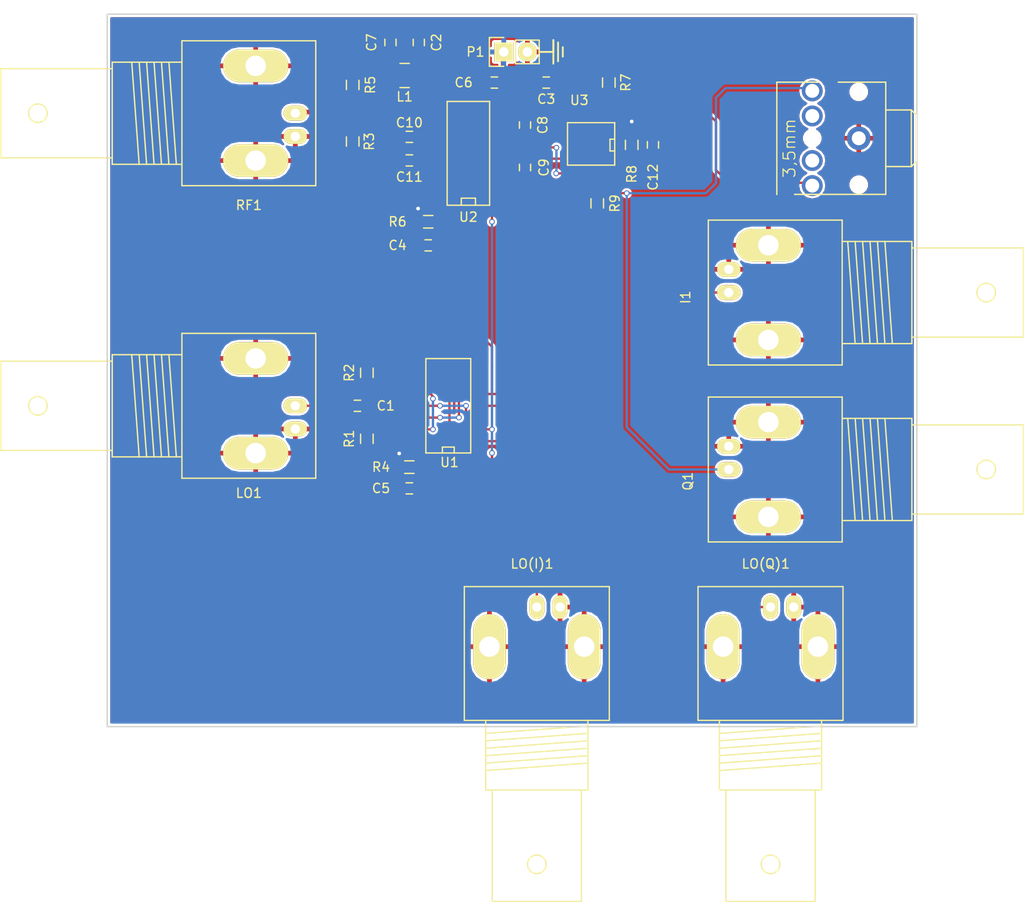
<source format=kicad_pcb>
(kicad_pcb (version 4) (host pcbnew 4.0.2-stable)

  (general
    (links 92)
    (no_connects 0)
    (area 28.650519 91.44 139.243481 188.773481)
    (thickness 1.6)
    (drawings 9)
    (tracks 189)
    (zones 0)
    (modules 33)
    (nets 22)
  )

  (page A4)
  (layers
    (0 F.Cu signal)
    (31 B.Cu signal)
    (32 B.Adhes user)
    (33 F.Adhes user)
    (34 B.Paste user)
    (35 F.Paste user)
    (36 B.SilkS user)
    (37 F.SilkS user)
    (38 B.Mask user)
    (39 F.Mask user)
    (40 Dwgs.User user)
    (41 Cmts.User user)
    (42 Eco1.User user)
    (43 Eco2.User user)
    (44 Edge.Cuts user)
    (45 Margin user)
    (46 B.CrtYd user)
    (47 F.CrtYd user)
    (48 B.Fab user)
    (49 F.Fab user)
  )

  (setup
    (last_trace_width 0.5)
    (user_trace_width 0.5)
    (trace_clearance 0.2)
    (zone_clearance 0.254)
    (zone_45_only no)
    (trace_min 0.2)
    (segment_width 0.2)
    (edge_width 0.15)
    (via_size 0.6)
    (via_drill 0.4)
    (via_min_size 0.4)
    (via_min_drill 0.3)
    (uvia_size 0.3)
    (uvia_drill 0.1)
    (uvias_allowed no)
    (uvia_min_size 0.2)
    (uvia_min_drill 0.1)
    (pcb_text_width 0.3)
    (pcb_text_size 1.5 1.5)
    (mod_edge_width 0.15)
    (mod_text_size 1 1)
    (mod_text_width 0.15)
    (pad_size 1.524 1.524)
    (pad_drill 0.762)
    (pad_to_mask_clearance 0.2)
    (aux_axis_origin 0 0)
    (visible_elements FFFEFF7F)
    (pcbplotparams
      (layerselection 0x00030_80000001)
      (usegerberextensions false)
      (excludeedgelayer true)
      (linewidth 0.100000)
      (plotframeref false)
      (viasonmask false)
      (mode 1)
      (useauxorigin false)
      (hpglpennumber 1)
      (hpglpenspeed 20)
      (hpglpendiameter 15)
      (hpglpenoverlay 2)
      (psnegative false)
      (psa4output false)
      (plotreference true)
      (plotvalue true)
      (plotinvisibletext false)
      (padsonsilk false)
      (subtractmaskfromsilk false)
      (outputformat 1)
      (mirror false)
      (drillshape 1)
      (scaleselection 1)
      (outputdirectory ""))
  )

  (net 0 "")
  (net 1 "Net-(C1-Pad1)")
  (net 2 "Net-(C1-Pad2)")
  (net 3 GND)
  (net 4 +5V)
  (net 5 "Net-(C4-Pad2)")
  (net 6 "Net-(C5-Pad1)")
  (net 7 "Net-(C7-Pad2)")
  (net 8 "Net-(C8-Pad2)")
  (net 9 "Net-(C9-Pad2)")
  (net 10 "Net-(C10-Pad2)")
  (net 11 "Net-(C11-Pad2)")
  (net 12 "Net-(C12-Pad2)")
  (net 13 "Net-(I1-Pad1)")
  (net 14 "Net-(J1-Pad3)")
  (net 15 "Net-(J1-Pad4)")
  (net 16 "Net-(J1-Pad5)")
  (net 17 "Net-(LO(I)1-Pad1)")
  (net 18 "Net-(LO(Q)1-Pad1)")
  (net 19 "Net-(R3-Pad2)")
  (net 20 "Net-(U1-Pad12)")
  (net 21 "Net-(U1-Pad8)")

  (net_class Default "This is the default net class."
    (clearance 0.2)
    (trace_width 0.25)
    (via_dia 0.6)
    (via_drill 0.4)
    (uvia_dia 0.3)
    (uvia_drill 0.1)
    (add_net +5V)
    (add_net GND)
    (add_net "Net-(C1-Pad1)")
    (add_net "Net-(C1-Pad2)")
    (add_net "Net-(C10-Pad2)")
    (add_net "Net-(C11-Pad2)")
    (add_net "Net-(C12-Pad2)")
    (add_net "Net-(C4-Pad2)")
    (add_net "Net-(C5-Pad1)")
    (add_net "Net-(C7-Pad2)")
    (add_net "Net-(C8-Pad2)")
    (add_net "Net-(C9-Pad2)")
    (add_net "Net-(I1-Pad1)")
    (add_net "Net-(J1-Pad3)")
    (add_net "Net-(J1-Pad4)")
    (add_net "Net-(J1-Pad5)")
    (add_net "Net-(LO(I)1-Pad1)")
    (add_net "Net-(LO(Q)1-Pad1)")
    (add_net "Net-(R3-Pad2)")
    (add_net "Net-(U1-Pad12)")
    (add_net "Net-(U1-Pad8)")
  )

  (module Capacitors_SMD:C_0603_HandSoldering (layer F.Cu) (tedit 57C6482D) (tstamp 57C6485C)
    (at 67.31 135.128 180)
    (descr "Capacitor SMD 0603, hand soldering")
    (tags "capacitor 0603")
    (path /57C692D5)
    (attr smd)
    (fp_text reference C1 (at -3.048 0 180) (layer F.SilkS)
      (effects (font (size 1 1) (thickness 0.15)))
    )
    (fp_text value 0.1uF (at 0 1.9 180) (layer F.Fab)
      (effects (font (size 1 1) (thickness 0.15)))
    )
    (fp_line (start -1.85 -0.75) (end 1.85 -0.75) (layer F.CrtYd) (width 0.05))
    (fp_line (start -1.85 0.75) (end 1.85 0.75) (layer F.CrtYd) (width 0.05))
    (fp_line (start -1.85 -0.75) (end -1.85 0.75) (layer F.CrtYd) (width 0.05))
    (fp_line (start 1.85 -0.75) (end 1.85 0.75) (layer F.CrtYd) (width 0.05))
    (fp_line (start -0.35 -0.6) (end 0.35 -0.6) (layer F.SilkS) (width 0.15))
    (fp_line (start 0.35 0.6) (end -0.35 0.6) (layer F.SilkS) (width 0.15))
    (pad 1 smd rect (at -0.95 0 180) (size 1.2 0.75) (layers F.Cu F.Paste F.Mask)
      (net 1 "Net-(C1-Pad1)"))
    (pad 2 smd rect (at 0.95 0 180) (size 1.2 0.75) (layers F.Cu F.Paste F.Mask)
      (net 2 "Net-(C1-Pad2)"))
    (model Capacitors_SMD.3dshapes/C_0603_HandSoldering.wrl
      (at (xyz 0 0 0))
      (scale (xyz 1 1 1))
      (rotate (xyz 0 0 0))
    )
  )

  (module Capacitors_SMD:C_0603_HandSoldering (layer F.Cu) (tedit 541A9B4D) (tstamp 57C64868)
    (at 73.914 96.012 270)
    (descr "Capacitor SMD 0603, hand soldering")
    (tags "capacitor 0603")
    (path /57C36D29)
    (attr smd)
    (fp_text reference C2 (at 0 -1.9 270) (layer F.SilkS)
      (effects (font (size 1 1) (thickness 0.15)))
    )
    (fp_text value 0.01uF (at 0 1.9 270) (layer F.Fab)
      (effects (font (size 1 1) (thickness 0.15)))
    )
    (fp_line (start -1.85 -0.75) (end 1.85 -0.75) (layer F.CrtYd) (width 0.05))
    (fp_line (start -1.85 0.75) (end 1.85 0.75) (layer F.CrtYd) (width 0.05))
    (fp_line (start -1.85 -0.75) (end -1.85 0.75) (layer F.CrtYd) (width 0.05))
    (fp_line (start 1.85 -0.75) (end 1.85 0.75) (layer F.CrtYd) (width 0.05))
    (fp_line (start -0.35 -0.6) (end 0.35 -0.6) (layer F.SilkS) (width 0.15))
    (fp_line (start 0.35 0.6) (end -0.35 0.6) (layer F.SilkS) (width 0.15))
    (pad 1 smd rect (at -0.95 0 270) (size 1.2 0.75) (layers F.Cu F.Paste F.Mask)
      (net 3 GND))
    (pad 2 smd rect (at 0.95 0 270) (size 1.2 0.75) (layers F.Cu F.Paste F.Mask)
      (net 4 +5V))
    (model Capacitors_SMD.3dshapes/C_0603_HandSoldering.wrl
      (at (xyz 0 0 0))
      (scale (xyz 1 1 1))
      (rotate (xyz 0 0 0))
    )
  )

  (module Capacitors_SMD:C_0603_HandSoldering (layer F.Cu) (tedit 57C65119) (tstamp 57C64874)
    (at 87.63 100.33 180)
    (descr "Capacitor SMD 0603, hand soldering")
    (tags "capacitor 0603")
    (path /57C69A13)
    (attr smd)
    (fp_text reference C3 (at 0 -1.778 180) (layer F.SilkS)
      (effects (font (size 1 1) (thickness 0.15)))
    )
    (fp_text value 0.01uF (at 0 1.9 180) (layer F.Fab)
      (effects (font (size 1 1) (thickness 0.15)))
    )
    (fp_line (start -1.85 -0.75) (end 1.85 -0.75) (layer F.CrtYd) (width 0.05))
    (fp_line (start -1.85 0.75) (end 1.85 0.75) (layer F.CrtYd) (width 0.05))
    (fp_line (start -1.85 -0.75) (end -1.85 0.75) (layer F.CrtYd) (width 0.05))
    (fp_line (start 1.85 -0.75) (end 1.85 0.75) (layer F.CrtYd) (width 0.05))
    (fp_line (start -0.35 -0.6) (end 0.35 -0.6) (layer F.SilkS) (width 0.15))
    (fp_line (start 0.35 0.6) (end -0.35 0.6) (layer F.SilkS) (width 0.15))
    (pad 1 smd rect (at -0.95 0 180) (size 1.2 0.75) (layers F.Cu F.Paste F.Mask)
      (net 3 GND))
    (pad 2 smd rect (at 0.95 0 180) (size 1.2 0.75) (layers F.Cu F.Paste F.Mask)
      (net 4 +5V))
    (model Capacitors_SMD.3dshapes/C_0603_HandSoldering.wrl
      (at (xyz 0 0 0))
      (scale (xyz 1 1 1))
      (rotate (xyz 0 0 0))
    )
  )

  (module Capacitors_SMD:C_0603_HandSoldering (layer F.Cu) (tedit 57C64B97) (tstamp 57C64880)
    (at 74.93 117.856)
    (descr "Capacitor SMD 0603, hand soldering")
    (tags "capacitor 0603")
    (path /57C36209)
    (attr smd)
    (fp_text reference C4 (at -3.302 0) (layer F.SilkS)
      (effects (font (size 1 1) (thickness 0.15)))
    )
    (fp_text value 0.1uF (at 0 1.9) (layer F.Fab)
      (effects (font (size 1 1) (thickness 0.15)))
    )
    (fp_line (start -1.85 -0.75) (end 1.85 -0.75) (layer F.CrtYd) (width 0.05))
    (fp_line (start -1.85 0.75) (end 1.85 0.75) (layer F.CrtYd) (width 0.05))
    (fp_line (start -1.85 -0.75) (end -1.85 0.75) (layer F.CrtYd) (width 0.05))
    (fp_line (start 1.85 -0.75) (end 1.85 0.75) (layer F.CrtYd) (width 0.05))
    (fp_line (start -0.35 -0.6) (end 0.35 -0.6) (layer F.SilkS) (width 0.15))
    (fp_line (start 0.35 0.6) (end -0.35 0.6) (layer F.SilkS) (width 0.15))
    (pad 1 smd rect (at -0.95 0) (size 1.2 0.75) (layers F.Cu F.Paste F.Mask)
      (net 3 GND))
    (pad 2 smd rect (at 0.95 0) (size 1.2 0.75) (layers F.Cu F.Paste F.Mask)
      (net 5 "Net-(C4-Pad2)"))
    (model Capacitors_SMD.3dshapes/C_0603_HandSoldering.wrl
      (at (xyz 0 0 0))
      (scale (xyz 1 1 1))
      (rotate (xyz 0 0 0))
    )
  )

  (module Capacitors_SMD:C_0603_HandSoldering (layer F.Cu) (tedit 57C64883) (tstamp 57C6488C)
    (at 72.898 144.018 180)
    (descr "Capacitor SMD 0603, hand soldering")
    (tags "capacitor 0603")
    (path /57C690F4)
    (attr smd)
    (fp_text reference C5 (at 3.048 0 180) (layer F.SilkS)
      (effects (font (size 1 1) (thickness 0.15)))
    )
    (fp_text value 0.1uF (at 0 1.9 180) (layer F.Fab)
      (effects (font (size 1 1) (thickness 0.15)))
    )
    (fp_line (start -1.85 -0.75) (end 1.85 -0.75) (layer F.CrtYd) (width 0.05))
    (fp_line (start -1.85 0.75) (end 1.85 0.75) (layer F.CrtYd) (width 0.05))
    (fp_line (start -1.85 -0.75) (end -1.85 0.75) (layer F.CrtYd) (width 0.05))
    (fp_line (start 1.85 -0.75) (end 1.85 0.75) (layer F.CrtYd) (width 0.05))
    (fp_line (start -0.35 -0.6) (end 0.35 -0.6) (layer F.SilkS) (width 0.15))
    (fp_line (start 0.35 0.6) (end -0.35 0.6) (layer F.SilkS) (width 0.15))
    (pad 1 smd rect (at -0.95 0 180) (size 1.2 0.75) (layers F.Cu F.Paste F.Mask)
      (net 6 "Net-(C5-Pad1)"))
    (pad 2 smd rect (at 0.95 0 180) (size 1.2 0.75) (layers F.Cu F.Paste F.Mask)
      (net 3 GND))
    (model Capacitors_SMD.3dshapes/C_0603_HandSoldering.wrl
      (at (xyz 0 0 0))
      (scale (xyz 1 1 1))
      (rotate (xyz 0 0 0))
    )
  )

  (module Capacitors_SMD:C_0603_HandSoldering (layer F.Cu) (tedit 57C65112) (tstamp 57C64898)
    (at 82.042 100.33)
    (descr "Capacitor SMD 0603, hand soldering")
    (tags "capacitor 0603")
    (path /57C69C3B)
    (attr smd)
    (fp_text reference C6 (at -3.302 0) (layer F.SilkS)
      (effects (font (size 1 1) (thickness 0.15)))
    )
    (fp_text value 10uF (at 0 1.9) (layer F.Fab)
      (effects (font (size 1 1) (thickness 0.15)))
    )
    (fp_line (start -1.85 -0.75) (end 1.85 -0.75) (layer F.CrtYd) (width 0.05))
    (fp_line (start -1.85 0.75) (end 1.85 0.75) (layer F.CrtYd) (width 0.05))
    (fp_line (start -1.85 -0.75) (end -1.85 0.75) (layer F.CrtYd) (width 0.05))
    (fp_line (start 1.85 -0.75) (end 1.85 0.75) (layer F.CrtYd) (width 0.05))
    (fp_line (start -0.35 -0.6) (end 0.35 -0.6) (layer F.SilkS) (width 0.15))
    (fp_line (start 0.35 0.6) (end -0.35 0.6) (layer F.SilkS) (width 0.15))
    (pad 1 smd rect (at -0.95 0) (size 1.2 0.75) (layers F.Cu F.Paste F.Mask)
      (net 3 GND))
    (pad 2 smd rect (at 0.95 0) (size 1.2 0.75) (layers F.Cu F.Paste F.Mask)
      (net 4 +5V))
    (model Capacitors_SMD.3dshapes/C_0603_HandSoldering.wrl
      (at (xyz 0 0 0))
      (scale (xyz 1 1 1))
      (rotate (xyz 0 0 0))
    )
  )

  (module Capacitors_SMD:C_0603_HandSoldering (layer F.Cu) (tedit 57C64B3A) (tstamp 57C648A4)
    (at 70.866 96.012 270)
    (descr "Capacitor SMD 0603, hand soldering")
    (tags "capacitor 0603")
    (path /57C696D3)
    (attr smd)
    (fp_text reference C7 (at 0 2.032 270) (layer F.SilkS)
      (effects (font (size 1 1) (thickness 0.15)))
    )
    (fp_text value 0.01uF (at 0 1.9 270) (layer F.Fab)
      (effects (font (size 1 1) (thickness 0.15)))
    )
    (fp_line (start -1.85 -0.75) (end 1.85 -0.75) (layer F.CrtYd) (width 0.05))
    (fp_line (start -1.85 0.75) (end 1.85 0.75) (layer F.CrtYd) (width 0.05))
    (fp_line (start -1.85 -0.75) (end -1.85 0.75) (layer F.CrtYd) (width 0.05))
    (fp_line (start 1.85 -0.75) (end 1.85 0.75) (layer F.CrtYd) (width 0.05))
    (fp_line (start -0.35 -0.6) (end 0.35 -0.6) (layer F.SilkS) (width 0.15))
    (fp_line (start 0.35 0.6) (end -0.35 0.6) (layer F.SilkS) (width 0.15))
    (pad 1 smd rect (at -0.95 0 270) (size 1.2 0.75) (layers F.Cu F.Paste F.Mask)
      (net 3 GND))
    (pad 2 smd rect (at 0.95 0 270) (size 1.2 0.75) (layers F.Cu F.Paste F.Mask)
      (net 7 "Net-(C7-Pad2)"))
    (model Capacitors_SMD.3dshapes/C_0603_HandSoldering.wrl
      (at (xyz 0 0 0))
      (scale (xyz 1 1 1))
      (rotate (xyz 0 0 0))
    )
  )

  (module Capacitors_SMD:C_0603_HandSoldering (layer F.Cu) (tedit 541A9B4D) (tstamp 57C648B0)
    (at 85.344 104.902 270)
    (descr "Capacitor SMD 0603, hand soldering")
    (tags "capacitor 0603")
    (path /57C68B87)
    (attr smd)
    (fp_text reference C8 (at 0 -1.9 270) (layer F.SilkS)
      (effects (font (size 1 1) (thickness 0.15)))
    )
    (fp_text value 0.1uF (at 0 1.9 270) (layer F.Fab)
      (effects (font (size 1 1) (thickness 0.15)))
    )
    (fp_line (start -1.85 -0.75) (end 1.85 -0.75) (layer F.CrtYd) (width 0.05))
    (fp_line (start -1.85 0.75) (end 1.85 0.75) (layer F.CrtYd) (width 0.05))
    (fp_line (start -1.85 -0.75) (end -1.85 0.75) (layer F.CrtYd) (width 0.05))
    (fp_line (start 1.85 -0.75) (end 1.85 0.75) (layer F.CrtYd) (width 0.05))
    (fp_line (start -0.35 -0.6) (end 0.35 -0.6) (layer F.SilkS) (width 0.15))
    (fp_line (start 0.35 0.6) (end -0.35 0.6) (layer F.SilkS) (width 0.15))
    (pad 1 smd rect (at -0.95 0 270) (size 1.2 0.75) (layers F.Cu F.Paste F.Mask)
      (net 3 GND))
    (pad 2 smd rect (at 0.95 0 270) (size 1.2 0.75) (layers F.Cu F.Paste F.Mask)
      (net 8 "Net-(C8-Pad2)"))
    (model Capacitors_SMD.3dshapes/C_0603_HandSoldering.wrl
      (at (xyz 0 0 0))
      (scale (xyz 1 1 1))
      (rotate (xyz 0 0 0))
    )
  )

  (module Capacitors_SMD:C_0603_HandSoldering (layer F.Cu) (tedit 57C64D7B) (tstamp 57C648BC)
    (at 85.344 109.474 90)
    (descr "Capacitor SMD 0603, hand soldering")
    (tags "capacitor 0603")
    (path /57C68E18)
    (attr smd)
    (fp_text reference C9 (at 0 2.032 90) (layer F.SilkS)
      (effects (font (size 1 1) (thickness 0.15)))
    )
    (fp_text value 0.1uF (at 0 1.9 90) (layer F.Fab)
      (effects (font (size 1 1) (thickness 0.15)))
    )
    (fp_line (start -1.85 -0.75) (end 1.85 -0.75) (layer F.CrtYd) (width 0.05))
    (fp_line (start -1.85 0.75) (end 1.85 0.75) (layer F.CrtYd) (width 0.05))
    (fp_line (start -1.85 -0.75) (end -1.85 0.75) (layer F.CrtYd) (width 0.05))
    (fp_line (start 1.85 -0.75) (end 1.85 0.75) (layer F.CrtYd) (width 0.05))
    (fp_line (start -0.35 -0.6) (end 0.35 -0.6) (layer F.SilkS) (width 0.15))
    (fp_line (start 0.35 0.6) (end -0.35 0.6) (layer F.SilkS) (width 0.15))
    (pad 1 smd rect (at -0.95 0 90) (size 1.2 0.75) (layers F.Cu F.Paste F.Mask)
      (net 3 GND))
    (pad 2 smd rect (at 0.95 0 90) (size 1.2 0.75) (layers F.Cu F.Paste F.Mask)
      (net 9 "Net-(C9-Pad2)"))
    (model Capacitors_SMD.3dshapes/C_0603_HandSoldering.wrl
      (at (xyz 0 0 0))
      (scale (xyz 1 1 1))
      (rotate (xyz 0 0 0))
    )
  )

  (module Capacitors_SMD:C_0603_HandSoldering (layer F.Cu) (tedit 57C64D67) (tstamp 57C648C8)
    (at 72.898 106.172)
    (descr "Capacitor SMD 0603, hand soldering")
    (tags "capacitor 0603")
    (path /57C68E8F)
    (attr smd)
    (fp_text reference C10 (at 0 -1.524) (layer F.SilkS)
      (effects (font (size 1 1) (thickness 0.15)))
    )
    (fp_text value 0.1uF (at 0 1.9) (layer F.Fab)
      (effects (font (size 1 1) (thickness 0.15)))
    )
    (fp_line (start -1.85 -0.75) (end 1.85 -0.75) (layer F.CrtYd) (width 0.05))
    (fp_line (start -1.85 0.75) (end 1.85 0.75) (layer F.CrtYd) (width 0.05))
    (fp_line (start -1.85 -0.75) (end -1.85 0.75) (layer F.CrtYd) (width 0.05))
    (fp_line (start 1.85 -0.75) (end 1.85 0.75) (layer F.CrtYd) (width 0.05))
    (fp_line (start -0.35 -0.6) (end 0.35 -0.6) (layer F.SilkS) (width 0.15))
    (fp_line (start 0.35 0.6) (end -0.35 0.6) (layer F.SilkS) (width 0.15))
    (pad 1 smd rect (at -0.95 0) (size 1.2 0.75) (layers F.Cu F.Paste F.Mask)
      (net 3 GND))
    (pad 2 smd rect (at 0.95 0) (size 1.2 0.75) (layers F.Cu F.Paste F.Mask)
      (net 10 "Net-(C10-Pad2)"))
    (model Capacitors_SMD.3dshapes/C_0603_HandSoldering.wrl
      (at (xyz 0 0 0))
      (scale (xyz 1 1 1))
      (rotate (xyz 0 0 0))
    )
  )

  (module Capacitors_SMD:C_0603_HandSoldering (layer F.Cu) (tedit 57C64D6C) (tstamp 57C648D4)
    (at 72.898 108.712)
    (descr "Capacitor SMD 0603, hand soldering")
    (tags "capacitor 0603")
    (path /57C68F7F)
    (attr smd)
    (fp_text reference C11 (at 0 1.778) (layer F.SilkS)
      (effects (font (size 1 1) (thickness 0.15)))
    )
    (fp_text value 0.1uF (at 0 1.9) (layer F.Fab)
      (effects (font (size 1 1) (thickness 0.15)))
    )
    (fp_line (start -1.85 -0.75) (end 1.85 -0.75) (layer F.CrtYd) (width 0.05))
    (fp_line (start -1.85 0.75) (end 1.85 0.75) (layer F.CrtYd) (width 0.05))
    (fp_line (start -1.85 -0.75) (end -1.85 0.75) (layer F.CrtYd) (width 0.05))
    (fp_line (start 1.85 -0.75) (end 1.85 0.75) (layer F.CrtYd) (width 0.05))
    (fp_line (start -0.35 -0.6) (end 0.35 -0.6) (layer F.SilkS) (width 0.15))
    (fp_line (start 0.35 0.6) (end -0.35 0.6) (layer F.SilkS) (width 0.15))
    (pad 1 smd rect (at -0.95 0) (size 1.2 0.75) (layers F.Cu F.Paste F.Mask)
      (net 3 GND))
    (pad 2 smd rect (at 0.95 0) (size 1.2 0.75) (layers F.Cu F.Paste F.Mask)
      (net 11 "Net-(C11-Pad2)"))
    (model Capacitors_SMD.3dshapes/C_0603_HandSoldering.wrl
      (at (xyz 0 0 0))
      (scale (xyz 1 1 1))
      (rotate (xyz 0 0 0))
    )
  )

  (module Capacitors_SMD:C_0603_HandSoldering (layer F.Cu) (tedit 57C64FC8) (tstamp 57C648E0)
    (at 99.1108 107.0356 270)
    (descr "Capacitor SMD 0603, hand soldering")
    (tags "capacitor 0603")
    (path /57C6946F)
    (attr smd)
    (fp_text reference C12 (at 3.4798 0 270) (layer F.SilkS)
      (effects (font (size 1 1) (thickness 0.15)))
    )
    (fp_text value 0.1uF (at 0 1.9 270) (layer F.Fab)
      (effects (font (size 1 1) (thickness 0.15)))
    )
    (fp_line (start -1.85 -0.75) (end 1.85 -0.75) (layer F.CrtYd) (width 0.05))
    (fp_line (start -1.85 0.75) (end 1.85 0.75) (layer F.CrtYd) (width 0.05))
    (fp_line (start -1.85 -0.75) (end -1.85 0.75) (layer F.CrtYd) (width 0.05))
    (fp_line (start 1.85 -0.75) (end 1.85 0.75) (layer F.CrtYd) (width 0.05))
    (fp_line (start -0.35 -0.6) (end 0.35 -0.6) (layer F.SilkS) (width 0.15))
    (fp_line (start 0.35 0.6) (end -0.35 0.6) (layer F.SilkS) (width 0.15))
    (pad 1 smd rect (at -0.95 0 270) (size 1.2 0.75) (layers F.Cu F.Paste F.Mask)
      (net 3 GND))
    (pad 2 smd rect (at 0.95 0 270) (size 1.2 0.75) (layers F.Cu F.Paste F.Mask)
      (net 12 "Net-(C12-Pad2)"))
    (model Capacitors_SMD.3dshapes/C_0603_HandSoldering.wrl
      (at (xyz 0 0 0))
      (scale (xyz 1 1 1))
      (rotate (xyz 0 0 0))
    )
  )

  (module Sockets_BNC:BNC_Socket_TYCO-AMP_LargePads (layer F.Cu) (tedit 0) (tstamp 57C648F9)
    (at 112.268 122.936 270)
    (descr "BNC Socket TYCO AMP")
    (tags "BNC Socket TYCO AMP")
    (path /57C65532)
    (fp_text reference I1 (at 0.508 9.652 270) (layer F.SilkS)
      (effects (font (size 1 1) (thickness 0.15)))
    )
    (fp_text value BNC (at 10.89914 -9.6012 360) (layer F.Fab)
      (effects (font (size 1 1) (thickness 0.15)))
    )
    (fp_line (start -5.4991 -11.80084) (end 5.4991 -12.60094) (layer F.SilkS) (width 0.15))
    (fp_line (start -5.4991 -11.00074) (end 5.4991 -11.80084) (layer F.SilkS) (width 0.15))
    (fp_line (start -5.4991 -10.20064) (end 5.4991 -11.00074) (layer F.SilkS) (width 0.15))
    (fp_line (start -5.4991 -9.40054) (end 5.4991 -10.20064) (layer F.SilkS) (width 0.15))
    (fp_line (start -5.4991 -8.60044) (end 5.4991 -9.40054) (layer F.SilkS) (width 0.15))
    (fp_line (start -5.4991 -7.80034) (end 5.4991 -8.60044) (layer F.SilkS) (width 0.15))
    (fp_circle (center 0 -22.69998) (end 1.00076 -22.69998) (layer F.SilkS) (width 0.15))
    (fp_line (start 4.8006 -14.69898) (end 4.8006 -26.70048) (layer F.SilkS) (width 0.15))
    (fp_line (start 4.8006 -26.70048) (end -4.8006 -26.70048) (layer F.SilkS) (width 0.15))
    (fp_line (start -4.8006 -26.70048) (end -4.8006 -14.69898) (layer F.SilkS) (width 0.15))
    (fp_line (start 5.4991 -7.2009) (end 5.4991 -14.69898) (layer F.SilkS) (width 0.15))
    (fp_line (start 5.4991 -14.69898) (end -5.4991 -14.69898) (layer F.SilkS) (width 0.15))
    (fp_line (start -5.4991 -14.69898) (end -5.4991 -7.2009) (layer F.SilkS) (width 0.15))
    (fp_line (start -7.80034 7.2009) (end 7.80034 7.2009) (layer F.SilkS) (width 0.15))
    (fp_line (start 7.80034 7.2009) (end 7.80034 -7.2009) (layer F.SilkS) (width 0.15))
    (fp_line (start 7.80034 -7.2009) (end -7.80034 -7.2009) (layer F.SilkS) (width 0.15))
    (fp_line (start -7.80034 -7.2009) (end -7.80034 7.2009) (layer F.SilkS) (width 0.15))
    (pad 2 thru_hole oval (at -5.09778 0.7366 270) (size 3.50012 7.00024) (drill 2.19964) (layers *.Cu *.Mask F.SilkS)
      (net 3 GND))
    (pad 2 thru_hole oval (at 5.10032 0.7366 270) (size 3.50012 7.00024) (drill 2.19964) (layers *.Cu *.Mask F.SilkS)
      (net 3 GND))
    (pad 1 thru_hole oval (at 0 5.00126 270) (size 1.6002 2.49936) (drill 1.00076) (layers *.Cu *.Mask F.SilkS)
      (net 13 "Net-(I1-Pad1)"))
    (pad 2 thru_hole oval (at -2.49936 5.00126 270) (size 1.6002 2.49936) (drill 1.00076) (layers *.Cu *.Mask F.SilkS)
      (net 3 GND))
    (model Sockets_BNC.3dshapes/BNC_Socket_TYCO-AMP_LargePads.wrl
      (at (xyz 0 0 0))
      (scale (xyz 0.3937 0.3937 0.3937))
      (rotate (xyz 0 0 0))
    )
  )

  (module STX3100-5N:STX3100 (layer F.Cu) (tedit 0) (tstamp 57C64927)
    (at 123.952 106.426 180)
    (descr "<b>MIC/HEADPHONE JACK</b><p>")
    (path /57C45D44)
    (fp_text reference J1 (at 4.52374 -5.6134 180) (layer Eco1.User)
      (effects (font (size 1.27 1.27) (thickness 0.127)))
    )
    (fp_text value STX-3100-5N (at 5.15874 8.35406 180) (layer Eco1.User)
      (effects (font (size 1.27 1.27) (thickness 0.127)))
    )
    (fp_text user 3,5mm (at 10.15492 -0.98044 270) (layer F.SilkS)
      (effects (font (size 1.27 1.27) (thickness 0.127)))
    )
    (fp_line (start -0.21082 6.14172) (end -0.21082 3.14706) (layer F.SilkS) (width 0.1524))
    (fp_line (start 11.51128 -5.94106) (end 11.51128 6.14172) (layer F.SilkS) (width 0.1524))
    (fp_line (start -0.21082 -2.9464) (end -2.9591 -2.9464) (layer F.SilkS) (width 0.1524))
    (fp_line (start -2.9591 3.14706) (end -0.21082 3.14706) (layer F.SilkS) (width 0.1524))
    (fp_line (start -0.21082 3.14706) (end -0.21082 -2.9464) (layer F.SilkS) (width 0.1524))
    (fp_line (start -0.21082 -2.9464) (end -0.21082 -5.94106) (layer F.SilkS) (width 0.1524))
    (fp_line (start -2.9591 -2.9464) (end -3.4671 -2.4384) (layer F.SilkS) (width 0.1524))
    (fp_line (start -2.9591 3.14706) (end -3.4671 2.63906) (layer F.SilkS) (width 0.1524))
    (fp_line (start -3.4671 2.63906) (end -3.4671 -2.4384) (layer F.SilkS) (width 0.1524))
    (fp_line (start -2.9591 3.14706) (end -2.9591 -2.9464) (layer F.SilkS) (width 0.1524))
    (fp_line (start -0.21082 6.14172) (end 4.90474 6.14172) (layer F.SilkS) (width 0.1524))
    (fp_line (start 4.80568 6.14172) (end 6.96468 6.14172) (layer Cmts.User) (width 0.1524))
    (fp_line (start 7.06374 6.14172) (end 11.51128 6.14172) (layer F.SilkS) (width 0.1524))
    (fp_line (start 11.51128 -5.94106) (end 11.50874 -5.94106) (layer F.SilkS) (width 0.1524))
    (fp_line (start 11.50874 -5.94106) (end 9.60374 -5.94106) (layer Cmts.User) (width 0.1524))
    (fp_line (start 9.60374 -5.94106) (end -0.21082 -5.94106) (layer F.SilkS) (width 0.1524))
    (fp_line (start -0.12954 1.75006) (end 3.55092 1.75006) (layer Cmts.User) (width 0.1524))
    (fp_line (start 3.55092 -1.5494) (end -0.12954 -1.5494) (layer Cmts.User) (width 0.1524))
    (fp_line (start -0.12954 1.75006) (end -0.12954 -1.5494) (layer Cmts.User) (width 0.1524))
    (fp_line (start 7.48792 -0.4064) (end 6.72592 -0.7874) (layer Cmts.User) (width 0.1524))
    (fp_line (start 7.48792 -0.4064) (end 7.48792 0.60706) (layer Cmts.User) (width 0.1524))
    (fp_line (start 6.72592 0.98806) (end 7.48792 0.60706) (layer Cmts.User) (width 0.1524))
    (fp_line (start 3.55092 -1.5494) (end 3.55092 -0.7874) (layer Cmts.User) (width 0.1524))
    (fp_line (start 3.55092 -0.7874) (end 3.55092 0.98806) (layer Cmts.User) (width 0.1524))
    (fp_line (start 3.55092 0.98806) (end 3.55092 1.75006) (layer Cmts.User) (width 0.1524))
    (fp_line (start 5.58292 -0.7874) (end 5.58292 0.98806) (layer Cmts.User) (width 0.1524))
    (fp_line (start 5.58292 -0.7874) (end 6.72592 -0.7874) (layer Cmts.User) (width 0.1524))
    (fp_line (start 5.58292 0.98806) (end 4.31292 0.98806) (layer Cmts.User) (width 0.1524))
    (fp_line (start 4.31292 -0.7874) (end 4.31292 0.98806) (layer Cmts.User) (width 0.1524))
    (fp_line (start 3.55092 -0.7874) (end 4.31292 -0.7874) (layer Cmts.User) (width 0.1524))
    (fp_line (start 4.31292 0.98806) (end 3.55092 0.98806) (layer Cmts.User) (width 0.1524))
    (fp_line (start 4.31292 -0.7874) (end 5.58292 -0.7874) (layer Cmts.User) (width 0.1524))
    (fp_line (start 6.72592 0.98806) (end 5.58292 0.98806) (layer Cmts.User) (width 0.1524))
    (pad Hole np_thru_hole circle (at 2.69748 -4.89966 180) (size 1.4986 1.4986) (drill 1.4986) (layers *.Cu *.Mask F.SilkS))
    (pad Hole np_thru_hole circle (at 2.69748 5.09778 180) (size 1.4986 1.4986) (drill 1.4986) (layers *.Cu *.Mask F.SilkS))
    (pad Hole np_thru_hole circle (at 7.69874 0.09906 180) (size 1.4986 1.4986) (drill 1.4986) (layers *.Cu *.Mask F.SilkS))
    (pad 1 thru_hole oval (at 2.69748 0.09906 180) (size 2.54 2.54) (drill 1.4986) (layers *.Cu *.Mask)
      (net 3 GND))
    (pad 3 thru_hole oval (at 7.69874 -2.2987 180) (size 2.2479 2.2479) (drill 1.4986) (layers *.Cu *.Mask)
      (net 14 "Net-(J1-Pad3)"))
    (pad 4 thru_hole oval (at 7.69874 2.49936 180) (size 2.2479 2.2479) (drill 1.4986) (layers *.Cu *.Mask)
      (net 15 "Net-(J1-Pad4)"))
    (pad 5 thru_hole oval (at 7.69874 5.19938 180) (size 2.2479 2.2479) (drill 1.4986) (layers *.Cu *.Mask)
      (net 16 "Net-(J1-Pad5)"))
    (pad 2 thru_hole oval (at 7.69874 -4.99872 180) (size 2.2479 2.2479) (drill 1.4986) (layers *.Cu *.Mask)
      (net 13 "Net-(I1-Pad1)"))
  )

  (module Inductors_NEOSID:Neosid_Inductor_SM-NE30_SMD1210 (layer F.Cu) (tedit 57C64B40) (tstamp 57C6492F)
    (at 72.39 99.568 180)
    (descr "Neosid, Inductor, SM-NE30, SMD1210, Festinduktivitaet, SMD,")
    (tags "Neosid, Inductor, SM-NE30, SMD1210, Festinduktivitaet, SMD,")
    (path /57C36C03)
    (attr smd)
    (fp_text reference L1 (at 0 -2.286 180) (layer F.SilkS)
      (effects (font (size 1 1) (thickness 0.15)))
    )
    (fp_text value 470uH (at 0 3.2004 180) (layer F.Fab)
      (effects (font (size 1 1) (thickness 0.15)))
    )
    (fp_line (start 0.50038 1.30048) (end -0.50038 1.30048) (layer F.SilkS) (width 0.15))
    (fp_line (start 0.50038 -1.30048) (end -0.50038 -1.30048) (layer F.SilkS) (width 0.15))
    (pad 2 smd rect (at 1.6002 0 180) (size 1.00076 1.89992) (layers F.Cu F.Paste F.Mask)
      (net 7 "Net-(C7-Pad2)"))
    (pad 1 smd rect (at -1.6002 0 180) (size 1.00076 1.89992) (layers F.Cu F.Paste F.Mask)
      (net 4 +5V))
  )

  (module Sockets_BNC:BNC_Socket_TYCO-AMP_LargePads (layer F.Cu) (tedit 0) (tstamp 57C64948)
    (at 86.614 161.798 180)
    (descr "BNC Socket TYCO AMP")
    (tags "BNC Socket TYCO AMP")
    (path /57C652ED)
    (fp_text reference "LO(I)1" (at 0.508 9.652 180) (layer F.SilkS)
      (effects (font (size 1 1) (thickness 0.15)))
    )
    (fp_text value BNC (at 10.89914 -9.6012 270) (layer F.Fab)
      (effects (font (size 1 1) (thickness 0.15)))
    )
    (fp_line (start -5.4991 -11.80084) (end 5.4991 -12.60094) (layer F.SilkS) (width 0.15))
    (fp_line (start -5.4991 -11.00074) (end 5.4991 -11.80084) (layer F.SilkS) (width 0.15))
    (fp_line (start -5.4991 -10.20064) (end 5.4991 -11.00074) (layer F.SilkS) (width 0.15))
    (fp_line (start -5.4991 -9.40054) (end 5.4991 -10.20064) (layer F.SilkS) (width 0.15))
    (fp_line (start -5.4991 -8.60044) (end 5.4991 -9.40054) (layer F.SilkS) (width 0.15))
    (fp_line (start -5.4991 -7.80034) (end 5.4991 -8.60044) (layer F.SilkS) (width 0.15))
    (fp_circle (center 0 -22.69998) (end 1.00076 -22.69998) (layer F.SilkS) (width 0.15))
    (fp_line (start 4.8006 -14.69898) (end 4.8006 -26.70048) (layer F.SilkS) (width 0.15))
    (fp_line (start 4.8006 -26.70048) (end -4.8006 -26.70048) (layer F.SilkS) (width 0.15))
    (fp_line (start -4.8006 -26.70048) (end -4.8006 -14.69898) (layer F.SilkS) (width 0.15))
    (fp_line (start 5.4991 -7.2009) (end 5.4991 -14.69898) (layer F.SilkS) (width 0.15))
    (fp_line (start 5.4991 -14.69898) (end -5.4991 -14.69898) (layer F.SilkS) (width 0.15))
    (fp_line (start -5.4991 -14.69898) (end -5.4991 -7.2009) (layer F.SilkS) (width 0.15))
    (fp_line (start -7.80034 7.2009) (end 7.80034 7.2009) (layer F.SilkS) (width 0.15))
    (fp_line (start 7.80034 7.2009) (end 7.80034 -7.2009) (layer F.SilkS) (width 0.15))
    (fp_line (start 7.80034 -7.2009) (end -7.80034 -7.2009) (layer F.SilkS) (width 0.15))
    (fp_line (start -7.80034 -7.2009) (end -7.80034 7.2009) (layer F.SilkS) (width 0.15))
    (pad 2 thru_hole oval (at -5.09778 0.7366 180) (size 3.50012 7.00024) (drill 2.19964) (layers *.Cu *.Mask F.SilkS)
      (net 3 GND))
    (pad 2 thru_hole oval (at 5.10032 0.7366 180) (size 3.50012 7.00024) (drill 2.19964) (layers *.Cu *.Mask F.SilkS)
      (net 3 GND))
    (pad 1 thru_hole oval (at 0 5.00126 180) (size 1.6002 2.49936) (drill 1.00076) (layers *.Cu *.Mask F.SilkS)
      (net 17 "Net-(LO(I)1-Pad1)"))
    (pad 2 thru_hole oval (at -2.49936 5.00126 180) (size 1.6002 2.49936) (drill 1.00076) (layers *.Cu *.Mask F.SilkS)
      (net 3 GND))
    (model Sockets_BNC.3dshapes/BNC_Socket_TYCO-AMP_LargePads.wrl
      (at (xyz 0 0 0))
      (scale (xyz 0.3937 0.3937 0.3937))
      (rotate (xyz 0 0 0))
    )
  )

  (module Sockets_BNC:BNC_Socket_TYCO-AMP_LargePads (layer F.Cu) (tedit 0) (tstamp 57C64961)
    (at 111.76 161.798 180)
    (descr "BNC Socket TYCO AMP")
    (tags "BNC Socket TYCO AMP")
    (path /57C65430)
    (fp_text reference "LO(Q)1" (at 0.508 9.652 180) (layer F.SilkS)
      (effects (font (size 1 1) (thickness 0.15)))
    )
    (fp_text value BNC (at 10.89914 -9.6012 270) (layer F.Fab)
      (effects (font (size 1 1) (thickness 0.15)))
    )
    (fp_line (start -5.4991 -11.80084) (end 5.4991 -12.60094) (layer F.SilkS) (width 0.15))
    (fp_line (start -5.4991 -11.00074) (end 5.4991 -11.80084) (layer F.SilkS) (width 0.15))
    (fp_line (start -5.4991 -10.20064) (end 5.4991 -11.00074) (layer F.SilkS) (width 0.15))
    (fp_line (start -5.4991 -9.40054) (end 5.4991 -10.20064) (layer F.SilkS) (width 0.15))
    (fp_line (start -5.4991 -8.60044) (end 5.4991 -9.40054) (layer F.SilkS) (width 0.15))
    (fp_line (start -5.4991 -7.80034) (end 5.4991 -8.60044) (layer F.SilkS) (width 0.15))
    (fp_circle (center 0 -22.69998) (end 1.00076 -22.69998) (layer F.SilkS) (width 0.15))
    (fp_line (start 4.8006 -14.69898) (end 4.8006 -26.70048) (layer F.SilkS) (width 0.15))
    (fp_line (start 4.8006 -26.70048) (end -4.8006 -26.70048) (layer F.SilkS) (width 0.15))
    (fp_line (start -4.8006 -26.70048) (end -4.8006 -14.69898) (layer F.SilkS) (width 0.15))
    (fp_line (start 5.4991 -7.2009) (end 5.4991 -14.69898) (layer F.SilkS) (width 0.15))
    (fp_line (start 5.4991 -14.69898) (end -5.4991 -14.69898) (layer F.SilkS) (width 0.15))
    (fp_line (start -5.4991 -14.69898) (end -5.4991 -7.2009) (layer F.SilkS) (width 0.15))
    (fp_line (start -7.80034 7.2009) (end 7.80034 7.2009) (layer F.SilkS) (width 0.15))
    (fp_line (start 7.80034 7.2009) (end 7.80034 -7.2009) (layer F.SilkS) (width 0.15))
    (fp_line (start 7.80034 -7.2009) (end -7.80034 -7.2009) (layer F.SilkS) (width 0.15))
    (fp_line (start -7.80034 -7.2009) (end -7.80034 7.2009) (layer F.SilkS) (width 0.15))
    (pad 2 thru_hole oval (at -5.09778 0.7366 180) (size 3.50012 7.00024) (drill 2.19964) (layers *.Cu *.Mask F.SilkS)
      (net 3 GND))
    (pad 2 thru_hole oval (at 5.10032 0.7366 180) (size 3.50012 7.00024) (drill 2.19964) (layers *.Cu *.Mask F.SilkS)
      (net 3 GND))
    (pad 1 thru_hole oval (at 0 5.00126 180) (size 1.6002 2.49936) (drill 1.00076) (layers *.Cu *.Mask F.SilkS)
      (net 18 "Net-(LO(Q)1-Pad1)"))
    (pad 2 thru_hole oval (at -2.49936 5.00126 180) (size 1.6002 2.49936) (drill 1.00076) (layers *.Cu *.Mask F.SilkS)
      (net 3 GND))
    (model Sockets_BNC.3dshapes/BNC_Socket_TYCO-AMP_LargePads.wrl
      (at (xyz 0 0 0))
      (scale (xyz 0.3937 0.3937 0.3937))
      (rotate (xyz 0 0 0))
    )
  )

  (module Sockets_BNC:BNC_Socket_TYCO-AMP_LargePads (layer F.Cu) (tedit 57C647A2) (tstamp 57C6497A)
    (at 55.626 135.128 90)
    (descr "BNC Socket TYCO AMP")
    (tags "BNC Socket TYCO AMP")
    (path /57C651E1)
    (fp_text reference LO1 (at -9.398 0 180) (layer F.SilkS)
      (effects (font (size 1 1) (thickness 0.15)))
    )
    (fp_text value BNC (at 10.89914 -9.6012 180) (layer F.Fab)
      (effects (font (size 1 1) (thickness 0.15)))
    )
    (fp_line (start -5.4991 -11.80084) (end 5.4991 -12.60094) (layer F.SilkS) (width 0.15))
    (fp_line (start -5.4991 -11.00074) (end 5.4991 -11.80084) (layer F.SilkS) (width 0.15))
    (fp_line (start -5.4991 -10.20064) (end 5.4991 -11.00074) (layer F.SilkS) (width 0.15))
    (fp_line (start -5.4991 -9.40054) (end 5.4991 -10.20064) (layer F.SilkS) (width 0.15))
    (fp_line (start -5.4991 -8.60044) (end 5.4991 -9.40054) (layer F.SilkS) (width 0.15))
    (fp_line (start -5.4991 -7.80034) (end 5.4991 -8.60044) (layer F.SilkS) (width 0.15))
    (fp_circle (center 0 -22.69998) (end 1.00076 -22.69998) (layer F.SilkS) (width 0.15))
    (fp_line (start 4.8006 -14.69898) (end 4.8006 -26.70048) (layer F.SilkS) (width 0.15))
    (fp_line (start 4.8006 -26.70048) (end -4.8006 -26.70048) (layer F.SilkS) (width 0.15))
    (fp_line (start -4.8006 -26.70048) (end -4.8006 -14.69898) (layer F.SilkS) (width 0.15))
    (fp_line (start 5.4991 -7.2009) (end 5.4991 -14.69898) (layer F.SilkS) (width 0.15))
    (fp_line (start 5.4991 -14.69898) (end -5.4991 -14.69898) (layer F.SilkS) (width 0.15))
    (fp_line (start -5.4991 -14.69898) (end -5.4991 -7.2009) (layer F.SilkS) (width 0.15))
    (fp_line (start -7.80034 7.2009) (end 7.80034 7.2009) (layer F.SilkS) (width 0.15))
    (fp_line (start 7.80034 7.2009) (end 7.80034 -7.2009) (layer F.SilkS) (width 0.15))
    (fp_line (start 7.80034 -7.2009) (end -7.80034 -7.2009) (layer F.SilkS) (width 0.15))
    (fp_line (start -7.80034 -7.2009) (end -7.80034 7.2009) (layer F.SilkS) (width 0.15))
    (pad 2 thru_hole oval (at -5.09778 0.7366 90) (size 3.50012 7.00024) (drill 2.19964) (layers *.Cu *.Mask F.SilkS)
      (net 3 GND))
    (pad 2 thru_hole oval (at 5.10032 0.7366 90) (size 3.50012 7.00024) (drill 2.19964) (layers *.Cu *.Mask F.SilkS)
      (net 3 GND))
    (pad 1 thru_hole oval (at 0 5.00126 90) (size 1.6002 2.49936) (drill 1.00076) (layers *.Cu *.Mask F.SilkS)
      (net 2 "Net-(C1-Pad2)"))
    (pad 2 thru_hole oval (at -2.49936 5.00126 90) (size 1.6002 2.49936) (drill 1.00076) (layers *.Cu *.Mask F.SilkS)
      (net 3 GND))
    (model Sockets_BNC.3dshapes/BNC_Socket_TYCO-AMP_LargePads.wrl
      (at (xyz 0 0 0))
      (scale (xyz 0.3937 0.3937 0.3937))
      (rotate (xyz 0 0 0))
    )
  )

  (module Pin_Headers:Pin_Header_Straight_1x02 (layer F.Cu) (tedit 57C6510E) (tstamp 57C6498B)
    (at 83.058 97.028 90)
    (descr "Through hole pin header")
    (tags "pin header")
    (path /57C643AF)
    (fp_text reference P1 (at 0 -3.048 180) (layer F.SilkS)
      (effects (font (size 1 1) (thickness 0.15)))
    )
    (fp_text value +5v (at 0 -3.1 90) (layer F.Fab)
      (effects (font (size 1 1) (thickness 0.15)))
    )
    (fp_line (start 1.27 1.27) (end 1.27 3.81) (layer F.SilkS) (width 0.15))
    (fp_line (start 1.55 -1.55) (end 1.55 0) (layer F.SilkS) (width 0.15))
    (fp_line (start -1.75 -1.75) (end -1.75 4.3) (layer F.CrtYd) (width 0.05))
    (fp_line (start 1.75 -1.75) (end 1.75 4.3) (layer F.CrtYd) (width 0.05))
    (fp_line (start -1.75 -1.75) (end 1.75 -1.75) (layer F.CrtYd) (width 0.05))
    (fp_line (start -1.75 4.3) (end 1.75 4.3) (layer F.CrtYd) (width 0.05))
    (fp_line (start 1.27 1.27) (end -1.27 1.27) (layer F.SilkS) (width 0.15))
    (fp_line (start -1.55 0) (end -1.55 -1.55) (layer F.SilkS) (width 0.15))
    (fp_line (start -1.55 -1.55) (end 1.55 -1.55) (layer F.SilkS) (width 0.15))
    (fp_line (start -1.27 1.27) (end -1.27 3.81) (layer F.SilkS) (width 0.15))
    (fp_line (start -1.27 3.81) (end 1.27 3.81) (layer F.SilkS) (width 0.15))
    (pad 1 thru_hole rect (at 0 0 90) (size 2.032 2.032) (drill 1.016) (layers *.Cu *.Mask F.SilkS)
      (net 4 +5V))
    (pad 2 thru_hole oval (at 0 2.54 90) (size 2.032 2.032) (drill 1.016) (layers *.Cu *.Mask F.SilkS)
      (net 3 GND))
    (model Pin_Headers.3dshapes/Pin_Header_Straight_1x02.wrl
      (at (xyz 0 -0.05 0))
      (scale (xyz 1 1 1))
      (rotate (xyz 0 0 90))
    )
  )

  (module Sockets_BNC:BNC_Socket_TYCO-AMP_LargePads (layer F.Cu) (tedit 57C650D2) (tstamp 57C649A4)
    (at 112.268 141.986 270)
    (descr "BNC Socket TYCO AMP")
    (tags "BNC Socket TYCO AMP")
    (path /57C656F9)
    (fp_text reference Q1 (at 1.27 9.398 270) (layer F.SilkS)
      (effects (font (size 1 1) (thickness 0.15)))
    )
    (fp_text value BNC (at 10.89914 -9.6012 360) (layer F.Fab)
      (effects (font (size 1 1) (thickness 0.15)))
    )
    (fp_line (start -5.4991 -11.80084) (end 5.4991 -12.60094) (layer F.SilkS) (width 0.15))
    (fp_line (start -5.4991 -11.00074) (end 5.4991 -11.80084) (layer F.SilkS) (width 0.15))
    (fp_line (start -5.4991 -10.20064) (end 5.4991 -11.00074) (layer F.SilkS) (width 0.15))
    (fp_line (start -5.4991 -9.40054) (end 5.4991 -10.20064) (layer F.SilkS) (width 0.15))
    (fp_line (start -5.4991 -8.60044) (end 5.4991 -9.40054) (layer F.SilkS) (width 0.15))
    (fp_line (start -5.4991 -7.80034) (end 5.4991 -8.60044) (layer F.SilkS) (width 0.15))
    (fp_circle (center 0 -22.69998) (end 1.00076 -22.69998) (layer F.SilkS) (width 0.15))
    (fp_line (start 4.8006 -14.69898) (end 4.8006 -26.70048) (layer F.SilkS) (width 0.15))
    (fp_line (start 4.8006 -26.70048) (end -4.8006 -26.70048) (layer F.SilkS) (width 0.15))
    (fp_line (start -4.8006 -26.70048) (end -4.8006 -14.69898) (layer F.SilkS) (width 0.15))
    (fp_line (start 5.4991 -7.2009) (end 5.4991 -14.69898) (layer F.SilkS) (width 0.15))
    (fp_line (start 5.4991 -14.69898) (end -5.4991 -14.69898) (layer F.SilkS) (width 0.15))
    (fp_line (start -5.4991 -14.69898) (end -5.4991 -7.2009) (layer F.SilkS) (width 0.15))
    (fp_line (start -7.80034 7.2009) (end 7.80034 7.2009) (layer F.SilkS) (width 0.15))
    (fp_line (start 7.80034 7.2009) (end 7.80034 -7.2009) (layer F.SilkS) (width 0.15))
    (fp_line (start 7.80034 -7.2009) (end -7.80034 -7.2009) (layer F.SilkS) (width 0.15))
    (fp_line (start -7.80034 -7.2009) (end -7.80034 7.2009) (layer F.SilkS) (width 0.15))
    (pad 2 thru_hole oval (at -5.09778 0.7366 270) (size 3.50012 7.00024) (drill 2.19964) (layers *.Cu *.Mask F.SilkS)
      (net 3 GND))
    (pad 2 thru_hole oval (at 5.10032 0.7366 270) (size 3.50012 7.00024) (drill 2.19964) (layers *.Cu *.Mask F.SilkS)
      (net 3 GND))
    (pad 1 thru_hole oval (at 0 5.00126 270) (size 1.6002 2.49936) (drill 1.00076) (layers *.Cu *.Mask F.SilkS)
      (net 16 "Net-(J1-Pad5)"))
    (pad 2 thru_hole oval (at -2.49936 5.00126 270) (size 1.6002 2.49936) (drill 1.00076) (layers *.Cu *.Mask F.SilkS)
      (net 3 GND))
    (model Sockets_BNC.3dshapes/BNC_Socket_TYCO-AMP_LargePads.wrl
      (at (xyz 0 0 0))
      (scale (xyz 0.3937 0.3937 0.3937))
      (rotate (xyz 0 0 0))
    )
  )

  (module Resistors_SMD:R_0603_HandSoldering (layer F.Cu) (tedit 5418A00F) (tstamp 57C649B0)
    (at 68.326 138.684 90)
    (descr "Resistor SMD 0603, hand soldering")
    (tags "resistor 0603")
    (path /57C3B2BA)
    (attr smd)
    (fp_text reference R1 (at 0 -1.9 90) (layer F.SilkS)
      (effects (font (size 1 1) (thickness 0.15)))
    )
    (fp_text value 560k (at 0 1.9 90) (layer F.Fab)
      (effects (font (size 1 1) (thickness 0.15)))
    )
    (fp_line (start -2 -0.8) (end 2 -0.8) (layer F.CrtYd) (width 0.05))
    (fp_line (start -2 0.8) (end 2 0.8) (layer F.CrtYd) (width 0.05))
    (fp_line (start -2 -0.8) (end -2 0.8) (layer F.CrtYd) (width 0.05))
    (fp_line (start 2 -0.8) (end 2 0.8) (layer F.CrtYd) (width 0.05))
    (fp_line (start 0.5 0.675) (end -0.5 0.675) (layer F.SilkS) (width 0.15))
    (fp_line (start -0.5 -0.675) (end 0.5 -0.675) (layer F.SilkS) (width 0.15))
    (pad 1 smd rect (at -1.1 0 90) (size 1.2 0.9) (layers F.Cu F.Paste F.Mask)
      (net 4 +5V))
    (pad 2 smd rect (at 1.1 0 90) (size 1.2 0.9) (layers F.Cu F.Paste F.Mask)
      (net 1 "Net-(C1-Pad1)"))
    (model Resistors_SMD.3dshapes/R_0603_HandSoldering.wrl
      (at (xyz 0 0 0))
      (scale (xyz 1 1 1))
      (rotate (xyz 0 0 0))
    )
  )

  (module Resistors_SMD:R_0603_HandSoldering (layer F.Cu) (tedit 5418A00F) (tstamp 57C649BC)
    (at 68.326 131.572 90)
    (descr "Resistor SMD 0603, hand soldering")
    (tags "resistor 0603")
    (path /57C6BEA4)
    (attr smd)
    (fp_text reference R2 (at 0 -1.9 90) (layer F.SilkS)
      (effects (font (size 1 1) (thickness 0.15)))
    )
    (fp_text value 220k (at 0 1.9 90) (layer F.Fab)
      (effects (font (size 1 1) (thickness 0.15)))
    )
    (fp_line (start -2 -0.8) (end 2 -0.8) (layer F.CrtYd) (width 0.05))
    (fp_line (start -2 0.8) (end 2 0.8) (layer F.CrtYd) (width 0.05))
    (fp_line (start -2 -0.8) (end -2 0.8) (layer F.CrtYd) (width 0.05))
    (fp_line (start 2 -0.8) (end 2 0.8) (layer F.CrtYd) (width 0.05))
    (fp_line (start 0.5 0.675) (end -0.5 0.675) (layer F.SilkS) (width 0.15))
    (fp_line (start -0.5 -0.675) (end 0.5 -0.675) (layer F.SilkS) (width 0.15))
    (pad 1 smd rect (at -1.1 0 90) (size 1.2 0.9) (layers F.Cu F.Paste F.Mask)
      (net 1 "Net-(C1-Pad1)"))
    (pad 2 smd rect (at 1.1 0 90) (size 1.2 0.9) (layers F.Cu F.Paste F.Mask)
      (net 3 GND))
    (model Resistors_SMD.3dshapes/R_0603_HandSoldering.wrl
      (at (xyz 0 0 0))
      (scale (xyz 1 1 1))
      (rotate (xyz 0 0 0))
    )
  )

  (module Resistors_SMD:R_0603_HandSoldering (layer F.Cu) (tedit 57C64AEA) (tstamp 57C649C8)
    (at 66.802 106.68 90)
    (descr "Resistor SMD 0603, hand soldering")
    (tags "resistor 0603")
    (path /57C36A53)
    (attr smd)
    (fp_text reference R3 (at 0 1.778 90) (layer F.SilkS)
      (effects (font (size 1 1) (thickness 0.15)))
    )
    (fp_text value 100 (at 0 1.9 90) (layer F.Fab)
      (effects (font (size 1 1) (thickness 0.15)))
    )
    (fp_line (start -2 -0.8) (end 2 -0.8) (layer F.CrtYd) (width 0.05))
    (fp_line (start -2 0.8) (end 2 0.8) (layer F.CrtYd) (width 0.05))
    (fp_line (start -2 -0.8) (end -2 0.8) (layer F.CrtYd) (width 0.05))
    (fp_line (start 2 -0.8) (end 2 0.8) (layer F.CrtYd) (width 0.05))
    (fp_line (start 0.5 0.675) (end -0.5 0.675) (layer F.SilkS) (width 0.15))
    (fp_line (start -0.5 -0.675) (end 0.5 -0.675) (layer F.SilkS) (width 0.15))
    (pad 1 smd rect (at -1.1 0 90) (size 1.2 0.9) (layers F.Cu F.Paste F.Mask)
      (net 3 GND))
    (pad 2 smd rect (at 1.1 0 90) (size 1.2 0.9) (layers F.Cu F.Paste F.Mask)
      (net 19 "Net-(R3-Pad2)"))
    (model Resistors_SMD.3dshapes/R_0603_HandSoldering.wrl
      (at (xyz 0 0 0))
      (scale (xyz 1 1 1))
      (rotate (xyz 0 0 0))
    )
  )

  (module Resistors_SMD:R_0603_HandSoldering (layer F.Cu) (tedit 57C64880) (tstamp 57C649D4)
    (at 72.898 141.732)
    (descr "Resistor SMD 0603, hand soldering")
    (tags "resistor 0603")
    (path /57C6AE87)
    (attr smd)
    (fp_text reference R4 (at -3.048 0) (layer F.SilkS)
      (effects (font (size 1 1) (thickness 0.15)))
    )
    (fp_text value 100 (at 0 1.9) (layer F.Fab)
      (effects (font (size 1 1) (thickness 0.15)))
    )
    (fp_line (start -2 -0.8) (end 2 -0.8) (layer F.CrtYd) (width 0.05))
    (fp_line (start -2 0.8) (end 2 0.8) (layer F.CrtYd) (width 0.05))
    (fp_line (start -2 -0.8) (end -2 0.8) (layer F.CrtYd) (width 0.05))
    (fp_line (start 2 -0.8) (end 2 0.8) (layer F.CrtYd) (width 0.05))
    (fp_line (start 0.5 0.675) (end -0.5 0.675) (layer F.SilkS) (width 0.15))
    (fp_line (start -0.5 -0.675) (end 0.5 -0.675) (layer F.SilkS) (width 0.15))
    (pad 1 smd rect (at -1.1 0) (size 1.2 0.9) (layers F.Cu F.Paste F.Mask)
      (net 4 +5V))
    (pad 2 smd rect (at 1.1 0) (size 1.2 0.9) (layers F.Cu F.Paste F.Mask)
      (net 6 "Net-(C5-Pad1)"))
    (model Resistors_SMD.3dshapes/R_0603_HandSoldering.wrl
      (at (xyz 0 0 0))
      (scale (xyz 1 1 1))
      (rotate (xyz 0 0 0))
    )
  )

  (module Resistors_SMD:R_0603_HandSoldering (layer F.Cu) (tedit 5418A00F) (tstamp 57C649E0)
    (at 66.802 100.584 270)
    (descr "Resistor SMD 0603, hand soldering")
    (tags "resistor 0603")
    (path /57C6AAC5)
    (attr smd)
    (fp_text reference R5 (at 0 -1.9 270) (layer F.SilkS)
      (effects (font (size 1 1) (thickness 0.15)))
    )
    (fp_text value 100 (at 0 1.9 270) (layer F.Fab)
      (effects (font (size 1 1) (thickness 0.15)))
    )
    (fp_line (start -2 -0.8) (end 2 -0.8) (layer F.CrtYd) (width 0.05))
    (fp_line (start -2 0.8) (end 2 0.8) (layer F.CrtYd) (width 0.05))
    (fp_line (start -2 -0.8) (end -2 0.8) (layer F.CrtYd) (width 0.05))
    (fp_line (start 2 -0.8) (end 2 0.8) (layer F.CrtYd) (width 0.05))
    (fp_line (start 0.5 0.675) (end -0.5 0.675) (layer F.SilkS) (width 0.15))
    (fp_line (start -0.5 -0.675) (end 0.5 -0.675) (layer F.SilkS) (width 0.15))
    (pad 1 smd rect (at -1.1 0 270) (size 1.2 0.9) (layers F.Cu F.Paste F.Mask)
      (net 7 "Net-(C7-Pad2)"))
    (pad 2 smd rect (at 1.1 0 270) (size 1.2 0.9) (layers F.Cu F.Paste F.Mask)
      (net 19 "Net-(R3-Pad2)"))
    (model Resistors_SMD.3dshapes/R_0603_HandSoldering.wrl
      (at (xyz 0 0 0))
      (scale (xyz 1 1 1))
      (rotate (xyz 0 0 0))
    )
  )

  (module Resistors_SMD:R_0603_HandSoldering (layer F.Cu) (tedit 57C64B92) (tstamp 57C649EC)
    (at 74.93 115.316)
    (descr "Resistor SMD 0603, hand soldering")
    (tags "resistor 0603")
    (path /57C6AB81)
    (attr smd)
    (fp_text reference R6 (at -3.302 0) (layer F.SilkS)
      (effects (font (size 1 1) (thickness 0.15)))
    )
    (fp_text value 100 (at 0 1.9) (layer F.Fab)
      (effects (font (size 1 1) (thickness 0.15)))
    )
    (fp_line (start -2 -0.8) (end 2 -0.8) (layer F.CrtYd) (width 0.05))
    (fp_line (start -2 0.8) (end 2 0.8) (layer F.CrtYd) (width 0.05))
    (fp_line (start -2 -0.8) (end -2 0.8) (layer F.CrtYd) (width 0.05))
    (fp_line (start 2 -0.8) (end 2 0.8) (layer F.CrtYd) (width 0.05))
    (fp_line (start 0.5 0.675) (end -0.5 0.675) (layer F.SilkS) (width 0.15))
    (fp_line (start -0.5 -0.675) (end 0.5 -0.675) (layer F.SilkS) (width 0.15))
    (pad 1 smd rect (at -1.1 0) (size 1.2 0.9) (layers F.Cu F.Paste F.Mask)
      (net 4 +5V))
    (pad 2 smd rect (at 1.1 0) (size 1.2 0.9) (layers F.Cu F.Paste F.Mask)
      (net 5 "Net-(C4-Pad2)"))
    (model Resistors_SMD.3dshapes/R_0603_HandSoldering.wrl
      (at (xyz 0 0 0))
      (scale (xyz 1 1 1))
      (rotate (xyz 0 0 0))
    )
  )

  (module Resistors_SMD:R_0603_HandSoldering (layer F.Cu) (tedit 57C64F4B) (tstamp 57C649F8)
    (at 94.361 100.33 90)
    (descr "Resistor SMD 0603, hand soldering")
    (tags "resistor 0603")
    (path /57C3D76B)
    (attr smd)
    (fp_text reference R7 (at 0 1.8288 90) (layer F.SilkS)
      (effects (font (size 1 1) (thickness 0.15)))
    )
    (fp_text value 100k (at 0 1.9 90) (layer F.Fab)
      (effects (font (size 1 1) (thickness 0.15)))
    )
    (fp_line (start -2 -0.8) (end 2 -0.8) (layer F.CrtYd) (width 0.05))
    (fp_line (start -2 0.8) (end 2 0.8) (layer F.CrtYd) (width 0.05))
    (fp_line (start -2 -0.8) (end -2 0.8) (layer F.CrtYd) (width 0.05))
    (fp_line (start 2 -0.8) (end 2 0.8) (layer F.CrtYd) (width 0.05))
    (fp_line (start 0.5 0.675) (end -0.5 0.675) (layer F.SilkS) (width 0.15))
    (fp_line (start -0.5 -0.675) (end 0.5 -0.675) (layer F.SilkS) (width 0.15))
    (pad 1 smd rect (at -1.1 0 90) (size 1.2 0.9) (layers F.Cu F.Paste F.Mask)
      (net 13 "Net-(I1-Pad1)"))
    (pad 2 smd rect (at 1.1 0 90) (size 1.2 0.9) (layers F.Cu F.Paste F.Mask)
      (net 9 "Net-(C9-Pad2)"))
    (model Resistors_SMD.3dshapes/R_0603_HandSoldering.wrl
      (at (xyz 0 0 0))
      (scale (xyz 1 1 1))
      (rotate (xyz 0 0 0))
    )
  )

  (module Resistors_SMD:R_0603_HandSoldering (layer F.Cu) (tedit 57C64FBF) (tstamp 57C64A04)
    (at 96.8248 107.0356 270)
    (descr "Resistor SMD 0603, hand soldering")
    (tags "resistor 0603")
    (path /57C6AC05)
    (attr smd)
    (fp_text reference R8 (at 3.1496 0 270) (layer F.SilkS)
      (effects (font (size 1 1) (thickness 0.15)))
    )
    (fp_text value 100 (at 0 1.9 270) (layer F.Fab)
      (effects (font (size 1 1) (thickness 0.15)))
    )
    (fp_line (start -2 -0.8) (end 2 -0.8) (layer F.CrtYd) (width 0.05))
    (fp_line (start -2 0.8) (end 2 0.8) (layer F.CrtYd) (width 0.05))
    (fp_line (start -2 -0.8) (end -2 0.8) (layer F.CrtYd) (width 0.05))
    (fp_line (start 2 -0.8) (end 2 0.8) (layer F.CrtYd) (width 0.05))
    (fp_line (start 0.5 0.675) (end -0.5 0.675) (layer F.SilkS) (width 0.15))
    (fp_line (start -0.5 -0.675) (end 0.5 -0.675) (layer F.SilkS) (width 0.15))
    (pad 1 smd rect (at -1.1 0 270) (size 1.2 0.9) (layers F.Cu F.Paste F.Mask)
      (net 4 +5V))
    (pad 2 smd rect (at 1.1 0 270) (size 1.2 0.9) (layers F.Cu F.Paste F.Mask)
      (net 12 "Net-(C12-Pad2)"))
    (model Resistors_SMD.3dshapes/R_0603_HandSoldering.wrl
      (at (xyz 0 0 0))
      (scale (xyz 1 1 1))
      (rotate (xyz 0 0 0))
    )
  )

  (module Resistors_SMD:R_0603_HandSoldering (layer F.Cu) (tedit 5418A00F) (tstamp 57C64A10)
    (at 93.1164 113.3348 270)
    (descr "Resistor SMD 0603, hand soldering")
    (tags "resistor 0603")
    (path /57C6B72B)
    (attr smd)
    (fp_text reference R9 (at 0 -1.9 270) (layer F.SilkS)
      (effects (font (size 1 1) (thickness 0.15)))
    )
    (fp_text value 100k (at 0 1.9 270) (layer F.Fab)
      (effects (font (size 1 1) (thickness 0.15)))
    )
    (fp_line (start -2 -0.8) (end 2 -0.8) (layer F.CrtYd) (width 0.05))
    (fp_line (start -2 0.8) (end 2 0.8) (layer F.CrtYd) (width 0.05))
    (fp_line (start -2 -0.8) (end -2 0.8) (layer F.CrtYd) (width 0.05))
    (fp_line (start 2 -0.8) (end 2 0.8) (layer F.CrtYd) (width 0.05))
    (fp_line (start 0.5 0.675) (end -0.5 0.675) (layer F.SilkS) (width 0.15))
    (fp_line (start -0.5 -0.675) (end 0.5 -0.675) (layer F.SilkS) (width 0.15))
    (pad 1 smd rect (at -1.1 0 270) (size 1.2 0.9) (layers F.Cu F.Paste F.Mask)
      (net 16 "Net-(J1-Pad5)"))
    (pad 2 smd rect (at 1.1 0 270) (size 1.2 0.9) (layers F.Cu F.Paste F.Mask)
      (net 11 "Net-(C11-Pad2)"))
    (model Resistors_SMD.3dshapes/R_0603_HandSoldering.wrl
      (at (xyz 0 0 0))
      (scale (xyz 1 1 1))
      (rotate (xyz 0 0 0))
    )
  )

  (module Sockets_BNC:BNC_Socket_TYCO-AMP_LargePads (layer F.Cu) (tedit 57C647AA) (tstamp 57C64A29)
    (at 55.626 103.632 90)
    (descr "BNC Socket TYCO AMP")
    (tags "BNC Socket TYCO AMP")
    (path /57C36B00)
    (fp_text reference RF1 (at -9.906 0 180) (layer F.SilkS)
      (effects (font (size 1 1) (thickness 0.15)))
    )
    (fp_text value BNC (at 10.89914 -9.6012 180) (layer F.Fab)
      (effects (font (size 1 1) (thickness 0.15)))
    )
    (fp_line (start -5.4991 -11.80084) (end 5.4991 -12.60094) (layer F.SilkS) (width 0.15))
    (fp_line (start -5.4991 -11.00074) (end 5.4991 -11.80084) (layer F.SilkS) (width 0.15))
    (fp_line (start -5.4991 -10.20064) (end 5.4991 -11.00074) (layer F.SilkS) (width 0.15))
    (fp_line (start -5.4991 -9.40054) (end 5.4991 -10.20064) (layer F.SilkS) (width 0.15))
    (fp_line (start -5.4991 -8.60044) (end 5.4991 -9.40054) (layer F.SilkS) (width 0.15))
    (fp_line (start -5.4991 -7.80034) (end 5.4991 -8.60044) (layer F.SilkS) (width 0.15))
    (fp_circle (center 0 -22.69998) (end 1.00076 -22.69998) (layer F.SilkS) (width 0.15))
    (fp_line (start 4.8006 -14.69898) (end 4.8006 -26.70048) (layer F.SilkS) (width 0.15))
    (fp_line (start 4.8006 -26.70048) (end -4.8006 -26.70048) (layer F.SilkS) (width 0.15))
    (fp_line (start -4.8006 -26.70048) (end -4.8006 -14.69898) (layer F.SilkS) (width 0.15))
    (fp_line (start 5.4991 -7.2009) (end 5.4991 -14.69898) (layer F.SilkS) (width 0.15))
    (fp_line (start 5.4991 -14.69898) (end -5.4991 -14.69898) (layer F.SilkS) (width 0.15))
    (fp_line (start -5.4991 -14.69898) (end -5.4991 -7.2009) (layer F.SilkS) (width 0.15))
    (fp_line (start -7.80034 7.2009) (end 7.80034 7.2009) (layer F.SilkS) (width 0.15))
    (fp_line (start 7.80034 7.2009) (end 7.80034 -7.2009) (layer F.SilkS) (width 0.15))
    (fp_line (start 7.80034 -7.2009) (end -7.80034 -7.2009) (layer F.SilkS) (width 0.15))
    (fp_line (start -7.80034 -7.2009) (end -7.80034 7.2009) (layer F.SilkS) (width 0.15))
    (pad 2 thru_hole oval (at -5.09778 0.7366 90) (size 3.50012 7.00024) (drill 2.19964) (layers *.Cu *.Mask F.SilkS)
      (net 3 GND))
    (pad 2 thru_hole oval (at 5.10032 0.7366 90) (size 3.50012 7.00024) (drill 2.19964) (layers *.Cu *.Mask F.SilkS)
      (net 3 GND))
    (pad 1 thru_hole oval (at 0 5.00126 90) (size 1.6002 2.49936) (drill 1.00076) (layers *.Cu *.Mask F.SilkS)
      (net 19 "Net-(R3-Pad2)"))
    (pad 2 thru_hole oval (at -2.49936 5.00126 90) (size 1.6002 2.49936) (drill 1.00076) (layers *.Cu *.Mask F.SilkS)
      (net 3 GND))
    (model Sockets_BNC.3dshapes/BNC_Socket_TYCO-AMP_LargePads.wrl
      (at (xyz 0 0 0))
      (scale (xyz 0.3937 0.3937 0.3937))
      (rotate (xyz 0 0 0))
    )
  )

  (module SMD_Packages:SOIC-14_N (layer F.Cu) (tedit 57C647D0) (tstamp 57C64A42)
    (at 76.962 135.128 90)
    (descr "Module CMS SOJ 14 pins Large")
    (tags "CMS SOJ")
    (path /57C628EB)
    (attr smd)
    (fp_text reference U1 (at -6.096 0.254 180) (layer F.SilkS)
      (effects (font (size 1 1) (thickness 0.15)))
    )
    (fp_text value SN74HC74 (at 0 1.27 90) (layer F.Fab)
      (effects (font (size 1 1) (thickness 0.15)))
    )
    (fp_line (start 5.08 -2.286) (end 5.08 2.54) (layer F.SilkS) (width 0.15))
    (fp_line (start 5.08 2.54) (end -5.08 2.54) (layer F.SilkS) (width 0.15))
    (fp_line (start -5.08 2.54) (end -5.08 -2.286) (layer F.SilkS) (width 0.15))
    (fp_line (start -5.08 -2.286) (end 5.08 -2.286) (layer F.SilkS) (width 0.15))
    (fp_line (start -5.08 -0.508) (end -4.445 -0.508) (layer F.SilkS) (width 0.15))
    (fp_line (start -4.445 -0.508) (end -4.445 0.762) (layer F.SilkS) (width 0.15))
    (fp_line (start -4.445 0.762) (end -5.08 0.762) (layer F.SilkS) (width 0.15))
    (pad 1 smd rect (at -3.81 3.302 90) (size 0.508 1.143) (layers F.Cu F.Paste F.Mask)
      (net 6 "Net-(C5-Pad1)"))
    (pad 2 smd rect (at -2.54 3.302 90) (size 0.508 1.143) (layers F.Cu F.Paste F.Mask)
      (net 17 "Net-(LO(I)1-Pad1)"))
    (pad 3 smd rect (at -1.27 3.302 90) (size 0.508 1.143) (layers F.Cu F.Paste F.Mask)
      (net 1 "Net-(C1-Pad1)"))
    (pad 4 smd rect (at 0 3.302 90) (size 0.508 1.143) (layers F.Cu F.Paste F.Mask)
      (net 6 "Net-(C5-Pad1)"))
    (pad 5 smd rect (at 1.27 3.302 90) (size 0.508 1.143) (layers F.Cu F.Paste F.Mask)
      (net 18 "Net-(LO(Q)1-Pad1)"))
    (pad 6 smd rect (at 2.54 3.302 90) (size 0.508 1.143) (layers F.Cu F.Paste F.Mask)
      (net 20 "Net-(U1-Pad12)"))
    (pad 7 smd rect (at 3.81 3.302 90) (size 0.508 1.143) (layers F.Cu F.Paste F.Mask)
      (net 3 GND))
    (pad 8 smd rect (at 3.81 -3.048 90) (size 0.508 1.143) (layers F.Cu F.Paste F.Mask)
      (net 21 "Net-(U1-Pad8)"))
    (pad 9 smd rect (at 2.54 -3.048 90) (size 0.508 1.143) (layers F.Cu F.Paste F.Mask)
      (net 17 "Net-(LO(I)1-Pad1)"))
    (pad 11 smd rect (at 0 -3.048 90) (size 0.508 1.143) (layers F.Cu F.Paste F.Mask)
      (net 1 "Net-(C1-Pad1)"))
    (pad 12 smd rect (at -1.27 -3.048 90) (size 0.508 1.143) (layers F.Cu F.Paste F.Mask)
      (net 20 "Net-(U1-Pad12)"))
    (pad 13 smd rect (at -2.54 -3.048 90) (size 0.508 1.143) (layers F.Cu F.Paste F.Mask)
      (net 6 "Net-(C5-Pad1)"))
    (pad 14 smd rect (at -3.81 -3.048 90) (size 0.508 1.143) (layers F.Cu F.Paste F.Mask)
      (net 6 "Net-(C5-Pad1)"))
    (pad 10 smd rect (at 1.27 -3.048 90) (size 0.508 1.143) (layers F.Cu F.Paste F.Mask)
      (net 6 "Net-(C5-Pad1)"))
    (model SMD_Packages.3dshapes/SOIC-14_N.wrl
      (at (xyz 0 0 0))
      (scale (xyz 0.5 0.4 0.5))
      (rotate (xyz 0 0 0))
    )
  )

  (module SMD_Packages:SO-16-N (layer F.Cu) (tedit 57C647D8) (tstamp 57C64A5D)
    (at 79.248 107.95 90)
    (descr "Module CMS SOJ 16 pins large")
    (tags "CMS SOJ")
    (path /57C36944)
    (attr smd)
    (fp_text reference U2 (at -6.858 0 180) (layer F.SilkS)
      (effects (font (size 1 1) (thickness 0.15)))
    )
    (fp_text value FST3253 (at 0 1.27 90) (layer F.Fab)
      (effects (font (size 1 1) (thickness 0.15)))
    )
    (fp_line (start -5.588 -0.762) (end -4.826 -0.762) (layer F.SilkS) (width 0.15))
    (fp_line (start -4.826 -0.762) (end -4.826 0.762) (layer F.SilkS) (width 0.15))
    (fp_line (start -4.826 0.762) (end -5.588 0.762) (layer F.SilkS) (width 0.15))
    (fp_line (start 5.588 -2.286) (end 5.588 2.286) (layer F.SilkS) (width 0.15))
    (fp_line (start 5.588 2.286) (end -5.588 2.286) (layer F.SilkS) (width 0.15))
    (fp_line (start -5.588 2.286) (end -5.588 -2.286) (layer F.SilkS) (width 0.15))
    (fp_line (start -5.588 -2.286) (end 5.588 -2.286) (layer F.SilkS) (width 0.15))
    (pad 16 smd rect (at -4.445 -3.175 90) (size 0.508 1.143) (layers F.Cu F.Paste F.Mask)
      (net 5 "Net-(C4-Pad2)"))
    (pad 14 smd rect (at -1.905 -3.175 90) (size 0.508 1.143) (layers F.Cu F.Paste F.Mask)
      (net 18 "Net-(LO(Q)1-Pad1)"))
    (pad 13 smd rect (at -0.635 -3.175 90) (size 0.508 1.143) (layers F.Cu F.Paste F.Mask)
      (net 11 "Net-(C11-Pad2)"))
    (pad 12 smd rect (at 0.635 -3.175 90) (size 0.508 1.143) (layers F.Cu F.Paste F.Mask)
      (net 9 "Net-(C9-Pad2)"))
    (pad 11 smd rect (at 1.905 -3.175 90) (size 0.508 1.143) (layers F.Cu F.Paste F.Mask)
      (net 10 "Net-(C10-Pad2)"))
    (pad 10 smd rect (at 3.175 -3.175 90) (size 0.508 1.143) (layers F.Cu F.Paste F.Mask)
      (net 8 "Net-(C8-Pad2)"))
    (pad 9 smd rect (at 4.445 -3.175 90) (size 0.508 1.143) (layers F.Cu F.Paste F.Mask)
      (net 19 "Net-(R3-Pad2)"))
    (pad 8 smd rect (at 4.445 3.175 90) (size 0.508 1.143) (layers F.Cu F.Paste F.Mask)
      (net 3 GND))
    (pad 7 smd rect (at 3.175 3.175 90) (size 0.508 1.143) (layers F.Cu F.Paste F.Mask)
      (net 19 "Net-(R3-Pad2)"))
    (pad 6 smd rect (at 1.905 3.175 90) (size 0.508 1.143) (layers F.Cu F.Paste F.Mask)
      (net 8 "Net-(C8-Pad2)"))
    (pad 5 smd rect (at 0.635 3.175 90) (size 0.508 1.143) (layers F.Cu F.Paste F.Mask)
      (net 10 "Net-(C10-Pad2)"))
    (pad 4 smd rect (at -0.635 3.175 90) (size 0.508 1.143) (layers F.Cu F.Paste F.Mask)
      (net 9 "Net-(C9-Pad2)"))
    (pad 3 smd rect (at -1.905 3.175 90) (size 0.508 1.143) (layers F.Cu F.Paste F.Mask)
      (net 11 "Net-(C11-Pad2)"))
    (pad 2 smd rect (at -3.175 3.175 90) (size 0.508 1.143) (layers F.Cu F.Paste F.Mask)
      (net 17 "Net-(LO(I)1-Pad1)"))
    (pad 1 smd rect (at -4.445 3.175 90) (size 0.508 1.143) (layers F.Cu F.Paste F.Mask)
      (net 3 GND))
    (pad 15 smd rect (at -3.175 -3.175 90) (size 0.508 1.143) (layers F.Cu F.Paste F.Mask)
      (net 3 GND))
    (model SMD_Packages.3dshapes/SO-16-N.wrl
      (at (xyz 0 0 0))
      (scale (xyz 0.5 0.4 0.5))
      (rotate (xyz 0 0 0))
    )
  )

  (module SMD_Packages:SOIC-8-N (layer F.Cu) (tedit 57C64FA2) (tstamp 57C64A70)
    (at 92.456 106.934 180)
    (descr "Module Narrow CMS SOJ 8 pins large")
    (tags "CMS SOJ")
    (path /57C3D1BB)
    (attr smd)
    (fp_text reference U3 (at 1.27 4.699 360) (layer F.SilkS)
      (effects (font (size 1 1) (thickness 0.15)))
    )
    (fp_text value TSV992A (at 0 1.27 180) (layer F.Fab)
      (effects (font (size 1 1) (thickness 0.15)))
    )
    (fp_line (start -2.54 -2.286) (end 2.54 -2.286) (layer F.SilkS) (width 0.15))
    (fp_line (start 2.54 -2.286) (end 2.54 2.286) (layer F.SilkS) (width 0.15))
    (fp_line (start 2.54 2.286) (end -2.54 2.286) (layer F.SilkS) (width 0.15))
    (fp_line (start -2.54 2.286) (end -2.54 -2.286) (layer F.SilkS) (width 0.15))
    (fp_line (start -2.54 -0.762) (end -2.032 -0.762) (layer F.SilkS) (width 0.15))
    (fp_line (start -2.032 -0.762) (end -2.032 0.508) (layer F.SilkS) (width 0.15))
    (fp_line (start -2.032 0.508) (end -2.54 0.508) (layer F.SilkS) (width 0.15))
    (pad 8 smd rect (at -1.905 -3.175 180) (size 0.508 1.143) (layers F.Cu F.Paste F.Mask)
      (net 12 "Net-(C12-Pad2)"))
    (pad 7 smd rect (at -0.635 -3.175 180) (size 0.508 1.143) (layers F.Cu F.Paste F.Mask)
      (net 16 "Net-(J1-Pad5)"))
    (pad 6 smd rect (at 0.635 -3.175 180) (size 0.508 1.143) (layers F.Cu F.Paste F.Mask)
      (net 11 "Net-(C11-Pad2)"))
    (pad 5 smd rect (at 1.905 -3.175 180) (size 0.508 1.143) (layers F.Cu F.Paste F.Mask)
      (net 10 "Net-(C10-Pad2)"))
    (pad 4 smd rect (at 1.905 3.175 180) (size 0.508 1.143) (layers F.Cu F.Paste F.Mask)
      (net 3 GND))
    (pad 3 smd rect (at 0.635 3.175 180) (size 0.508 1.143) (layers F.Cu F.Paste F.Mask)
      (net 8 "Net-(C8-Pad2)"))
    (pad 2 smd rect (at -0.635 3.175 180) (size 0.508 1.143) (layers F.Cu F.Paste F.Mask)
      (net 9 "Net-(C9-Pad2)"))
    (pad 1 smd rect (at -1.905 3.175 180) (size 0.508 1.143) (layers F.Cu F.Paste F.Mask)
      (net 13 "Net-(I1-Pad1)"))
    (model SMD_Packages.3dshapes/SOIC-8-N.wrl
      (at (xyz 0 0 0))
      (scale (xyz 0.5 0.38 0.5))
      (rotate (xyz 0 0 0))
    )
  )

  (gr_line (start 40.386 92.964) (end 127.508 92.964) (angle 90) (layer Edge.Cuts) (width 0.15))
  (gr_line (start 40.386 169.672) (end 127.508 169.672) (angle 90) (layer Edge.Cuts) (width 0.15))
  (gr_line (start 40.386 92.964) (end 40.386 169.672) (angle 90) (layer Edge.Cuts) (width 0.15))
  (gr_line (start 127.508 169.672) (end 127.508 92.964) (angle 90) (layer Edge.Cuts) (width 0.15))
  (gr_line (start 88.392 95.758) (end 88.392 98.298) (angle 90) (layer F.SilkS) (width 0.2))
  (gr_line (start 88.392 97.028) (end 88.392 95.758) (angle 90) (layer F.SilkS) (width 0.2))
  (gr_line (start 89.408 96.52) (end 89.408 97.536) (angle 90) (layer F.SilkS) (width 0.2))
  (gr_line (start 88.9 96.012) (end 88.9 98.044) (angle 90) (layer F.SilkS) (width 0.2))
  (gr_line (start 86.868 97.028) (end 88.392 97.028) (angle 90) (layer F.SilkS) (width 0.2))

  (segment (start 79.248 136.398) (end 80.264 136.398) (width 0.25) (layer F.Cu) (net 1) (tstamp 57C64F3B))
  (segment (start 78.994 136.144) (end 79.248 136.398) (width 0.25) (layer F.Cu) (net 1) (tstamp 57C64F3A))
  (segment (start 78.994 135.89) (end 78.994 136.144) (width 0.25) (layer F.Cu) (net 1) (tstamp 57C64F39))
  (segment (start 78.994 135.128) (end 78.994 135.89) (width 0.25) (layer F.Cu) (net 1) (tstamp 57C64F38))
  (via (at 78.994 135.128) (size 0.6) (drill 0.4) (layers F.Cu B.Cu) (net 1))
  (segment (start 76.2 135.128) (end 78.994 135.128) (width 0.25) (layer B.Cu) (net 1) (tstamp 57C64F35))
  (via (at 76.2 135.128) (size 0.6) (drill 0.4) (layers F.Cu B.Cu) (net 1))
  (segment (start 73.914 135.128) (end 76.2 135.128) (width 0.25) (layer F.Cu) (net 1))
  (segment (start 68.26 135.128) (end 73.914 135.128) (width 0.25) (layer F.Cu) (net 1))
  (segment (start 68.26 135.128) (end 68.26 137.518) (width 0.25) (layer F.Cu) (net 1))
  (segment (start 68.26 137.518) (end 68.326 137.584) (width 0.25) (layer F.Cu) (net 1) (tstamp 57C64F16))
  (segment (start 68.26 135.128) (end 68.26 132.738) (width 0.25) (layer F.Cu) (net 1))
  (segment (start 68.26 132.738) (end 68.326 132.672) (width 0.25) (layer F.Cu) (net 1) (tstamp 57C64F13))
  (segment (start 60.62726 135.128) (end 66.36 135.128) (width 0.25) (layer F.Cu) (net 2))
  (segment (start 68.326 139.784) (end 68.326 141.1732) (width 0.5) (layer F.Cu) (net 4))
  (segment (start 68.8848 141.732) (end 71.798 141.732) (width 0.5) (layer F.Cu) (net 4) (tstamp 57C65479))
  (segment (start 68.326 141.1732) (end 68.8848 141.732) (width 0.5) (layer F.Cu) (net 4) (tstamp 57C65478))
  (segment (start 71.798 141.732) (end 71.798 140.2666) (width 0.5) (layer F.Cu) (net 4))
  (via (at 71.8058 140.2588) (size 0.6) (drill 0.4) (layers F.Cu B.Cu) (net 4))
  (segment (start 71.798 140.2666) (end 71.8058 140.2588) (width 0.5) (layer F.Cu) (net 4) (tstamp 57C65471))
  (segment (start 73.83 115.316) (end 73.83 113.9014) (width 0.5) (layer F.Cu) (net 4))
  (via (at 73.8378 113.8936) (size 0.6) (drill 0.4) (layers F.Cu B.Cu) (net 4))
  (segment (start 73.83 113.9014) (end 73.8378 113.8936) (width 0.5) (layer F.Cu) (net 4) (tstamp 57C6546B))
  (segment (start 96.8248 105.9356) (end 96.8248 104.521) (width 0.5) (layer F.Cu) (net 4))
  (via (at 96.8248 104.521) (size 0.6) (drill 0.4) (layers F.Cu B.Cu) (net 4))
  (segment (start 82.992 100.33) (end 86.68 100.33) (width 0.5) (layer F.Cu) (net 4))
  (segment (start 82.992 100.33) (end 82.992 97.094) (width 0.5) (layer F.Cu) (net 4))
  (segment (start 82.992 97.094) (end 83.058 97.028) (width 0.5) (layer F.Cu) (net 4) (tstamp 57C653D5))
  (segment (start 83.058 97.028) (end 73.98 97.028) (width 0.5) (layer F.Cu) (net 4))
  (segment (start 73.98 97.028) (end 73.914 96.962) (width 0.5) (layer F.Cu) (net 4) (tstamp 57C653D2))
  (segment (start 73.9902 99.568) (end 73.9902 97.0382) (width 0.5) (layer F.Cu) (net 4))
  (segment (start 73.9902 97.0382) (end 73.914 96.962) (width 0.5) (layer F.Cu) (net 4) (tstamp 57C65094))
  (segment (start 76.03 115.316) (end 76.03 117.706) (width 0.5) (layer F.Cu) (net 5))
  (segment (start 76.03 117.706) (end 75.88 117.856) (width 0.5) (layer F.Cu) (net 5) (tstamp 57C6509A))
  (segment (start 76.03 115.316) (end 76.03 112.438) (width 0.5) (layer F.Cu) (net 5))
  (segment (start 76.03 112.438) (end 76.073 112.395) (width 0.5) (layer F.Cu) (net 5) (tstamp 57C65097))
  (segment (start 73.998 141.732) (end 73.998 143.868) (width 0.5) (layer F.Cu) (net 6))
  (segment (start 73.998 143.868) (end 73.848 144.018) (width 0.5) (layer F.Cu) (net 6) (tstamp 57C64F66))
  (segment (start 73.914 138.938) (end 73.914 141.648) (width 0.5) (layer F.Cu) (net 6))
  (segment (start 73.914 141.648) (end 73.998 141.732) (width 0.5) (layer F.Cu) (net 6) (tstamp 57C64F63))
  (segment (start 80.264 138.938) (end 82.296 138.938) (width 0.25) (layer F.Cu) (net 6))
  (segment (start 82.296 135.128) (end 80.264 135.128) (width 0.25) (layer F.Cu) (net 6) (tstamp 57C64F58))
  (segment (start 82.804 135.636) (end 82.296 135.128) (width 0.25) (layer F.Cu) (net 6) (tstamp 57C64F57))
  (segment (start 82.804 138.43) (end 82.804 135.636) (width 0.25) (layer F.Cu) (net 6) (tstamp 57C64F56))
  (segment (start 82.296 138.938) (end 82.804 138.43) (width 0.25) (layer F.Cu) (net 6) (tstamp 57C64F55))
  (segment (start 73.914 137.668) (end 73.914 138.938) (width 0.25) (layer F.Cu) (net 6))
  (segment (start 73.914 138.938) (end 80.264 138.938) (width 0.25) (layer F.Cu) (net 6) (tstamp 57C64F52))
  (segment (start 73.914 133.858) (end 75.184 133.858) (width 0.25) (layer F.Cu) (net 6))
  (segment (start 75.438 137.668) (end 73.914 137.668) (width 0.25) (layer F.Cu) (net 6) (tstamp 57C64F4F))
  (via (at 75.438 137.668) (size 0.6) (drill 0.4) (layers F.Cu B.Cu) (net 6))
  (segment (start 75.438 134.366) (end 75.438 137.668) (width 0.25) (layer B.Cu) (net 6) (tstamp 57C64F4C))
  (via (at 75.438 134.366) (size 0.6) (drill 0.4) (layers F.Cu B.Cu) (net 6))
  (segment (start 75.438 134.112) (end 75.438 134.366) (width 0.25) (layer F.Cu) (net 6) (tstamp 57C64F49))
  (segment (start 75.184 133.858) (end 75.438 134.112) (width 0.25) (layer F.Cu) (net 6) (tstamp 57C64F48))
  (segment (start 66.802 99.484) (end 70.7058 99.484) (width 0.5) (layer F.Cu) (net 7))
  (segment (start 70.7058 99.484) (end 70.866 99.3238) (width 0.5) (layer F.Cu) (net 7) (tstamp 57C65090))
  (segment (start 70.866 99.3238) (end 70.866 96.962) (width 0.5) (layer F.Cu) (net 7) (tstamp 57C65091))
  (segment (start 82.423 106.045) (end 85.151 106.045) (width 0.25) (layer F.Cu) (net 8))
  (segment (start 85.151 106.045) (end 85.532 105.664) (width 0.25) (layer F.Cu) (net 8) (tstamp 57C65179))
  (segment (start 85.532 105.664) (end 91.44 105.664) (width 0.25) (layer F.Cu) (net 8) (tstamp 57C6517A))
  (segment (start 91.44 105.664) (end 91.821 105.283) (width 0.25) (layer F.Cu) (net 8) (tstamp 57C6517B))
  (segment (start 91.821 105.283) (end 91.821 103.759) (width 0.25) (layer F.Cu) (net 8) (tstamp 57C6517C))
  (segment (start 82.616 105.852) (end 82.423 106.045) (width 0.25) (layer F.Cu) (net 8) (tstamp 57C65175))
  (segment (start 76.073 104.775) (end 80.391 104.775) (width 0.25) (layer F.Cu) (net 8))
  (segment (start 81.661 106.045) (end 82.423 106.045) (width 0.25) (layer F.Cu) (net 8) (tstamp 57C650A8))
  (segment (start 80.391 104.775) (end 81.661 106.045) (width 0.25) (layer F.Cu) (net 8) (tstamp 57C650A7))
  (segment (start 94.361 99.23) (end 93.5306 99.23) (width 0.25) (layer F.Cu) (net 9))
  (segment (start 93.091 99.6696) (end 93.091 103.759) (width 0.25) (layer F.Cu) (net 9) (tstamp 57C651D9))
  (segment (start 93.5306 99.23) (end 93.091 99.6696) (width 0.25) (layer F.Cu) (net 9) (tstamp 57C651D8))
  (segment (start 85.344 108.524) (end 92.898 108.524) (width 0.25) (layer F.Cu) (net 9))
  (segment (start 93.091 108.331) (end 93.091 103.759) (width 0.25) (layer F.Cu) (net 9) (tstamp 57C65192))
  (segment (start 92.898 108.524) (end 93.091 108.331) (width 0.25) (layer F.Cu) (net 9) (tstamp 57C65191))
  (segment (start 82.423 108.585) (end 85.283 108.585) (width 0.25) (layer F.Cu) (net 9))
  (segment (start 85.283 108.585) (end 85.344 108.524) (width 0.25) (layer F.Cu) (net 9) (tstamp 57C65185))
  (segment (start 76.073 107.315) (end 80.391 107.315) (width 0.25) (layer F.Cu) (net 9))
  (segment (start 81.661 108.585) (end 82.423 108.585) (width 0.25) (layer F.Cu) (net 9) (tstamp 57C650AC))
  (segment (start 80.391 107.315) (end 81.661 108.585) (width 0.25) (layer F.Cu) (net 9) (tstamp 57C650AB))
  (segment (start 90.551 110.109) (end 88.6968 110.109) (width 0.25) (layer F.Cu) (net 10))
  (segment (start 88.6968 107.315) (end 82.423 107.315) (width 0.25) (layer F.Cu) (net 10) (tstamp 57C651A8))
  (segment (start 88.7222 107.3404) (end 88.6968 107.315) (width 0.25) (layer F.Cu) (net 10) (tstamp 57C651A7))
  (via (at 88.7222 107.3404) (size 0.6) (drill 0.4) (layers F.Cu B.Cu) (net 10))
  (segment (start 88.7222 110.0836) (end 88.7222 107.3404) (width 0.25) (layer B.Cu) (net 10) (tstamp 57C651A4))
  (segment (start 88.6968 110.109) (end 88.7222 110.0836) (width 0.25) (layer B.Cu) (net 10) (tstamp 57C651A3))
  (via (at 88.6968 110.109) (size 0.6) (drill 0.4) (layers F.Cu B.Cu) (net 10))
  (segment (start 76.073 106.045) (end 73.975 106.045) (width 0.25) (layer F.Cu) (net 10))
  (segment (start 73.975 106.045) (end 73.848 106.172) (width 0.25) (layer F.Cu) (net 10) (tstamp 57C65149))
  (segment (start 76.073 106.045) (end 80.391 106.045) (width 0.25) (layer F.Cu) (net 10))
  (segment (start 81.661 107.315) (end 82.423 107.315) (width 0.25) (layer F.Cu) (net 10) (tstamp 57C650B0))
  (segment (start 80.391 106.045) (end 81.661 107.315) (width 0.25) (layer F.Cu) (net 10) (tstamp 57C650AF))
  (segment (start 93.1164 114.4348) (end 92.0828 114.4348) (width 0.25) (layer F.Cu) (net 11))
  (segment (start 91.821 114.173) (end 91.821 111.379) (width 0.25) (layer F.Cu) (net 11) (tstamp 57C651B8))
  (segment (start 92.0828 114.4348) (end 91.821 114.173) (width 0.25) (layer F.Cu) (net 11) (tstamp 57C651B7))
  (segment (start 82.423 109.855) (end 83.439 109.855) (width 0.25) (layer F.Cu) (net 11))
  (segment (start 91.821 111.379) (end 91.821 110.109) (width 0.25) (layer F.Cu) (net 11) (tstamp 57C6518D))
  (segment (start 91.44 111.76) (end 91.821 111.379) (width 0.25) (layer F.Cu) (net 11) (tstamp 57C6518C))
  (segment (start 84.328 111.76) (end 91.44 111.76) (width 0.25) (layer F.Cu) (net 11) (tstamp 57C6518B))
  (segment (start 83.82 111.252) (end 84.328 111.76) (width 0.25) (layer F.Cu) (net 11) (tstamp 57C6518A))
  (segment (start 83.82 110.236) (end 83.82 111.252) (width 0.25) (layer F.Cu) (net 11) (tstamp 57C65189))
  (segment (start 83.439 109.855) (end 83.82 110.236) (width 0.25) (layer F.Cu) (net 11) (tstamp 57C65188))
  (segment (start 76.073 108.585) (end 73.975 108.585) (width 0.25) (layer F.Cu) (net 11))
  (segment (start 73.975 108.585) (end 73.848 108.712) (width 0.25) (layer F.Cu) (net 11) (tstamp 57C6514C))
  (segment (start 76.073 108.585) (end 80.137 108.585) (width 0.25) (layer F.Cu) (net 11))
  (segment (start 81.407 109.855) (end 82.423 109.855) (width 0.25) (layer F.Cu) (net 11) (tstamp 57C650B5))
  (segment (start 80.137 108.585) (end 81.407 109.855) (width 0.25) (layer F.Cu) (net 11) (tstamp 57C650B3))
  (segment (start 96.8248 108.1356) (end 96.8248 109.4232) (width 0.5) (layer F.Cu) (net 12))
  (segment (start 96.139 110.109) (end 94.361 110.109) (width 0.5) (layer F.Cu) (net 12) (tstamp 57C6545C))
  (segment (start 96.8248 109.4232) (end 96.139 110.109) (width 0.5) (layer F.Cu) (net 12) (tstamp 57C6545B))
  (segment (start 99.1108 107.9856) (end 96.9748 107.9856) (width 0.5) (layer F.Cu) (net 12))
  (segment (start 96.9748 107.9856) (end 96.8248 108.1356) (width 0.5) (layer F.Cu) (net 12) (tstamp 57C65457))
  (segment (start 110.81766 111.11992) (end 115.94846 111.11992) (width 0.25) (layer F.Cu) (net 13))
  (segment (start 115.94846 111.11992) (end 116.25326 111.42472) (width 0.25) (layer F.Cu) (net 13) (tstamp 57C6544D))
  (segment (start 107.26674 122.936) (end 104.902 122.936) (width 0.25) (layer F.Cu) (net 13))
  (segment (start 110.81766 112.95634) (end 110.81766 111.11992) (width 0.25) (layer F.Cu) (net 13) (tstamp 57C6531E))
  (segment (start 109.982 113.792) (end 110.81766 112.95634) (width 0.25) (layer F.Cu) (net 13) (tstamp 57C6531D))
  (segment (start 105.156 113.792) (end 109.982 113.792) (width 0.25) (layer F.Cu) (net 13) (tstamp 57C6531B))
  (segment (start 104.14 114.808) (end 105.156 113.792) (width 0.25) (layer F.Cu) (net 13) (tstamp 57C65319))
  (segment (start 104.14 122.174) (end 104.14 114.808) (width 0.25) (layer F.Cu) (net 13) (tstamp 57C65318))
  (segment (start 104.902 122.936) (end 104.14 122.174) (width 0.25) (layer F.Cu) (net 13) (tstamp 57C65317))
  (segment (start 94.361 103.759) (end 105.1306 103.759) (width 0.25) (layer F.Cu) (net 13))
  (segment (start 107.25912 111.11992) (end 110.81766 111.11992) (width 0.25) (layer F.Cu) (net 13) (tstamp 57C65299))
  (segment (start 105.8926 109.7534) (end 107.25912 111.11992) (width 0.25) (layer F.Cu) (net 13) (tstamp 57C65297))
  (segment (start 105.8926 104.521) (end 105.8926 109.7534) (width 0.25) (layer F.Cu) (net 13) (tstamp 57C65296))
  (segment (start 105.1306 103.759) (end 105.8926 104.521) (width 0.25) (layer F.Cu) (net 13) (tstamp 57C65295))
  (segment (start 94.361 103.759) (end 94.361 101.43) (width 0.25) (layer F.Cu) (net 13))
  (segment (start 110.744 100.92182) (end 115.94846 100.92182) (width 0.25) (layer B.Cu) (net 16))
  (segment (start 115.94846 100.92182) (end 116.25326 101.22662) (width 0.25) (layer B.Cu) (net 16) (tstamp 57C65447))
  (segment (start 96.2914 112.2426) (end 96.2914 137.4394) (width 0.25) (layer B.Cu) (net 16))
  (segment (start 100.838 141.986) (end 107.26674 141.986) (width 0.25) (layer B.Cu) (net 16) (tstamp 57C65323))
  (segment (start 96.2914 137.4394) (end 100.838 141.986) (width 0.25) (layer B.Cu) (net 16) (tstamp 57C65321))
  (segment (start 110.81766 100.92182) (end 110.744 100.92182) (width 0.25) (layer B.Cu) (net 16))
  (segment (start 110.744 100.92182) (end 106.92638 100.92182) (width 0.25) (layer B.Cu) (net 16) (tstamp 57C65445))
  (segment (start 96.2836 112.2348) (end 93.1164 112.2348) (width 0.25) (layer F.Cu) (net 16) (tstamp 57C652A7))
  (segment (start 96.2914 112.2426) (end 96.2836 112.2348) (width 0.25) (layer F.Cu) (net 16) (tstamp 57C652A6))
  (via (at 96.2914 112.2426) (size 0.6) (drill 0.4) (layers F.Cu B.Cu) (net 16))
  (segment (start 104.8004 112.2426) (end 96.2914 112.2426) (width 0.25) (layer B.Cu) (net 16) (tstamp 57C652A2))
  (segment (start 105.8926 111.1504) (end 104.8004 112.2426) (width 0.25) (layer B.Cu) (net 16) (tstamp 57C652A0))
  (segment (start 105.8926 101.9556) (end 105.8926 111.1504) (width 0.25) (layer B.Cu) (net 16) (tstamp 57C6529E))
  (segment (start 106.92638 100.92182) (end 105.8926 101.9556) (width 0.25) (layer B.Cu) (net 16) (tstamp 57C6529D))
  (segment (start 93.1164 112.2348) (end 93.1164 110.1344) (width 0.25) (layer F.Cu) (net 16))
  (segment (start 93.1164 110.1344) (end 93.091 110.109) (width 0.25) (layer F.Cu) (net 16) (tstamp 57C651BB))
  (segment (start 81.788 137.668) (end 81.788 115.316) (width 0.25) (layer B.Cu) (net 17))
  (segment (start 81.661 111.125) (end 82.423 111.125) (width 0.25) (layer F.Cu) (net 17) (tstamp 57C650C0))
  (segment (start 81.28 111.506) (end 81.661 111.125) (width 0.25) (layer F.Cu) (net 17) (tstamp 57C650BF))
  (segment (start 81.28 114.046) (end 81.28 111.506) (width 0.25) (layer F.Cu) (net 17) (tstamp 57C650BE))
  (segment (start 81.788 114.554) (end 81.28 114.046) (width 0.25) (layer F.Cu) (net 17) (tstamp 57C650BD))
  (segment (start 81.788 115.316) (end 81.788 114.554) (width 0.25) (layer F.Cu) (net 17) (tstamp 57C650BC))
  (via (at 81.788 115.316) (size 0.6) (drill 0.4) (layers F.Cu B.Cu) (net 17))
  (segment (start 80.264 137.668) (end 81.788 137.668) (width 0.25) (layer F.Cu) (net 17))
  (segment (start 86.614 146.304) (end 86.614 156.79674) (width 0.25) (layer F.Cu) (net 17) (tstamp 57C64FBB))
  (segment (start 81.788 141.478) (end 86.614 146.304) (width 0.25) (layer F.Cu) (net 17) (tstamp 57C64FBA))
  (segment (start 81.788 140.208) (end 81.788 141.478) (width 0.25) (layer F.Cu) (net 17) (tstamp 57C64FB9))
  (via (at 81.788 140.208) (size 0.6) (drill 0.4) (layers F.Cu B.Cu) (net 17))
  (segment (start 81.788 137.668) (end 81.788 140.208) (width 0.25) (layer B.Cu) (net 17) (tstamp 57C64FB6))
  (via (at 81.788 137.668) (size 0.6) (drill 0.4) (layers F.Cu B.Cu) (net 17))
  (segment (start 73.914 132.588) (end 76.708 132.588) (width 0.25) (layer F.Cu) (net 17))
  (segment (start 77.724 137.668) (end 80.264 137.668) (width 0.25) (layer F.Cu) (net 17) (tstamp 57C64F25))
  (segment (start 77.216 137.16) (end 77.724 137.668) (width 0.25) (layer F.Cu) (net 17) (tstamp 57C64F24))
  (segment (start 77.216 133.096) (end 77.216 137.16) (width 0.25) (layer F.Cu) (net 17) (tstamp 57C64F23))
  (segment (start 76.708 132.588) (end 77.216 133.096) (width 0.25) (layer F.Cu) (net 17) (tstamp 57C64F22))
  (segment (start 111.76 156.79674) (end 100.86594 156.79674) (width 0.25) (layer F.Cu) (net 18))
  (segment (start 82.931 133.858) (end 81.788 133.858) (width 0.25) (layer F.Cu) (net 18) (tstamp 57C652C9))
  (segment (start 83.7184 134.6454) (end 82.931 133.858) (width 0.25) (layer F.Cu) (net 18) (tstamp 57C652C8))
  (segment (start 83.7184 139.6492) (end 83.7184 134.6454) (width 0.25) (layer F.Cu) (net 18) (tstamp 57C652C6))
  (segment (start 100.86594 156.79674) (end 83.7184 139.6492) (width 0.25) (layer F.Cu) (net 18) (tstamp 57C652C4))
  (segment (start 76.073 109.855) (end 77.851 109.855) (width 0.25) (layer F.Cu) (net 18))
  (segment (start 81.788 128.778) (end 81.788 133.858) (width 0.25) (layer F.Cu) (net 18) (tstamp 57C650CB))
  (segment (start 79.248 126.238) (end 81.788 128.778) (width 0.25) (layer F.Cu) (net 18) (tstamp 57C650C9))
  (segment (start 79.248 111.252) (end 79.248 126.238) (width 0.25) (layer F.Cu) (net 18) (tstamp 57C650C7))
  (segment (start 77.851 109.855) (end 79.248 111.252) (width 0.25) (layer F.Cu) (net 18) (tstamp 57C650C6))
  (segment (start 80.264 133.858) (end 81.788 133.858) (width 0.25) (layer F.Cu) (net 18))
  (segment (start 82.423 104.775) (end 81.661 104.775) (width 0.25) (layer F.Cu) (net 19))
  (segment (start 80.518 103.632) (end 76.2 103.632) (width 0.25) (layer F.Cu) (net 19) (tstamp 57C650A3))
  (segment (start 81.661 104.775) (end 80.518 103.632) (width 0.25) (layer F.Cu) (net 19) (tstamp 57C650A2))
  (segment (start 76.2 103.632) (end 76.073 103.505) (width 0.25) (layer F.Cu) (net 19) (tstamp 57C650A4))
  (segment (start 66.802 105.58) (end 66.802 103.505) (width 0.5) (layer F.Cu) (net 19))
  (segment (start 66.802 101.684) (end 66.802 103.505) (width 0.5) (layer F.Cu) (net 19))
  (segment (start 66.802 103.505) (end 66.802 103.378) (width 0.5) (layer F.Cu) (net 19) (tstamp 57C64FF9))
  (segment (start 66.802 103.378) (end 66.802 103.505) (width 0.5) (layer F.Cu) (net 19) (tstamp 57C64FFB))
  (segment (start 76.073 103.505) (end 66.802 103.505) (width 0.5) (layer F.Cu) (net 19))
  (segment (start 66.802 103.505) (end 60.75426 103.505) (width 0.5) (layer F.Cu) (net 19) (tstamp 57C64FFC))
  (segment (start 60.75426 103.505) (end 60.62726 103.632) (width 0.5) (layer F.Cu) (net 19) (tstamp 57C64FDD))
  (segment (start 73.914 136.398) (end 76.2 136.398) (width 0.25) (layer F.Cu) (net 20))
  (segment (start 78.74 132.588) (end 80.264 132.588) (width 0.25) (layer F.Cu) (net 20) (tstamp 57C64F30))
  (segment (start 78.232 133.096) (end 78.74 132.588) (width 0.25) (layer F.Cu) (net 20) (tstamp 57C64F2F))
  (segment (start 78.232 133.858) (end 78.232 133.096) (width 0.25) (layer F.Cu) (net 20) (tstamp 57C64F2E))
  (segment (start 78.232 136.398) (end 78.232 133.858) (width 0.25) (layer F.Cu) (net 20) (tstamp 57C64F2D))
  (via (at 78.232 136.398) (size 0.6) (drill 0.4) (layers F.Cu B.Cu) (net 20))
  (segment (start 76.2 136.398) (end 78.232 136.398) (width 0.25) (layer B.Cu) (net 20) (tstamp 57C64F2A))
  (via (at 76.2 136.398) (size 0.6) (drill 0.4) (layers F.Cu B.Cu) (net 20))

  (zone (net 3) (net_name GND) (layer F.Cu) (tstamp 57C65453) (hatch edge 0.508)
    (connect_pads (clearance 0.254))
    (min_thickness 0.254)
    (fill yes (arc_segments 16) (thermal_gap 0.508) (thermal_bridge_width 0.508))
    (polygon
      (pts
        (xy 128.27 171.45) (xy 39.37 171.45) (xy 39.37 91.44) (xy 128.27 91.44) (xy 128.27 171.45)
      )
    )
    (filled_polygon
      (pts
        (xy 127.052 169.216) (xy 40.842 169.216) (xy 40.842 161.1884) (xy 79.12862 161.1884) (xy 79.12862 162.93846)
        (xy 79.358773 163.841516) (xy 79.916991 164.587755) (xy 80.71829 165.063569) (xy 81.015667 165.143946) (xy 81.38668 165.034145)
        (xy 81.38668 161.1884) (xy 81.64068 161.1884) (xy 81.64068 165.034145) (xy 82.011693 165.143946) (xy 82.30907 165.063569)
        (xy 83.110369 164.587755) (xy 83.668587 163.841516) (xy 83.89874 162.93846) (xy 83.89874 161.1884) (xy 89.32672 161.1884)
        (xy 89.32672 162.93846) (xy 89.556873 163.841516) (xy 90.115091 164.587755) (xy 90.91639 165.063569) (xy 91.213767 165.143946)
        (xy 91.58478 165.034145) (xy 91.58478 161.1884) (xy 91.83878 161.1884) (xy 91.83878 165.034145) (xy 92.209793 165.143946)
        (xy 92.50717 165.063569) (xy 93.308469 164.587755) (xy 93.866687 163.841516) (xy 94.09684 162.93846) (xy 94.09684 161.1884)
        (xy 104.27462 161.1884) (xy 104.27462 162.93846) (xy 104.504773 163.841516) (xy 105.062991 164.587755) (xy 105.86429 165.063569)
        (xy 106.161667 165.143946) (xy 106.53268 165.034145) (xy 106.53268 161.1884) (xy 106.78668 161.1884) (xy 106.78668 165.034145)
        (xy 107.157693 165.143946) (xy 107.45507 165.063569) (xy 108.256369 164.587755) (xy 108.814587 163.841516) (xy 109.04474 162.93846)
        (xy 109.04474 161.1884) (xy 114.47272 161.1884) (xy 114.47272 162.93846) (xy 114.702873 163.841516) (xy 115.261091 164.587755)
        (xy 116.06239 165.063569) (xy 116.359767 165.143946) (xy 116.73078 165.034145) (xy 116.73078 161.1884) (xy 116.98478 161.1884)
        (xy 116.98478 165.034145) (xy 117.355793 165.143946) (xy 117.65317 165.063569) (xy 118.454469 164.587755) (xy 119.012687 163.841516)
        (xy 119.24284 162.93846) (xy 119.24284 161.1884) (xy 116.98478 161.1884) (xy 116.73078 161.1884) (xy 114.47272 161.1884)
        (xy 109.04474 161.1884) (xy 106.78668 161.1884) (xy 106.53268 161.1884) (xy 104.27462 161.1884) (xy 94.09684 161.1884)
        (xy 91.83878 161.1884) (xy 91.58478 161.1884) (xy 89.32672 161.1884) (xy 83.89874 161.1884) (xy 81.64068 161.1884)
        (xy 81.38668 161.1884) (xy 79.12862 161.1884) (xy 40.842 161.1884) (xy 40.842 159.18434) (xy 79.12862 159.18434)
        (xy 79.12862 160.9344) (xy 81.38668 160.9344) (xy 81.38668 157.088655) (xy 81.64068 157.088655) (xy 81.64068 160.9344)
        (xy 83.89874 160.9344) (xy 83.89874 159.18434) (xy 83.668587 158.281284) (xy 83.110369 157.535045) (xy 82.30907 157.059231)
        (xy 82.011693 156.978854) (xy 81.64068 157.088655) (xy 81.38668 157.088655) (xy 81.015667 156.978854) (xy 80.71829 157.059231)
        (xy 79.916991 157.535045) (xy 79.358773 158.281284) (xy 79.12862 159.18434) (xy 40.842 159.18434) (xy 40.842 144.30375)
        (xy 70.713 144.30375) (xy 70.713 144.51931) (xy 70.809673 144.752699) (xy 70.988302 144.931327) (xy 71.221691 145.028)
        (xy 71.66225 145.028) (xy 71.821 144.86925) (xy 71.821 144.145) (xy 70.87175 144.145) (xy 70.713 144.30375)
        (xy 40.842 144.30375) (xy 40.842 143.51669) (xy 70.713 143.51669) (xy 70.713 143.73225) (xy 70.87175 143.891)
        (xy 71.821 143.891) (xy 71.821 143.16675) (xy 71.66225 143.008) (xy 71.221691 143.008) (xy 70.988302 143.104673)
        (xy 70.809673 143.283301) (xy 70.713 143.51669) (xy 40.842 143.51669) (xy 40.842 140.723793) (xy 52.280054 140.723793)
        (xy 52.360431 141.02117) (xy 52.836245 141.822469) (xy 53.582484 142.380687) (xy 54.48554 142.61084) (xy 56.2356 142.61084)
        (xy 56.2356 140.35278) (xy 56.4896 140.35278) (xy 56.4896 142.61084) (xy 58.23966 142.61084) (xy 59.142716 142.380687)
        (xy 59.888955 141.822469) (xy 60.364769 141.02117) (xy 60.445146 140.723793) (xy 60.335345 140.35278) (xy 56.4896 140.35278)
        (xy 56.2356 140.35278) (xy 52.389855 140.35278) (xy 52.280054 140.723793) (xy 40.842 140.723793) (xy 40.842 139.727767)
        (xy 52.280054 139.727767) (xy 52.389855 140.09878) (xy 56.2356 140.09878) (xy 56.2356 137.84072) (xy 56.4896 137.84072)
        (xy 56.4896 140.09878) (xy 60.335345 140.09878) (xy 60.445146 139.727767) (xy 60.364769 139.43039) (xy 60.218462 139.184)
        (xy 67.487536 139.184) (xy 67.487536 140.384) (xy 67.514103 140.52519) (xy 67.597546 140.654865) (xy 67.695 140.721452)
        (xy 67.695 141.1732) (xy 67.716642 141.282) (xy 67.743032 141.414673) (xy 67.879816 141.619384) (xy 68.438616 142.178185)
        (xy 68.643327 142.314968) (xy 68.8848 142.363) (xy 70.86172 142.363) (xy 70.919546 142.452865) (xy 71.046866 142.539859)
        (xy 71.198 142.570464) (xy 72.398 142.570464) (xy 72.53919 142.543897) (xy 72.668865 142.460454) (xy 72.755859 142.333134)
        (xy 72.786464 142.182) (xy 72.786464 141.282) (xy 72.759897 141.14081) (xy 72.676454 141.011135) (xy 72.549134 140.924141)
        (xy 72.429 140.899814) (xy 72.429 140.533767) (xy 72.486682 140.394854) (xy 72.486918 140.123935) (xy 72.383461 139.873548)
        (xy 72.192059 139.681813) (xy 71.941854 139.577918) (xy 71.670935 139.577682) (xy 71.420548 139.681139) (xy 71.228813 139.872541)
        (xy 71.124918 140.122746) (xy 71.124682 140.393665) (xy 71.167 140.496083) (xy 71.167 140.899369) (xy 71.05681 140.920103)
        (xy 70.927135 141.003546) (xy 70.860548 141.101) (xy 69.146169 141.101) (xy 68.957 140.911832) (xy 68.957 140.72028)
        (xy 69.046865 140.662454) (xy 69.133859 140.535134) (xy 69.164464 140.384) (xy 69.164464 139.184) (xy 69.137897 139.04281)
        (xy 69.054454 138.913135) (xy 68.927134 138.826141) (xy 68.776 138.795536) (xy 67.876 138.795536) (xy 67.73481 138.822103)
        (xy 67.605135 138.905546) (xy 67.518141 139.032866) (xy 67.487536 139.184) (xy 60.218462 139.184) (xy 60.146291 139.06246)
        (xy 60.50026 139.06246) (xy 60.50026 137.75436) (xy 60.75426 137.75436) (xy 60.75426 139.06246) (xy 61.20384 139.06246)
        (xy 61.743362 138.904619) (xy 62.181412 138.552327) (xy 62.451301 138.059217) (xy 62.468843 137.976415) (xy 62.346856 137.75436)
        (xy 60.75426 137.75436) (xy 60.50026 137.75436) (xy 58.907664 137.75436) (xy 58.785677 137.976415) (xy 58.786453 137.980076)
        (xy 58.23966 137.84072) (xy 56.4896 137.84072) (xy 56.2356 137.84072) (xy 54.48554 137.84072) (xy 53.582484 138.070873)
        (xy 52.836245 138.629091) (xy 52.360431 139.43039) (xy 52.280054 139.727767) (xy 40.842 139.727767) (xy 40.842 130.525693)
        (xy 52.280054 130.525693) (xy 52.360431 130.82307) (xy 52.836245 131.624369) (xy 53.582484 132.182587) (xy 54.48554 132.41274)
        (xy 56.2356 132.41274) (xy 56.2356 130.15468) (xy 56.4896 130.15468) (xy 56.4896 132.41274) (xy 58.23966 132.41274)
        (xy 59.142716 132.182587) (xy 59.888955 131.624369) (xy 60.364769 130.82307) (xy 60.445146 130.525693) (xy 60.335345 130.15468)
        (xy 56.4896 130.15468) (xy 56.2356 130.15468) (xy 52.389855 130.15468) (xy 52.280054 130.525693) (xy 40.842 130.525693)
        (xy 40.842 129.529667) (xy 52.280054 129.529667) (xy 52.389855 129.90068) (xy 56.2356 129.90068) (xy 56.2356 127.64262)
        (xy 56.4896 127.64262) (xy 56.4896 129.90068) (xy 60.335345 129.90068) (xy 60.381213 129.745691) (xy 67.241 129.745691)
        (xy 67.241 130.18625) (xy 67.39975 130.345) (xy 68.199 130.345) (xy 68.199 129.39575) (xy 68.453 129.39575)
        (xy 68.453 130.345) (xy 69.25225 130.345) (xy 69.411 130.18625) (xy 69.411 129.745691) (xy 69.314327 129.512302)
        (xy 69.135699 129.333673) (xy 68.90231 129.237) (xy 68.61175 129.237) (xy 68.453 129.39575) (xy 68.199 129.39575)
        (xy 68.04025 129.237) (xy 67.74969 129.237) (xy 67.516301 129.333673) (xy 67.337673 129.512302) (xy 67.241 129.745691)
        (xy 60.381213 129.745691) (xy 60.445146 129.529667) (xy 60.364769 129.23229) (xy 59.888955 128.430991) (xy 59.142716 127.872773)
        (xy 58.23966 127.64262) (xy 56.4896 127.64262) (xy 56.2356 127.64262) (xy 54.48554 127.64262) (xy 53.582484 127.872773)
        (xy 52.836245 128.430991) (xy 52.360431 129.23229) (xy 52.280054 129.529667) (xy 40.842 129.529667) (xy 40.842 118.14175)
        (xy 72.745 118.14175) (xy 72.745 118.35731) (xy 72.841673 118.590699) (xy 73.020302 118.769327) (xy 73.253691 118.866)
        (xy 73.69425 118.866) (xy 73.853 118.70725) (xy 73.853 117.983) (xy 72.90375 117.983) (xy 72.745 118.14175)
        (xy 40.842 118.14175) (xy 40.842 117.35469) (xy 72.745 117.35469) (xy 72.745 117.57025) (xy 72.90375 117.729)
        (xy 73.853 117.729) (xy 73.853 117.00475) (xy 74.107 117.00475) (xy 74.107 117.729) (xy 74.127 117.729)
        (xy 74.127 117.983) (xy 74.107 117.983) (xy 74.107 118.70725) (xy 74.26575 118.866) (xy 74.706309 118.866)
        (xy 74.939698 118.769327) (xy 75.118327 118.590699) (xy 75.121246 118.583652) (xy 75.128866 118.588859) (xy 75.28 118.619464)
        (xy 76.48 118.619464) (xy 76.62119 118.592897) (xy 76.750865 118.509454) (xy 76.837859 118.382134) (xy 76.868464 118.231)
        (xy 76.868464 117.481) (xy 76.841897 117.33981) (xy 76.758454 117.210135) (xy 76.661 117.143548) (xy 76.661 116.148631)
        (xy 76.77119 116.127897) (xy 76.900865 116.044454) (xy 76.987859 115.917134) (xy 77.018464 115.766) (xy 77.018464 114.866)
        (xy 76.991897 114.72481) (xy 76.908454 114.595135) (xy 76.781134 114.508141) (xy 76.661 114.483814) (xy 76.661 113.034359)
        (xy 76.78569 113.010897) (xy 76.915365 112.927454) (xy 77.002359 112.800134) (xy 77.032964 112.649) (xy 77.032964 112.141)
        (xy 77.006397 111.99981) (xy 76.964028 111.933966) (xy 77.004199 111.917327) (xy 77.182827 111.738698) (xy 77.2795 111.505309)
        (xy 77.2795 111.41075) (xy 77.12075 111.252) (xy 76.2 111.252) (xy 76.2 111.272) (xy 75.946 111.272)
        (xy 75.946 111.252) (xy 75.02525 111.252) (xy 74.8665 111.41075) (xy 74.8665 111.505309) (xy 74.963173 111.738698)
        (xy 75.141801 111.917327) (xy 75.181866 111.933922) (xy 75.143641 111.989866) (xy 75.113036 112.141) (xy 75.113036 112.649)
        (xy 75.139603 112.79019) (xy 75.223046 112.919865) (xy 75.350366 113.006859) (xy 75.399 113.016708) (xy 75.399 114.483369)
        (xy 75.28881 114.504103) (xy 75.159135 114.587546) (xy 75.072141 114.714866) (xy 75.041536 114.866) (xy 75.041536 115.766)
        (xy 75.068103 115.90719) (xy 75.151546 116.036865) (xy 75.278866 116.123859) (xy 75.399 116.148186) (xy 75.399 117.092536)
        (xy 75.28 117.092536) (xy 75.13881 117.119103) (xy 75.121919 117.129972) (xy 75.118327 117.121301) (xy 74.939698 116.942673)
        (xy 74.706309 116.846) (xy 74.26575 116.846) (xy 74.107 117.00475) (xy 73.853 117.00475) (xy 73.69425 116.846)
        (xy 73.253691 116.846) (xy 73.020302 116.942673) (xy 72.841673 117.121301) (xy 72.745 117.35469) (xy 40.842 117.35469)
        (xy 40.842 114.866) (xy 72.841536 114.866) (xy 72.841536 115.766) (xy 72.868103 115.90719) (xy 72.951546 116.036865)
        (xy 73.078866 116.123859) (xy 73.23 116.154464) (xy 74.43 116.154464) (xy 74.57119 116.127897) (xy 74.700865 116.044454)
        (xy 74.787859 115.917134) (xy 74.818464 115.766) (xy 74.818464 114.866) (xy 74.791897 114.72481) (xy 74.708454 114.595135)
        (xy 74.581134 114.508141) (xy 74.461 114.483814) (xy 74.461 114.168567) (xy 74.518682 114.029654) (xy 74.518918 113.758735)
        (xy 74.415461 113.508348) (xy 74.224059 113.316613) (xy 73.973854 113.212718) (xy 73.702935 113.212482) (xy 73.452548 113.315939)
        (xy 73.260813 113.507341) (xy 73.156918 113.757546) (xy 73.156682 114.028465) (xy 73.199 114.130883) (xy 73.199 114.483369)
        (xy 73.08881 114.504103) (xy 72.959135 114.587546) (xy 72.872141 114.714866) (xy 72.841536 114.866) (xy 40.842 114.866)
        (xy 40.842 109.227793) (xy 52.280054 109.227793) (xy 52.360431 109.52517) (xy 52.836245 110.326469) (xy 53.582484 110.884687)
        (xy 54.48554 111.11484) (xy 56.2356 111.11484) (xy 56.2356 108.85678) (xy 56.4896 108.85678) (xy 56.4896 111.11484)
        (xy 58.23966 111.11484) (xy 59.142716 110.884687) (xy 59.888955 110.326469) (xy 60.364769 109.52517) (xy 60.445146 109.227793)
        (xy 60.335345 108.85678) (xy 56.4896 108.85678) (xy 56.2356 108.85678) (xy 52.389855 108.85678) (xy 52.280054 109.227793)
        (xy 40.842 109.227793) (xy 40.842 108.231767) (xy 52.280054 108.231767) (xy 52.389855 108.60278) (xy 56.2356 108.60278)
        (xy 56.2356 106.34472) (xy 56.4896 106.34472) (xy 56.4896 108.60278) (xy 60.335345 108.60278) (xy 60.445146 108.231767)
        (xy 60.400274 108.06575) (xy 65.717 108.06575) (xy 65.717 108.506309) (xy 65.813673 108.739698) (xy 65.992301 108.918327)
        (xy 66.22569 109.015) (xy 66.51625 109.015) (xy 66.675 108.85625) (xy 66.675 107.907) (xy 66.929 107.907)
        (xy 66.929 108.85625) (xy 67.08775 109.015) (xy 67.37831 109.015) (xy 67.419955 108.99775) (xy 70.713 108.99775)
        (xy 70.713 109.21331) (xy 70.809673 109.446699) (xy 70.988302 109.625327) (xy 71.221691 109.722) (xy 71.66225 109.722)
        (xy 71.821 109.56325) (xy 71.821 108.839) (xy 70.87175 108.839) (xy 70.713 108.99775) (xy 67.419955 108.99775)
        (xy 67.611699 108.918327) (xy 67.790327 108.739698) (xy 67.887 108.506309) (xy 67.887 108.21069) (xy 70.713 108.21069)
        (xy 70.713 108.42625) (xy 70.87175 108.585) (xy 71.821 108.585) (xy 71.821 107.86075) (xy 71.66225 107.702)
        (xy 71.221691 107.702) (xy 70.988302 107.798673) (xy 70.809673 107.977301) (xy 70.713 108.21069) (xy 67.887 108.21069)
        (xy 67.887 108.06575) (xy 67.72825 107.907) (xy 66.929 107.907) (xy 66.675 107.907) (xy 65.87575 107.907)
        (xy 65.717 108.06575) (xy 60.400274 108.06575) (xy 60.364769 107.93439) (xy 60.146291 107.56646) (xy 60.50026 107.56646)
        (xy 60.50026 106.25836) (xy 60.75426 106.25836) (xy 60.75426 107.56646) (xy 61.20384 107.56646) (xy 61.743362 107.408619)
        (xy 62.181412 107.056327) (xy 62.451301 106.563217) (xy 62.468843 106.480415) (xy 62.346856 106.25836) (xy 60.75426 106.25836)
        (xy 60.50026 106.25836) (xy 58.907664 106.25836) (xy 58.785677 106.480415) (xy 58.786453 106.484076) (xy 58.23966 106.34472)
        (xy 56.4896 106.34472) (xy 56.2356 106.34472) (xy 54.48554 106.34472) (xy 53.582484 106.574873) (xy 52.836245 107.133091)
        (xy 52.360431 107.93439) (xy 52.280054 108.231767) (xy 40.842 108.231767) (xy 40.842 105.782305) (xy 58.785677 105.782305)
        (xy 58.907664 106.00436) (xy 60.50026 106.00436) (xy 60.50026 105.98436) (xy 60.75426 105.98436) (xy 60.75426 106.00436)
        (xy 62.346856 106.00436) (xy 62.468843 105.782305) (xy 62.451301 105.699503) (xy 62.181412 105.206393) (xy 61.743362 104.854101)
        (xy 61.403105 104.754556) (xy 61.560774 104.723194) (xy 61.943951 104.467164) (xy 62.165227 104.136) (xy 66.171 104.136)
        (xy 66.171 104.64372) (xy 66.081135 104.701546) (xy 65.994141 104.828866) (xy 65.963536 104.98) (xy 65.963536 106.18)
        (xy 65.990103 106.32119) (xy 66.073546 106.450865) (xy 66.200866 106.537859) (xy 66.23613 106.545) (xy 66.22569 106.545)
        (xy 65.992301 106.641673) (xy 65.813673 106.820302) (xy 65.717 107.053691) (xy 65.717 107.49425) (xy 65.87575 107.653)
        (xy 66.675 107.653) (xy 66.675 107.633) (xy 66.929 107.633) (xy 66.929 107.653) (xy 67.72825 107.653)
        (xy 67.887 107.49425) (xy 67.887 107.053691) (xy 67.790327 106.820302) (xy 67.611699 106.641673) (xy 67.37831 106.545)
        (xy 67.376699 106.545) (xy 67.39319 106.541897) (xy 67.522865 106.458454) (xy 67.523346 106.45775) (xy 70.713 106.45775)
        (xy 70.713 106.67331) (xy 70.809673 106.906699) (xy 70.988302 107.085327) (xy 71.221691 107.182) (xy 71.66225 107.182)
        (xy 71.821 107.02325) (xy 71.821 106.299) (xy 70.87175 106.299) (xy 70.713 106.45775) (xy 67.523346 106.45775)
        (xy 67.609859 106.331134) (xy 67.640464 106.18) (xy 67.640464 105.67069) (xy 70.713 105.67069) (xy 70.713 105.88625)
        (xy 70.87175 106.045) (xy 71.821 106.045) (xy 71.821 105.32075) (xy 71.66225 105.162) (xy 71.221691 105.162)
        (xy 70.988302 105.258673) (xy 70.809673 105.437301) (xy 70.713 105.67069) (xy 67.640464 105.67069) (xy 67.640464 104.98)
        (xy 67.613897 104.83881) (xy 67.530454 104.709135) (xy 67.433 104.642548) (xy 67.433 104.136) (xy 75.444888 104.136)
        (xy 75.463288 104.139726) (xy 75.36031 104.159103) (xy 75.230635 104.242546) (xy 75.143641 104.369866) (xy 75.113036 104.521)
        (xy 75.113036 105.029) (xy 75.139603 105.17019) (xy 75.223046 105.299865) (xy 75.350366 105.386859) (xy 75.463288 105.409726)
        (xy 75.36031 105.429103) (xy 75.230635 105.512546) (xy 75.21256 105.539) (xy 74.734732 105.539) (xy 74.726454 105.526135)
        (xy 74.599134 105.439141) (xy 74.448 105.408536) (xy 73.248 105.408536) (xy 73.10681 105.435103) (xy 73.089919 105.445972)
        (xy 73.086327 105.437301) (xy 72.907698 105.258673) (xy 72.674309 105.162) (xy 72.23375 105.162) (xy 72.075 105.32075)
        (xy 72.075 106.045) (xy 72.095 106.045) (xy 72.095 106.299) (xy 72.075 106.299) (xy 72.075 107.02325)
        (xy 72.23375 107.182) (xy 72.674309 107.182) (xy 72.907698 107.085327) (xy 73.086327 106.906699) (xy 73.089246 106.899652)
        (xy 73.096866 106.904859) (xy 73.248 106.935464) (xy 74.448 106.935464) (xy 74.58919 106.908897) (xy 74.718865 106.825454)
        (xy 74.805859 106.698134) (xy 74.835654 106.551) (xy 75.210907 106.551) (xy 75.223046 106.569865) (xy 75.350366 106.656859)
        (xy 75.463288 106.679726) (xy 75.36031 106.699103) (xy 75.230635 106.782546) (xy 75.143641 106.909866) (xy 75.113036 107.061)
        (xy 75.113036 107.569) (xy 75.139603 107.71019) (xy 75.223046 107.839865) (xy 75.350366 107.926859) (xy 75.463288 107.949726)
        (xy 75.36031 107.969103) (xy 75.230635 108.052546) (xy 75.21256 108.079) (xy 74.734732 108.079) (xy 74.726454 108.066135)
        (xy 74.599134 107.979141) (xy 74.448 107.948536) (xy 73.248 107.948536) (xy 73.10681 107.975103) (xy 73.089919 107.985972)
        (xy 73.086327 107.977301) (xy 72.907698 107.798673) (xy 72.674309 107.702) (xy 72.23375 107.702) (xy 72.075 107.86075)
        (xy 72.075 108.585) (xy 72.095 108.585) (xy 72.095 108.839) (xy 72.075 108.839) (xy 72.075 109.56325)
        (xy 72.23375 109.722) (xy 72.674309 109.722) (xy 72.907698 109.625327) (xy 73.086327 109.446699) (xy 73.089246 109.439652)
        (xy 73.096866 109.444859) (xy 73.248 109.475464) (xy 74.448 109.475464) (xy 74.58919 109.448897) (xy 74.718865 109.365454)
        (xy 74.805859 109.238134) (xy 74.835654 109.091) (xy 75.210907 109.091) (xy 75.223046 109.109865) (xy 75.350366 109.196859)
        (xy 75.463288 109.219726) (xy 75.36031 109.239103) (xy 75.230635 109.322546) (xy 75.143641 109.449866) (xy 75.113036 109.601)
        (xy 75.113036 110.109) (xy 75.139603 110.25019) (xy 75.181972 110.316034) (xy 75.141801 110.332673) (xy 74.963173 110.511302)
        (xy 74.8665 110.744691) (xy 74.8665 110.83925) (xy 75.02525 110.998) (xy 75.946 110.998) (xy 75.946 110.978)
        (xy 76.2 110.978) (xy 76.2 110.998) (xy 77.12075 110.998) (xy 77.2795 110.83925) (xy 77.2795 110.744691)
        (xy 77.182827 110.511302) (xy 77.032526 110.361) (xy 77.641408 110.361) (xy 78.742 111.461592) (xy 78.742 126.238)
        (xy 78.780517 126.431638) (xy 78.890204 126.595796) (xy 81.282 128.987592) (xy 81.282 130.612474) (xy 81.195199 130.525673)
        (xy 80.96181 130.429) (xy 80.54975 130.429) (xy 80.391 130.58775) (xy 80.391 131.191) (xy 80.411 131.191)
        (xy 80.411 131.445) (xy 80.391 131.445) (xy 80.391 131.465) (xy 80.137 131.465) (xy 80.137 131.445)
        (xy 79.21625 131.445) (xy 79.0575 131.60375) (xy 79.0575 131.698309) (xy 79.154173 131.931698) (xy 79.304474 132.082)
        (xy 78.74 132.082) (xy 78.546362 132.120517) (xy 78.382204 132.230204) (xy 77.874204 132.738204) (xy 77.764517 132.902362)
        (xy 77.726 133.096) (xy 77.726 135.940877) (xy 77.722 135.94487) (xy 77.722 133.096) (xy 77.683483 132.902362)
        (xy 77.573796 132.738204) (xy 77.065796 132.230204) (xy 76.901638 132.120517) (xy 76.708 132.082) (xy 74.776093 132.082)
        (xy 74.763954 132.063135) (xy 74.636634 131.976141) (xy 74.523712 131.953274) (xy 74.62669 131.933897) (xy 74.756365 131.850454)
        (xy 74.843359 131.723134) (xy 74.873964 131.572) (xy 74.873964 131.064) (xy 74.850198 130.937691) (xy 79.0575 130.937691)
        (xy 79.0575 131.03225) (xy 79.21625 131.191) (xy 80.137 131.191) (xy 80.137 130.58775) (xy 79.97825 130.429)
        (xy 79.56619 130.429) (xy 79.332801 130.525673) (xy 79.154173 130.704302) (xy 79.0575 130.937691) (xy 74.850198 130.937691)
        (xy 74.847397 130.92281) (xy 74.763954 130.793135) (xy 74.636634 130.706141) (xy 74.4855 130.675536) (xy 73.3425 130.675536)
        (xy 73.20131 130.702103) (xy 73.071635 130.785546) (xy 72.984641 130.912866) (xy 72.954036 131.064) (xy 72.954036 131.572)
        (xy 72.980603 131.71319) (xy 73.064046 131.842865) (xy 73.191366 131.929859) (xy 73.304288 131.952726) (xy 73.20131 131.972103)
        (xy 73.071635 132.055546) (xy 72.984641 132.182866) (xy 72.954036 132.334) (xy 72.954036 132.842) (xy 72.980603 132.98319)
        (xy 73.064046 133.112865) (xy 73.191366 133.199859) (xy 73.304288 133.222726) (xy 73.20131 133.242103) (xy 73.071635 133.325546)
        (xy 72.984641 133.452866) (xy 72.954036 133.604) (xy 72.954036 134.112) (xy 72.980603 134.25319) (xy 73.064046 134.382865)
        (xy 73.191366 134.469859) (xy 73.304288 134.492726) (xy 73.20131 134.512103) (xy 73.071635 134.595546) (xy 73.05356 134.622)
        (xy 69.223814 134.622) (xy 69.221897 134.61181) (xy 69.138454 134.482135) (xy 69.011134 134.395141) (xy 68.86 134.364536)
        (xy 68.766 134.364536) (xy 68.766 133.660464) (xy 68.776 133.660464) (xy 68.91719 133.633897) (xy 69.046865 133.550454)
        (xy 69.133859 133.423134) (xy 69.164464 133.272) (xy 69.164464 132.072) (xy 69.137897 131.93081) (xy 69.054454 131.801135)
        (xy 68.927134 131.714141) (xy 68.89187 131.707) (xy 68.90231 131.707) (xy 69.135699 131.610327) (xy 69.314327 131.431698)
        (xy 69.411 131.198309) (xy 69.411 130.75775) (xy 69.25225 130.599) (xy 68.453 130.599) (xy 68.453 130.619)
        (xy 68.199 130.619) (xy 68.199 130.599) (xy 67.39975 130.599) (xy 67.241 130.75775) (xy 67.241 131.198309)
        (xy 67.337673 131.431698) (xy 67.516301 131.610327) (xy 67.74969 131.707) (xy 67.751301 131.707) (xy 67.73481 131.710103)
        (xy 67.605135 131.793546) (xy 67.518141 131.920866) (xy 67.487536 132.072) (xy 67.487536 133.272) (xy 67.514103 133.41319)
        (xy 67.597546 133.542865) (xy 67.724866 133.629859) (xy 67.754 133.635759) (xy 67.754 134.364536) (xy 67.66 134.364536)
        (xy 67.51881 134.391103) (xy 67.389135 134.474546) (xy 67.30902 134.591798) (xy 67.238454 134.482135) (xy 67.111134 134.395141)
        (xy 66.96 134.364536) (xy 65.76 134.364536) (xy 65.61881 134.391103) (xy 65.489135 134.474546) (xy 65.402141 134.601866)
        (xy 65.398064 134.622) (xy 62.163891 134.622) (xy 61.943951 134.292836) (xy 61.560774 134.036806) (xy 61.108787 133.9469)
        (xy 60.145733 133.9469) (xy 59.693746 134.036806) (xy 59.310569 134.292836) (xy 59.054539 134.676013) (xy 58.964633 135.128)
        (xy 59.054539 135.579987) (xy 59.310569 135.963164) (xy 59.693746 136.219194) (xy 59.851415 136.250556) (xy 59.511158 136.350101)
        (xy 59.073108 136.702393) (xy 58.803219 137.195503) (xy 58.785677 137.278305) (xy 58.907664 137.50036) (xy 60.50026 137.50036)
        (xy 60.50026 137.48036) (xy 60.75426 137.48036) (xy 60.75426 137.50036) (xy 62.346856 137.50036) (xy 62.468843 137.278305)
        (xy 62.451301 137.195503) (xy 62.181412 136.702393) (xy 61.743362 136.350101) (xy 61.403105 136.250556) (xy 61.560774 136.219194)
        (xy 61.943951 135.963164) (xy 62.163891 135.634) (xy 65.396186 135.634) (xy 65.398103 135.64419) (xy 65.481546 135.773865)
        (xy 65.608866 135.860859) (xy 65.76 135.891464) (xy 66.96 135.891464) (xy 67.10119 135.864897) (xy 67.230865 135.781454)
        (xy 67.31098 135.664202) (xy 67.381546 135.773865) (xy 67.508866 135.860859) (xy 67.66 135.891464) (xy 67.754 135.891464)
        (xy 67.754 136.618492) (xy 67.73481 136.622103) (xy 67.605135 136.705546) (xy 67.518141 136.832866) (xy 67.487536 136.984)
        (xy 67.487536 138.184) (xy 67.514103 138.32519) (xy 67.597546 138.454865) (xy 67.724866 138.541859) (xy 67.876 138.572464)
        (xy 68.776 138.572464) (xy 68.91719 138.545897) (xy 69.046865 138.462454) (xy 69.133859 138.335134) (xy 69.164464 138.184)
        (xy 69.164464 136.984) (xy 69.137897 136.84281) (xy 69.054454 136.713135) (xy 68.927134 136.626141) (xy 68.776 136.595536)
        (xy 68.766 136.595536) (xy 68.766 135.891464) (xy 68.86 135.891464) (xy 69.00119 135.864897) (xy 69.130865 135.781454)
        (xy 69.217859 135.654134) (xy 69.221936 135.634) (xy 73.051907 135.634) (xy 73.064046 135.652865) (xy 73.191366 135.739859)
        (xy 73.304288 135.762726) (xy 73.20131 135.782103) (xy 73.071635 135.865546) (xy 72.984641 135.992866) (xy 72.954036 136.144)
        (xy 72.954036 136.652) (xy 72.980603 136.79319) (xy 73.064046 136.922865) (xy 73.191366 137.009859) (xy 73.304288 137.032726)
        (xy 73.20131 137.052103) (xy 73.071635 137.135546) (xy 72.984641 137.262866) (xy 72.954036 137.414) (xy 72.954036 137.922)
        (xy 72.980603 138.06319) (xy 73.064046 138.192865) (xy 73.191366 138.279859) (xy 73.304288 138.302726) (xy 73.20131 138.322103)
        (xy 73.071635 138.405546) (xy 72.984641 138.532866) (xy 72.954036 138.684) (xy 72.954036 139.192) (xy 72.980603 139.33319)
        (xy 73.064046 139.462865) (xy 73.191366 139.549859) (xy 73.283 139.568415) (xy 73.283 140.915175) (xy 73.25681 140.920103)
        (xy 73.127135 141.003546) (xy 73.040141 141.130866) (xy 73.009536 141.282) (xy 73.009536 142.182) (xy 73.036103 142.32319)
        (xy 73.119546 142.452865) (xy 73.246866 142.539859) (xy 73.367 142.564186) (xy 73.367 143.254536) (xy 73.248 143.254536)
        (xy 73.10681 143.281103) (xy 73.089919 143.291972) (xy 73.086327 143.283301) (xy 72.907698 143.104673) (xy 72.674309 143.008)
        (xy 72.23375 143.008) (xy 72.075 143.16675) (xy 72.075 143.891) (xy 72.095 143.891) (xy 72.095 144.145)
        (xy 72.075 144.145) (xy 72.075 144.86925) (xy 72.23375 145.028) (xy 72.674309 145.028) (xy 72.907698 144.931327)
        (xy 73.086327 144.752699) (xy 73.089246 144.745652) (xy 73.096866 144.750859) (xy 73.248 144.781464) (xy 74.448 144.781464)
        (xy 74.58919 144.754897) (xy 74.718865 144.671454) (xy 74.805859 144.544134) (xy 74.836464 144.393) (xy 74.836464 143.643)
        (xy 74.809897 143.50181) (xy 74.726454 143.372135) (xy 74.629 143.305548) (xy 74.629 142.564631) (xy 74.73919 142.543897)
        (xy 74.868865 142.460454) (xy 74.955859 142.333134) (xy 74.986464 142.182) (xy 74.986464 141.282) (xy 74.959897 141.14081)
        (xy 74.876454 141.011135) (xy 74.749134 140.924141) (xy 74.598 140.893536) (xy 74.545 140.893536) (xy 74.545 140.342865)
        (xy 81.106882 140.342865) (xy 81.210339 140.593252) (xy 81.282 140.665038) (xy 81.282 141.478) (xy 81.320517 141.671638)
        (xy 81.430204 141.835796) (xy 86.108 146.513592) (xy 86.108 155.260109) (xy 85.778836 155.480049) (xy 85.522806 155.863226)
        (xy 85.4329 156.315213) (xy 85.4329 157.278267) (xy 85.522806 157.730254) (xy 85.778836 158.113431) (xy 86.162013 158.369461)
        (xy 86.614 158.459367) (xy 87.065987 158.369461) (xy 87.449164 158.113431) (xy 87.705194 157.730254) (xy 87.736556 157.572585)
        (xy 87.836101 157.912842) (xy 88.188393 158.350892) (xy 88.681503 158.620781) (xy 88.764305 158.638323) (xy 88.98636 158.516336)
        (xy 88.98636 156.92374) (xy 89.24036 156.92374) (xy 89.24036 158.516336) (xy 89.462415 158.638323) (xy 89.466076 158.637547)
        (xy 89.32672 159.18434) (xy 89.32672 160.9344) (xy 91.58478 160.9344) (xy 91.58478 157.088655) (xy 91.83878 157.088655)
        (xy 91.83878 160.9344) (xy 94.09684 160.9344) (xy 94.09684 159.18434) (xy 93.866687 158.281284) (xy 93.308469 157.535045)
        (xy 92.50717 157.059231) (xy 92.209793 156.978854) (xy 91.83878 157.088655) (xy 91.58478 157.088655) (xy 91.213767 156.978854)
        (xy 90.91639 157.059231) (xy 90.54846 157.277709) (xy 90.54846 156.92374) (xy 89.24036 156.92374) (xy 88.98636 156.92374)
        (xy 88.96636 156.92374) (xy 88.96636 156.66974) (xy 88.98636 156.66974) (xy 88.98636 155.077144) (xy 89.24036 155.077144)
        (xy 89.24036 156.66974) (xy 90.54846 156.66974) (xy 90.54846 156.22016) (xy 90.390619 155.680638) (xy 90.038327 155.242588)
        (xy 89.545217 154.972699) (xy 89.462415 154.955157) (xy 89.24036 155.077144) (xy 88.98636 155.077144) (xy 88.764305 154.955157)
        (xy 88.681503 154.972699) (xy 88.188393 155.242588) (xy 87.836101 155.680638) (xy 87.736556 156.020895) (xy 87.705194 155.863226)
        (xy 87.449164 155.480049) (xy 87.12 155.260109) (xy 87.12 146.304) (xy 87.081483 146.110362) (xy 86.971796 145.946204)
        (xy 82.294 141.268408) (xy 82.294 140.665123) (xy 82.364987 140.594259) (xy 82.468882 140.344054) (xy 82.469118 140.073135)
        (xy 82.365661 139.822748) (xy 82.174259 139.631013) (xy 81.924054 139.527118) (xy 81.653135 139.526882) (xy 81.402748 139.630339)
        (xy 81.211013 139.821741) (xy 81.107118 140.071946) (xy 81.106882 140.342865) (xy 74.545 140.342865) (xy 74.545 139.569268)
        (xy 74.62669 139.553897) (xy 74.756365 139.470454) (xy 74.77444 139.444) (xy 79.401907 139.444) (xy 79.414046 139.462865)
        (xy 79.541366 139.549859) (xy 79.6925 139.580464) (xy 80.8355 139.580464) (xy 80.97669 139.553897) (xy 81.106365 139.470454)
        (xy 81.12444 139.444) (xy 82.296 139.444) (xy 82.489638 139.405483) (xy 82.653796 139.295796) (xy 83.161796 138.787796)
        (xy 83.2124 138.712062) (xy 83.2124 139.6492) (xy 83.250917 139.842838) (xy 83.360604 140.006996) (xy 100.508144 157.154536)
        (xy 100.672302 157.264223) (xy 100.86594 157.30274) (xy 105.454206 157.30274) (xy 105.062991 157.535045) (xy 104.504773 158.281284)
        (xy 104.27462 159.18434) (xy 104.27462 160.9344) (xy 106.53268 160.9344) (xy 106.53268 160.9144) (xy 106.78668 160.9144)
        (xy 106.78668 160.9344) (xy 109.04474 160.9344) (xy 109.04474 159.18434) (xy 108.814587 158.281284) (xy 108.256369 157.535045)
        (xy 107.865154 157.30274) (xy 110.583768 157.30274) (xy 110.668806 157.730254) (xy 110.924836 158.113431) (xy 111.308013 158.369461)
        (xy 111.76 158.459367) (xy 112.211987 158.369461) (xy 112.595164 158.113431) (xy 112.851194 157.730254) (xy 112.882556 157.572585)
        (xy 112.982101 157.912842) (xy 113.334393 158.350892) (xy 113.827503 158.620781) (xy 113.910305 158.638323) (xy 114.13236 158.516336)
        (xy 114.13236 156.92374) (xy 114.38636 156.92374) (xy 114.38636 158.516336) (xy 114.608415 158.638323) (xy 114.612076 158.637547)
        (xy 114.47272 159.18434) (xy 114.47272 160.9344) (xy 116.73078 160.9344) (xy 116.73078 157.088655) (xy 116.98478 157.088655)
        (xy 116.98478 160.9344) (xy 119.24284 160.9344) (xy 119.24284 159.18434) (xy 119.012687 158.281284) (xy 118.454469 157.535045)
        (xy 117.65317 157.059231) (xy 117.355793 156.978854) (xy 116.98478 157.088655) (xy 116.73078 157.088655) (xy 116.359767 156.978854)
        (xy 116.06239 157.059231) (xy 115.69446 157.277709) (xy 115.69446 156.92374) (xy 114.38636 156.92374) (xy 114.13236 156.92374)
        (xy 114.11236 156.92374) (xy 114.11236 156.66974) (xy 114.13236 156.66974) (xy 114.13236 155.077144) (xy 114.38636 155.077144)
        (xy 114.38636 156.66974) (xy 115.69446 156.66974) (xy 115.69446 156.22016) (xy 115.536619 155.680638) (xy 115.184327 155.242588)
        (xy 114.691217 154.972699) (xy 114.608415 154.955157) (xy 114.38636 155.077144) (xy 114.13236 155.077144) (xy 113.910305 154.955157)
        (xy 113.827503 154.972699) (xy 113.334393 155.242588) (xy 112.982101 155.680638) (xy 112.882556 156.020895) (xy 112.851194 155.863226)
        (xy 112.595164 155.480049) (xy 112.211987 155.224019) (xy 111.76 155.134113) (xy 111.308013 155.224019) (xy 110.924836 155.480049)
        (xy 110.668806 155.863226) (xy 110.583768 156.29074) (xy 101.075532 156.29074) (xy 92.369125 147.584333) (xy 107.448854 147.584333)
        (xy 107.529231 147.88171) (xy 108.005045 148.683009) (xy 108.751284 149.241227) (xy 109.65434 149.47138) (xy 111.4044 149.47138)
        (xy 111.4044 147.21332) (xy 111.6584 147.21332) (xy 111.6584 149.47138) (xy 113.40846 149.47138) (xy 114.311516 149.241227)
        (xy 115.057755 148.683009) (xy 115.533569 147.88171) (xy 115.613946 147.584333) (xy 115.504145 147.21332) (xy 111.6584 147.21332)
        (xy 111.4044 147.21332) (xy 107.558655 147.21332) (xy 107.448854 147.584333) (xy 92.369125 147.584333) (xy 91.373099 146.588307)
        (xy 107.448854 146.588307) (xy 107.558655 146.95932) (xy 111.4044 146.95932) (xy 111.4044 144.70126) (xy 111.6584 144.70126)
        (xy 111.6584 146.95932) (xy 115.504145 146.95932) (xy 115.613946 146.588307) (xy 115.533569 146.29093) (xy 115.057755 145.489631)
        (xy 114.311516 144.931413) (xy 113.40846 144.70126) (xy 111.6584 144.70126) (xy 111.4044 144.70126) (xy 109.65434 144.70126)
        (xy 108.751284 144.931413) (xy 108.005045 145.489631) (xy 107.529231 146.29093) (xy 107.448854 146.588307) (xy 91.373099 146.588307)
        (xy 84.620487 139.835695) (xy 105.425157 139.835695) (xy 105.442699 139.918497) (xy 105.712588 140.411607) (xy 106.150638 140.763899)
        (xy 106.490895 140.863444) (xy 106.333226 140.894806) (xy 105.950049 141.150836) (xy 105.694019 141.534013) (xy 105.604113 141.986)
        (xy 105.694019 142.437987) (xy 105.950049 142.821164) (xy 106.333226 143.077194) (xy 106.785213 143.1671) (xy 107.748267 143.1671)
        (xy 108.200254 143.077194) (xy 108.583431 142.821164) (xy 108.839461 142.437987) (xy 108.929367 141.986) (xy 108.839461 141.534013)
        (xy 108.583431 141.150836) (xy 108.200254 140.894806) (xy 108.042585 140.863444) (xy 108.382842 140.763899) (xy 108.820892 140.411607)
        (xy 109.090781 139.918497) (xy 109.108323 139.835695) (xy 108.986336 139.61364) (xy 107.39374 139.61364) (xy 107.39374 139.63364)
        (xy 107.13974 139.63364) (xy 107.13974 139.61364) (xy 105.547144 139.61364) (xy 105.425157 139.835695) (xy 84.620487 139.835695)
        (xy 84.2244 139.439608) (xy 84.2244 139.137585) (xy 105.425157 139.137585) (xy 105.547144 139.35964) (xy 107.13974 139.35964)
        (xy 107.13974 138.05154) (xy 107.39374 138.05154) (xy 107.39374 139.35964) (xy 108.986336 139.35964) (xy 109.108323 139.137585)
        (xy 109.107547 139.133924) (xy 109.65434 139.27328) (xy 111.4044 139.27328) (xy 111.4044 137.01522) (xy 111.6584 137.01522)
        (xy 111.6584 139.27328) (xy 113.40846 139.27328) (xy 114.311516 139.043127) (xy 115.057755 138.484909) (xy 115.533569 137.68361)
        (xy 115.613946 137.386233) (xy 115.504145 137.01522) (xy 111.6584 137.01522) (xy 111.4044 137.01522) (xy 107.558655 137.01522)
        (xy 107.448854 137.386233) (xy 107.529231 137.68361) (xy 107.747709 138.05154) (xy 107.39374 138.05154) (xy 107.13974 138.05154)
        (xy 106.69016 138.05154) (xy 106.150638 138.209381) (xy 105.712588 138.561673) (xy 105.442699 139.054783) (xy 105.425157 139.137585)
        (xy 84.2244 139.137585) (xy 84.2244 136.390207) (xy 107.448854 136.390207) (xy 107.558655 136.76122) (xy 111.4044 136.76122)
        (xy 111.4044 134.50316) (xy 111.6584 134.50316) (xy 111.6584 136.76122) (xy 115.504145 136.76122) (xy 115.613946 136.390207)
        (xy 115.533569 136.09283) (xy 115.057755 135.291531) (xy 114.311516 134.733313) (xy 113.40846 134.50316) (xy 111.6584 134.50316)
        (xy 111.4044 134.50316) (xy 109.65434 134.50316) (xy 108.751284 134.733313) (xy 108.005045 135.291531) (xy 107.529231 136.09283)
        (xy 107.448854 136.390207) (xy 84.2244 136.390207) (xy 84.2244 134.6454) (xy 84.185883 134.451762) (xy 84.076196 134.287604)
        (xy 83.288796 133.500204) (xy 83.124638 133.390517) (xy 82.931 133.352) (xy 82.294 133.352) (xy 82.294 128.778)
        (xy 82.255483 128.584362) (xy 82.222055 128.534333) (xy 107.448854 128.534333) (xy 107.529231 128.83171) (xy 108.005045 129.633009)
        (xy 108.751284 130.191227) (xy 109.65434 130.42138) (xy 111.4044 130.42138) (xy 111.4044 128.16332) (xy 111.6584 128.16332)
        (xy 111.6584 130.42138) (xy 113.40846 130.42138) (xy 114.311516 130.191227) (xy 115.057755 129.633009) (xy 115.533569 128.83171)
        (xy 115.613946 128.534333) (xy 115.504145 128.16332) (xy 111.6584 128.16332) (xy 111.4044 128.16332) (xy 107.558655 128.16332)
        (xy 107.448854 128.534333) (xy 82.222055 128.534333) (xy 82.145796 128.420204) (xy 81.263899 127.538307) (xy 107.448854 127.538307)
        (xy 107.558655 127.90932) (xy 111.4044 127.90932) (xy 111.4044 125.65126) (xy 111.6584 125.65126) (xy 111.6584 127.90932)
        (xy 115.504145 127.90932) (xy 115.613946 127.538307) (xy 115.533569 127.24093) (xy 115.057755 126.439631) (xy 114.311516 125.881413)
        (xy 113.40846 125.65126) (xy 111.6584 125.65126) (xy 111.4044 125.65126) (xy 109.65434 125.65126) (xy 108.751284 125.881413)
        (xy 108.005045 126.439631) (xy 107.529231 127.24093) (xy 107.448854 127.538307) (xy 81.263899 127.538307) (xy 79.754 126.028408)
        (xy 79.754 111.252) (xy 79.715483 111.058362) (xy 79.605796 110.894204) (xy 78.208796 109.497204) (xy 78.044638 109.387517)
        (xy 77.851 109.349) (xy 76.935093 109.349) (xy 76.922954 109.330135) (xy 76.795634 109.243141) (xy 76.682712 109.220274)
        (xy 76.78569 109.200897) (xy 76.915365 109.117454) (xy 76.93344 109.091) (xy 79.927408 109.091) (xy 81.049204 110.212796)
        (xy 81.213362 110.322483) (xy 81.407 110.361) (xy 81.560907 110.361) (xy 81.573046 110.379865) (xy 81.700366 110.466859)
        (xy 81.813288 110.489726) (xy 81.71031 110.509103) (xy 81.580635 110.592546) (xy 81.547076 110.641661) (xy 81.467362 110.657517)
        (xy 81.303204 110.767204) (xy 80.922204 111.148204) (xy 80.812517 111.312362) (xy 80.774 111.506) (xy 80.774 114.046)
        (xy 80.812517 114.239638) (xy 80.922204 114.403796) (xy 81.282 114.763592) (xy 81.282 114.858877) (xy 81.211013 114.929741)
        (xy 81.107118 115.179946) (xy 81.106882 115.450865) (xy 81.210339 115.701252) (xy 81.401741 115.892987) (xy 81.651946 115.996882)
        (xy 81.922865 115.997118) (xy 82.173252 115.893661) (xy 82.364987 115.702259) (xy 82.468882 115.452054) (xy 82.469118 115.181135)
        (xy 82.365661 114.930748) (xy 82.294 114.858962) (xy 82.294 114.554) (xy 82.255483 114.360362) (xy 82.145796 114.196204)
        (xy 81.786 113.836408) (xy 81.786 113.284) (xy 82.13725 113.284) (xy 82.296 113.12525) (xy 82.296 112.522)
        (xy 82.55 112.522) (xy 82.55 113.12525) (xy 82.70875 113.284) (xy 83.12081 113.284) (xy 83.354199 113.187327)
        (xy 83.532827 113.008698) (xy 83.6295 112.775309) (xy 83.6295 112.68075) (xy 83.47075 112.522) (xy 82.55 112.522)
        (xy 82.296 112.522) (xy 82.276 112.522) (xy 82.276 112.268) (xy 82.296 112.268) (xy 82.296 112.248)
        (xy 82.55 112.248) (xy 82.55 112.268) (xy 83.47075 112.268) (xy 83.6295 112.10925) (xy 83.6295 112.014691)
        (xy 83.532827 111.781302) (xy 83.354199 111.602673) (xy 83.314134 111.586078) (xy 83.352359 111.530134) (xy 83.365527 111.465109)
        (xy 83.462204 111.609796) (xy 83.970204 112.117796) (xy 84.134362 112.227483) (xy 84.328 112.266) (xy 91.315 112.266)
        (xy 91.315 114.173) (xy 91.353517 114.366638) (xy 91.463204 114.530796) (xy 91.725004 114.792596) (xy 91.889162 114.902283)
        (xy 92.0828 114.9408) (xy 92.277936 114.9408) (xy 92.277936 115.0348) (xy 92.304503 115.17599) (xy 92.387946 115.305665)
        (xy 92.515266 115.392659) (xy 92.6664 115.423264) (xy 93.5664 115.423264) (xy 93.70759 115.396697) (xy 93.837265 115.313254)
        (xy 93.924259 115.185934) (xy 93.954864 115.0348) (xy 93.954864 113.8348) (xy 93.928297 113.69361) (xy 93.844854 113.563935)
        (xy 93.717534 113.476941) (xy 93.5664 113.446336) (xy 92.6664 113.446336) (xy 92.52521 113.472903) (xy 92.395535 113.556346)
        (xy 92.327 113.65665) (xy 92.327 113.010952) (xy 92.387946 113.105665) (xy 92.515266 113.192659) (xy 92.6664 113.223264)
        (xy 93.5664 113.223264) (xy 93.70759 113.196697) (xy 93.837265 113.113254) (xy 93.924259 112.985934) (xy 93.954864 112.8348)
        (xy 93.954864 112.7408) (xy 95.826491 112.7408) (xy 95.905141 112.819587) (xy 96.155346 112.923482) (xy 96.426265 112.923718)
        (xy 96.676652 112.820261) (xy 96.868387 112.628859) (xy 96.972282 112.378654) (xy 96.972518 112.107735) (xy 96.869061 111.857348)
        (xy 96.677659 111.665613) (xy 96.427454 111.561718) (xy 96.156535 111.561482) (xy 95.906148 111.664939) (xy 95.842176 111.7288)
        (xy 93.954864 111.7288) (xy 93.954864 111.6348) (xy 93.928297 111.49361) (xy 93.844854 111.363935) (xy 93.717534 111.276941)
        (xy 93.6224 111.257676) (xy 93.6224 110.94939) (xy 93.702859 110.831634) (xy 93.725726 110.718712) (xy 93.745103 110.82169)
        (xy 93.828546 110.951365) (xy 93.955866 111.038359) (xy 94.107 111.068964) (xy 94.615 111.068964) (xy 94.75619 111.042397)
        (xy 94.885865 110.958954) (xy 94.972859 110.831634) (xy 94.991415 110.74) (xy 96.139 110.74) (xy 96.380473 110.691968)
        (xy 96.585184 110.555184) (xy 97.270985 109.869384) (xy 97.407768 109.664673) (xy 97.4558 109.4232) (xy 97.4558 109.07188)
        (xy 97.545665 109.014054) (xy 97.632659 108.886734) (xy 97.663264 108.7356) (xy 97.663264 108.6166) (xy 98.353169 108.6166)
        (xy 98.373903 108.72679) (xy 98.457346 108.856465) (xy 98.584666 108.943459) (xy 98.7358 108.974064) (xy 99.4858 108.974064)
        (xy 99.62699 108.947497) (xy 99.756665 108.864054) (xy 99.843659 108.736734) (xy 99.874264 108.5856) (xy 99.874264 107.3856)
        (xy 99.847697 107.24441) (xy 99.836828 107.227519) (xy 99.845499 107.223927) (xy 100.024127 107.045298) (xy 100.1208 106.811909)
        (xy 100.1208 106.37135) (xy 99.96205 106.2126) (xy 99.2378 106.2126) (xy 99.2378 106.2326) (xy 98.9838 106.2326)
        (xy 98.9838 106.2126) (xy 98.25955 106.2126) (xy 98.1008 106.37135) (xy 98.1008 106.811909) (xy 98.197473 107.045298)
        (xy 98.376101 107.223927) (xy 98.383148 107.226846) (xy 98.377941 107.234466) (xy 98.353614 107.3546) (xy 97.61108 107.3546)
        (xy 97.553254 107.264735) (xy 97.425934 107.177741) (xy 97.2748 107.147136) (xy 96.3748 107.147136) (xy 96.23361 107.173703)
        (xy 96.103935 107.257146) (xy 96.016941 107.384466) (xy 95.986336 107.5356) (xy 95.986336 108.7356) (xy 96.012903 108.87679)
        (xy 96.096346 109.006465) (xy 96.1938 109.073052) (xy 96.1938 109.161831) (xy 95.877632 109.478) (xy 94.992268 109.478)
        (xy 94.976897 109.39631) (xy 94.893454 109.266635) (xy 94.766134 109.179641) (xy 94.615 109.149036) (xy 94.107 109.149036)
        (xy 93.96581 109.175603) (xy 93.836135 109.259046) (xy 93.749141 109.386366) (xy 93.726274 109.499288) (xy 93.706897 109.39631)
        (xy 93.623454 109.266635) (xy 93.496134 109.179641) (xy 93.345 109.149036) (xy 92.837 109.149036) (xy 92.69581 109.175603)
        (xy 92.566135 109.259046) (xy 92.479141 109.386366) (xy 92.456274 109.499288) (xy 92.436897 109.39631) (xy 92.353454 109.266635)
        (xy 92.226134 109.179641) (xy 92.075 109.149036) (xy 91.567 109.149036) (xy 91.42581 109.175603) (xy 91.296135 109.259046)
        (xy 91.209141 109.386366) (xy 91.186274 109.499288) (xy 91.166897 109.39631) (xy 91.083454 109.266635) (xy 90.956134 109.179641)
        (xy 90.805 109.149036) (xy 90.297 109.149036) (xy 90.15581 109.175603) (xy 90.026135 109.259046) (xy 89.939141 109.386366)
        (xy 89.908536 109.5375) (xy 89.908536 109.603) (xy 89.153923 109.603) (xy 89.083059 109.532013) (xy 88.832854 109.428118)
        (xy 88.561935 109.427882) (xy 88.311548 109.531339) (xy 88.119813 109.722741) (xy 88.015918 109.972946) (xy 88.015682 110.243865)
        (xy 88.119139 110.494252) (xy 88.310541 110.685987) (xy 88.560746 110.789882) (xy 88.831665 110.790118) (xy 89.082052 110.686661)
        (xy 89.153838 110.615) (xy 89.908536 110.615) (xy 89.908536 110.6805) (xy 89.935103 110.82169) (xy 90.018546 110.951365)
        (xy 90.145866 111.038359) (xy 90.297 111.068964) (xy 90.805 111.068964) (xy 90.94619 111.042397) (xy 91.075865 110.958954)
        (xy 91.162859 110.831634) (xy 91.185726 110.718712) (xy 91.205103 110.82169) (xy 91.288546 110.951365) (xy 91.315 110.96944)
        (xy 91.315 111.169408) (xy 91.230408 111.254) (xy 86.31105 111.254) (xy 86.354 111.150309) (xy 86.354 110.70975)
        (xy 86.19525 110.551) (xy 85.471 110.551) (xy 85.471 110.571) (xy 85.217 110.571) (xy 85.217 110.551)
        (xy 84.49275 110.551) (xy 84.334 110.70975) (xy 84.334 111.050408) (xy 84.326 111.042408) (xy 84.326 110.236)
        (xy 84.287483 110.042362) (xy 84.177796 109.878204) (xy 83.796796 109.497204) (xy 83.632638 109.387517) (xy 83.439 109.349)
        (xy 83.285093 109.349) (xy 83.272954 109.330135) (xy 83.145634 109.243141) (xy 83.032712 109.220274) (xy 83.13569 109.200897)
        (xy 83.265365 109.117454) (xy 83.28344 109.091) (xy 84.580536 109.091) (xy 84.580536 109.124) (xy 84.607103 109.26519)
        (xy 84.617972 109.282081) (xy 84.609301 109.285673) (xy 84.430673 109.464302) (xy 84.334 109.697691) (xy 84.334 110.13825)
        (xy 84.49275 110.297) (xy 85.217 110.297) (xy 85.217 110.277) (xy 85.471 110.277) (xy 85.471 110.297)
        (xy 86.19525 110.297) (xy 86.354 110.13825) (xy 86.354 109.697691) (xy 86.257327 109.464302) (xy 86.078699 109.285673)
        (xy 86.071652 109.282754) (xy 86.076859 109.275134) (xy 86.107464 109.124) (xy 86.107464 109.03) (xy 92.898 109.03)
        (xy 93.091638 108.991483) (xy 93.255796 108.881796) (xy 93.448796 108.688796) (xy 93.558483 108.524638) (xy 93.597 108.331)
        (xy 93.597 104.621093) (xy 93.615865 104.608954) (xy 93.702859 104.481634) (xy 93.725726 104.368712) (xy 93.745103 104.47169)
        (xy 93.828546 104.601365) (xy 93.955866 104.688359) (xy 94.107 104.718964) (xy 94.615 104.718964) (xy 94.75619 104.692397)
        (xy 94.885865 104.608954) (xy 94.972859 104.481634) (xy 95.003464 104.3305) (xy 95.003464 104.265) (xy 96.193724 104.265)
        (xy 96.143918 104.384946) (xy 96.143682 104.655865) (xy 96.1938 104.777161) (xy 96.1938 104.99932) (xy 96.103935 105.057146)
        (xy 96.016941 105.184466) (xy 95.986336 105.3356) (xy 95.986336 106.5356) (xy 96.012903 106.67679) (xy 96.096346 106.806465)
        (xy 96.223666 106.893459) (xy 96.3748 106.924064) (xy 97.2748 106.924064) (xy 97.41599 106.897497) (xy 97.545665 106.814054)
        (xy 97.632659 106.686734) (xy 97.663264 106.5356) (xy 97.663264 105.359291) (xy 98.1008 105.359291) (xy 98.1008 105.79985)
        (xy 98.25955 105.9586) (xy 98.9838 105.9586) (xy 98.9838 105.00935) (xy 99.2378 105.00935) (xy 99.2378 105.9586)
        (xy 99.96205 105.9586) (xy 100.1208 105.79985) (xy 100.1208 105.359291) (xy 100.024127 105.125902) (xy 99.845499 104.947273)
        (xy 99.61211 104.8506) (xy 99.39655 104.8506) (xy 99.2378 105.00935) (xy 98.9838 105.00935) (xy 98.82505 104.8506)
        (xy 98.60949 104.8506) (xy 98.376101 104.947273) (xy 98.197473 105.125902) (xy 98.1008 105.359291) (xy 97.663264 105.359291)
        (xy 97.663264 105.3356) (xy 97.636697 105.19441) (xy 97.553254 105.064735) (xy 97.4558 104.998148) (xy 97.4558 104.777182)
        (xy 97.505682 104.657054) (xy 97.505918 104.386135) (xy 97.455866 104.265) (xy 104.921008 104.265) (xy 105.3866 104.730592)
        (xy 105.3866 109.7534) (xy 105.425117 109.947038) (xy 105.534804 110.111196) (xy 106.901324 111.477716) (xy 107.065482 111.587403)
        (xy 107.25912 111.62592) (xy 110.31166 111.62592) (xy 110.31166 112.746748) (xy 109.772408 113.286) (xy 105.156 113.286)
        (xy 104.962362 113.324517) (xy 104.798204 113.434204) (xy 103.782204 114.450204) (xy 103.672517 114.614362) (xy 103.634 114.808)
        (xy 103.634 122.174) (xy 103.672517 122.367638) (xy 103.782204 122.531796) (xy 104.544204 123.293796) (xy 104.708362 123.403483)
        (xy 104.902 123.442) (xy 105.730109 123.442) (xy 105.950049 123.771164) (xy 106.333226 124.027194) (xy 106.785213 124.1171)
        (xy 107.748267 124.1171) (xy 108.200254 124.027194) (xy 108.583431 123.771164) (xy 108.839461 123.387987) (xy 108.929367 122.936)
        (xy 108.839461 122.484013) (xy 108.583431 122.100836) (xy 108.200254 121.844806) (xy 108.042585 121.813444) (xy 108.382842 121.713899)
        (xy 108.820892 121.361607) (xy 109.090781 120.868497) (xy 109.108323 120.785695) (xy 108.986336 120.56364) (xy 107.39374 120.56364)
        (xy 107.39374 120.58364) (xy 107.13974 120.58364) (xy 107.13974 120.56364) (xy 105.547144 120.56364) (xy 105.425157 120.785695)
        (xy 105.442699 120.868497) (xy 105.712588 121.361607) (xy 106.150638 121.713899) (xy 106.490895 121.813444) (xy 106.333226 121.844806)
        (xy 105.950049 122.100836) (xy 105.730109 122.43) (xy 105.111592 122.43) (xy 104.646 121.964408) (xy 104.646 120.087585)
        (xy 105.425157 120.087585) (xy 105.547144 120.30964) (xy 107.13974 120.30964) (xy 107.13974 119.00154) (xy 107.39374 119.00154)
        (xy 107.39374 120.30964) (xy 108.986336 120.30964) (xy 109.108323 120.087585) (xy 109.107547 120.083924) (xy 109.65434 120.22328)
        (xy 111.4044 120.22328) (xy 111.4044 117.96522) (xy 111.6584 117.96522) (xy 111.6584 120.22328) (xy 113.40846 120.22328)
        (xy 114.311516 119.993127) (xy 115.057755 119.434909) (xy 115.533569 118.63361) (xy 115.613946 118.336233) (xy 115.504145 117.96522)
        (xy 111.6584 117.96522) (xy 111.4044 117.96522) (xy 107.558655 117.96522) (xy 107.448854 118.336233) (xy 107.529231 118.63361)
        (xy 107.747709 119.00154) (xy 107.39374 119.00154) (xy 107.13974 119.00154) (xy 106.69016 119.00154) (xy 106.150638 119.159381)
        (xy 105.712588 119.511673) (xy 105.442699 120.004783) (xy 105.425157 120.087585) (xy 104.646 120.087585) (xy 104.646 117.340207)
        (xy 107.448854 117.340207) (xy 107.558655 117.71122) (xy 111.4044 117.71122) (xy 111.4044 115.45316) (xy 111.6584 115.45316)
        (xy 111.6584 117.71122) (xy 115.504145 117.71122) (xy 115.613946 117.340207) (xy 115.533569 117.04283) (xy 115.057755 116.241531)
        (xy 114.311516 115.683313) (xy 113.40846 115.45316) (xy 111.6584 115.45316) (xy 111.4044 115.45316) (xy 109.65434 115.45316)
        (xy 108.751284 115.683313) (xy 108.005045 116.241531) (xy 107.529231 117.04283) (xy 107.448854 117.340207) (xy 104.646 117.340207)
        (xy 104.646 115.017592) (xy 105.365592 114.298) (xy 109.982 114.298) (xy 110.175638 114.259483) (xy 110.339796 114.149796)
        (xy 111.175456 113.314136) (xy 111.209891 113.2626) (xy 111.285143 113.149978) (xy 111.32366 112.95634) (xy 111.32366 111.62592)
        (xy 114.758847 111.62592) (xy 114.833383 112.000639) (xy 115.159616 112.48888) (xy 115.647857 112.815113) (xy 116.223776 112.92967)
        (xy 116.282744 112.92967) (xy 116.858663 112.815113) (xy 117.346904 112.48888) (xy 117.673137 112.000639) (xy 117.762873 111.549504)
        (xy 120.124024 111.549504) (xy 120.295739 111.965087) (xy 120.61342 112.283323) (xy 121.028703 112.455763) (xy 121.478364 112.456156)
        (xy 121.893947 112.284441) (xy 122.212183 111.96676) (xy 122.384623 111.551477) (xy 122.385016 111.101816) (xy 122.213301 110.686233)
        (xy 121.89562 110.367997) (xy 121.480337 110.195557) (xy 121.030676 110.195164) (xy 120.615093 110.366879) (xy 120.296857 110.68456)
        (xy 120.124417 111.099843) (xy 120.124024 111.549504) (xy 117.762873 111.549504) (xy 117.787694 111.42472) (xy 117.673137 110.848801)
        (xy 117.346904 110.36056) (xy 116.9191 110.07471) (xy 117.346904 109.78886) (xy 117.673137 109.300619) (xy 117.787694 108.7247)
        (xy 117.673137 108.148781) (xy 117.346904 107.66054) (xy 116.858663 107.334307) (xy 116.802255 107.323087) (xy 116.892687 107.285721)
        (xy 117.210923 106.96804) (xy 117.301576 106.749721) (xy 119.397027 106.749721) (xy 119.642117 107.341439) (xy 120.153086 107.881255)
        (xy 120.831738 108.18444) (xy 121.12752 108.068959) (xy 121.12752 106.45394) (xy 121.38152 106.45394) (xy 121.38152 108.068959)
        (xy 121.677302 108.18444) (xy 122.355954 107.881255) (xy 122.866923 107.341439) (xy 123.112013 106.749721) (xy 122.996146 106.45394)
        (xy 121.38152 106.45394) (xy 121.12752 106.45394) (xy 119.512894 106.45394) (xy 119.397027 106.749721) (xy 117.301576 106.749721)
        (xy 117.383363 106.552757) (xy 117.383756 106.103096) (xy 117.301558 105.904159) (xy 119.397027 105.904159) (xy 119.512894 106.19994)
        (xy 121.12752 106.19994) (xy 121.12752 104.584921) (xy 121.38152 104.584921) (xy 121.38152 106.19994) (xy 122.996146 106.19994)
        (xy 123.112013 105.904159) (xy 122.866923 105.312441) (xy 122.355954 104.772625) (xy 121.677302 104.46944) (xy 121.38152 104.584921)
        (xy 121.12752 104.584921) (xy 120.831738 104.46944) (xy 120.153086 104.772625) (xy 119.642117 105.312441) (xy 119.397027 105.904159)
        (xy 117.301558 105.904159) (xy 117.212041 105.687513) (xy 116.89436 105.369277) (xy 116.797731 105.329153) (xy 116.858663 105.317033)
        (xy 117.346904 104.9908) (xy 117.673137 104.502559) (xy 117.787694 103.92664) (xy 117.673137 103.350721) (xy 117.346904 102.86248)
        (xy 116.9191 102.57663) (xy 117.346904 102.29078) (xy 117.673137 101.802539) (xy 117.722959 101.552064) (xy 120.124024 101.552064)
        (xy 120.295739 101.967647) (xy 120.61342 102.285883) (xy 121.028703 102.458323) (xy 121.478364 102.458716) (xy 121.893947 102.287001)
        (xy 122.212183 101.96932) (xy 122.384623 101.554037) (xy 122.385016 101.104376) (xy 122.213301 100.688793) (xy 121.89562 100.370557)
        (xy 121.480337 100.198117) (xy 121.030676 100.197724) (xy 120.615093 100.369439) (xy 120.296857 100.68712) (xy 120.124417 101.102403)
        (xy 120.124024 101.552064) (xy 117.722959 101.552064) (xy 117.787694 101.22662) (xy 117.673137 100.650701) (xy 117.346904 100.16246)
        (xy 116.858663 99.836227) (xy 116.282744 99.72167) (xy 116.223776 99.72167) (xy 115.647857 99.836227) (xy 115.159616 100.16246)
        (xy 114.833383 100.650701) (xy 114.718826 101.22662) (xy 114.833383 101.802539) (xy 115.159616 102.29078) (xy 115.58742 102.57663)
        (xy 115.159616 102.86248) (xy 114.833383 103.350721) (xy 114.718826 103.92664) (xy 114.833383 104.502559) (xy 115.159616 104.9908)
        (xy 115.647857 105.317033) (xy 115.708415 105.329079) (xy 115.613833 105.368159) (xy 115.295597 105.68584) (xy 115.123157 106.101123)
        (xy 115.122764 106.550784) (xy 115.294479 106.966367) (xy 115.61216 107.284603) (xy 115.704653 107.32301) (xy 115.647857 107.334307)
        (xy 115.159616 107.66054) (xy 114.833383 108.148781) (xy 114.718826 108.7247) (xy 114.833383 109.300619) (xy 115.159616 109.78886)
        (xy 115.58742 110.07471) (xy 115.159616 110.36056) (xy 114.990326 110.61392) (xy 107.468712 110.61392) (xy 106.3986 109.543808)
        (xy 106.3986 104.521) (xy 106.360083 104.327362) (xy 106.250396 104.163204) (xy 105.488396 103.401204) (xy 105.324238 103.291517)
        (xy 105.1306 103.253) (xy 95.003464 103.253) (xy 95.003464 103.1875) (xy 94.976897 103.04631) (xy 94.893454 102.916635)
        (xy 94.867 102.89856) (xy 94.867 102.407927) (xy 94.95219 102.391897) (xy 95.081865 102.308454) (xy 95.168859 102.181134)
        (xy 95.199464 102.03) (xy 95.199464 100.83) (xy 95.172897 100.68881) (xy 95.089454 100.559135) (xy 94.962134 100.472141)
        (xy 94.811 100.441536) (xy 93.911 100.441536) (xy 93.76981 100.468103) (xy 93.640135 100.551546) (xy 93.597 100.614676)
        (xy 93.597 100.045625) (xy 93.632546 100.100865) (xy 93.759866 100.187859) (xy 93.911 100.218464) (xy 94.811 100.218464)
        (xy 94.95219 100.191897) (xy 95.081865 100.108454) (xy 95.168859 99.981134) (xy 95.199464 99.83) (xy 95.199464 98.63)
        (xy 95.172897 98.48881) (xy 95.089454 98.359135) (xy 94.962134 98.272141) (xy 94.811 98.241536) (xy 93.911 98.241536)
        (xy 93.76981 98.268103) (xy 93.640135 98.351546) (xy 93.553141 98.478866) (xy 93.522536 98.63) (xy 93.522536 98.725604)
        (xy 93.336962 98.762517) (xy 93.172804 98.872204) (xy 92.733204 99.311804) (xy 92.623517 99.475962) (xy 92.585 99.6696)
        (xy 92.585 102.896907) (xy 92.566135 102.909046) (xy 92.479141 103.036366) (xy 92.456274 103.149288) (xy 92.436897 103.04631)
        (xy 92.353454 102.916635) (xy 92.226134 102.829641) (xy 92.075 102.799036) (xy 91.567 102.799036) (xy 91.42581 102.825603)
        (xy 91.359966 102.867972) (xy 91.343327 102.827801) (xy 91.164698 102.649173) (xy 90.931309 102.5525) (xy 90.83675 102.5525)
        (xy 90.678 102.71125) (xy 90.678 103.632) (xy 90.698 103.632) (xy 90.698 103.886) (xy 90.678 103.886)
        (xy 90.678 104.80675) (xy 90.83675 104.9655) (xy 90.931309 104.9655) (xy 91.164698 104.868827) (xy 91.315 104.718526)
        (xy 91.315 105.073408) (xy 91.230408 105.158) (xy 86.089777 105.158) (xy 86.080897 105.11081) (xy 86.070028 105.093919)
        (xy 86.078699 105.090327) (xy 86.257327 104.911698) (xy 86.354 104.678309) (xy 86.354 104.23775) (xy 86.19525 104.079)
        (xy 85.471 104.079) (xy 85.471 104.099) (xy 85.217 104.099) (xy 85.217 104.079) (xy 84.49275 104.079)
        (xy 84.334 104.23775) (xy 84.334 104.678309) (xy 84.430673 104.911698) (xy 84.609301 105.090327) (xy 84.616348 105.093246)
        (xy 84.611141 105.100866) (xy 84.580536 105.252) (xy 84.580536 105.539) (xy 83.285093 105.539) (xy 83.272954 105.520135)
        (xy 83.145634 105.433141) (xy 83.032712 105.410274) (xy 83.13569 105.390897) (xy 83.265365 105.307454) (xy 83.352359 105.180134)
        (xy 83.382964 105.029) (xy 83.382964 104.521) (xy 83.356397 104.37981) (xy 83.314028 104.313966) (xy 83.354199 104.297327)
        (xy 83.532827 104.118698) (xy 83.563457 104.04475) (xy 89.662 104.04475) (xy 89.662 104.45681) (xy 89.758673 104.690199)
        (xy 89.937302 104.868827) (xy 90.170691 104.9655) (xy 90.26525 104.9655) (xy 90.424 104.80675) (xy 90.424 103.886)
        (xy 89.82075 103.886) (xy 89.662 104.04475) (xy 83.563457 104.04475) (xy 83.6295 103.885309) (xy 83.6295 103.79075)
        (xy 83.47075 103.632) (xy 82.55 103.632) (xy 82.55 103.652) (xy 82.296 103.652) (xy 82.296 103.632)
        (xy 81.37525 103.632) (xy 81.304421 103.702829) (xy 80.875796 103.274204) (xy 80.711638 103.164517) (xy 80.518 103.126)
        (xy 77.009443 103.126) (xy 77.009197 103.124691) (xy 81.2165 103.124691) (xy 81.2165 103.21925) (xy 81.37525 103.378)
        (xy 82.296 103.378) (xy 82.296 102.77475) (xy 82.55 102.77475) (xy 82.55 103.378) (xy 83.47075 103.378)
        (xy 83.623059 103.225691) (xy 84.334 103.225691) (xy 84.334 103.66625) (xy 84.49275 103.825) (xy 85.217 103.825)
        (xy 85.217 102.87575) (xy 85.471 102.87575) (xy 85.471 103.825) (xy 86.19525 103.825) (xy 86.354 103.66625)
        (xy 86.354 103.225691) (xy 86.285862 103.06119) (xy 89.662 103.06119) (xy 89.662 103.47325) (xy 89.82075 103.632)
        (xy 90.424 103.632) (xy 90.424 102.71125) (xy 90.26525 102.5525) (xy 90.170691 102.5525) (xy 89.937302 102.649173)
        (xy 89.758673 102.827801) (xy 89.662 103.06119) (xy 86.285862 103.06119) (xy 86.257327 102.992302) (xy 86.078699 102.813673)
        (xy 85.84531 102.717) (xy 85.62975 102.717) (xy 85.471 102.87575) (xy 85.217 102.87575) (xy 85.05825 102.717)
        (xy 84.84269 102.717) (xy 84.609301 102.813673) (xy 84.430673 102.992302) (xy 84.334 103.225691) (xy 83.623059 103.225691)
        (xy 83.6295 103.21925) (xy 83.6295 103.124691) (xy 83.532827 102.891302) (xy 83.354199 102.712673) (xy 83.12081 102.616)
        (xy 82.70875 102.616) (xy 82.55 102.77475) (xy 82.296 102.77475) (xy 82.13725 102.616) (xy 81.72519 102.616)
        (xy 81.491801 102.712673) (xy 81.313173 102.891302) (xy 81.2165 103.124691) (xy 77.009197 103.124691) (xy 77.006397 103.10981)
        (xy 76.922954 102.980135) (xy 76.795634 102.893141) (xy 76.6445 102.862536) (xy 75.5015 102.862536) (xy 75.440575 102.874)
        (xy 67.433 102.874) (xy 67.433 102.62028) (xy 67.522865 102.562454) (xy 67.609859 102.435134) (xy 67.640464 102.284)
        (xy 67.640464 101.084) (xy 67.613897 100.94281) (xy 67.530454 100.813135) (xy 67.403134 100.726141) (xy 67.252 100.695536)
        (xy 66.352 100.695536) (xy 66.21081 100.722103) (xy 66.081135 100.805546) (xy 65.994141 100.932866) (xy 65.963536 101.084)
        (xy 65.963536 102.284) (xy 65.990103 102.42519) (xy 66.073546 102.554865) (xy 66.171 102.621452) (xy 66.171 102.874)
        (xy 61.99551 102.874) (xy 61.943951 102.796836) (xy 61.560774 102.540806) (xy 61.108787 102.4509) (xy 60.145733 102.4509)
        (xy 59.693746 102.540806) (xy 59.310569 102.796836) (xy 59.054539 103.180013) (xy 58.964633 103.632) (xy 59.054539 104.083987)
        (xy 59.310569 104.467164) (xy 59.693746 104.723194) (xy 59.851415 104.754556) (xy 59.511158 104.854101) (xy 59.073108 105.206393)
        (xy 58.803219 105.699503) (xy 58.785677 105.782305) (xy 40.842 105.782305) (xy 40.842 99.029693) (xy 52.280054 99.029693)
        (xy 52.360431 99.32707) (xy 52.836245 100.128369) (xy 53.582484 100.686587) (xy 54.48554 100.91674) (xy 56.2356 100.91674)
        (xy 56.2356 98.65868) (xy 56.4896 98.65868) (xy 56.4896 100.91674) (xy 58.23966 100.91674) (xy 59.142716 100.686587)
        (xy 59.888955 100.128369) (xy 60.364769 99.32707) (xy 60.445146 99.029693) (xy 60.402029 98.884) (xy 65.963536 98.884)
        (xy 65.963536 100.084) (xy 65.990103 100.22519) (xy 66.073546 100.354865) (xy 66.200866 100.441859) (xy 66.352 100.472464)
        (xy 67.252 100.472464) (xy 67.39319 100.445897) (xy 67.522865 100.362454) (xy 67.609859 100.235134) (xy 67.634186 100.115)
        (xy 69.900956 100.115) (xy 69.900956 100.51796) (xy 69.927523 100.65915) (xy 70.010966 100.788825) (xy 70.138286 100.875819)
        (xy 70.28942 100.906424) (xy 71.29018 100.906424) (xy 71.43137 100.879857) (xy 71.561045 100.796414) (xy 71.648039 100.669094)
        (xy 71.678644 100.51796) (xy 71.678644 98.61804) (xy 71.652077 98.47685) (xy 71.568634 98.347175) (xy 71.497 98.29823)
        (xy 71.497 97.850019) (xy 71.511865 97.840454) (xy 71.598859 97.713134) (xy 71.629464 97.562) (xy 71.629464 96.362)
        (xy 71.602897 96.22081) (xy 71.592028 96.203919) (xy 71.600699 96.200327) (xy 71.779327 96.021698) (xy 71.876 95.788309)
        (xy 71.876 95.34775) (xy 72.904 95.34775) (xy 72.904 95.788309) (xy 73.000673 96.021698) (xy 73.179301 96.200327)
        (xy 73.186348 96.203246) (xy 73.181141 96.210866) (xy 73.150536 96.362) (xy 73.150536 97.562) (xy 73.177103 97.70319)
        (xy 73.260546 97.832865) (xy 73.3592 97.900272) (xy 73.3592 98.254154) (xy 73.34863 98.256143) (xy 73.218955 98.339586)
        (xy 73.131961 98.466906) (xy 73.101356 98.61804) (xy 73.101356 100.51796) (xy 73.127923 100.65915) (xy 73.211366 100.788825)
        (xy 73.338686 100.875819) (xy 73.48982 100.906424) (xy 74.49058 100.906424) (xy 74.63177 100.879857) (xy 74.761445 100.796414)
        (xy 74.848439 100.669094) (xy 74.859241 100.61575) (xy 79.857 100.61575) (xy 79.857 100.83131) (xy 79.953673 101.064699)
        (xy 80.132302 101.243327) (xy 80.365691 101.34) (xy 80.80625 101.34) (xy 80.965 101.18125) (xy 80.965 100.457)
        (xy 80.01575 100.457) (xy 79.857 100.61575) (xy 74.859241 100.61575) (xy 74.879044 100.51796) (xy 74.879044 99.82869)
        (xy 79.857 99.82869) (xy 79.857 100.04425) (xy 80.01575 100.203) (xy 80.965 100.203) (xy 80.965 99.47875)
        (xy 80.80625 99.32) (xy 80.365691 99.32) (xy 80.132302 99.416673) (xy 79.953673 99.595301) (xy 79.857 99.82869)
        (xy 74.879044 99.82869) (xy 74.879044 98.61804) (xy 74.852477 98.47685) (xy 74.769034 98.347175) (xy 74.641714 98.260181)
        (xy 74.6212 98.256027) (xy 74.6212 97.750687) (xy 74.646859 97.713134) (xy 74.657821 97.659) (xy 81.653536 97.659)
        (xy 81.653536 98.044) (xy 81.680103 98.18519) (xy 81.763546 98.314865) (xy 81.890866 98.401859) (xy 82.042 98.432464)
        (xy 82.361 98.432464) (xy 82.361 99.572369) (xy 82.25081 99.593103) (xy 82.233919 99.603972) (xy 82.230327 99.595301)
        (xy 82.051698 99.416673) (xy 81.818309 99.32) (xy 81.37775 99.32) (xy 81.219 99.47875) (xy 81.219 100.203)
        (xy 81.239 100.203) (xy 81.239 100.457) (xy 81.219 100.457) (xy 81.219 101.18125) (xy 81.37775 101.34)
        (xy 81.818309 101.34) (xy 82.051698 101.243327) (xy 82.230327 101.064699) (xy 82.233246 101.057652) (xy 82.240866 101.062859)
        (xy 82.392 101.093464) (xy 83.592 101.093464) (xy 83.73319 101.066897) (xy 83.862865 100.983454) (xy 83.878207 100.961)
        (xy 85.791981 100.961) (xy 85.801546 100.975865) (xy 85.928866 101.062859) (xy 86.08 101.093464) (xy 87.28 101.093464)
        (xy 87.42119 101.066897) (xy 87.438081 101.056028) (xy 87.441673 101.064699) (xy 87.620302 101.243327) (xy 87.853691 101.34)
        (xy 88.29425 101.34) (xy 88.453 101.18125) (xy 88.453 100.457) (xy 88.707 100.457) (xy 88.707 101.18125)
        (xy 88.86575 101.34) (xy 89.306309 101.34) (xy 89.539698 101.243327) (xy 89.718327 101.064699) (xy 89.815 100.83131)
        (xy 89.815 100.61575) (xy 89.65625 100.457) (xy 88.707 100.457) (xy 88.453 100.457) (xy 88.433 100.457)
        (xy 88.433 100.203) (xy 88.453 100.203) (xy 88.453 99.47875) (xy 88.707 99.47875) (xy 88.707 100.203)
        (xy 89.65625 100.203) (xy 89.815 100.04425) (xy 89.815 99.82869) (xy 89.718327 99.595301) (xy 89.539698 99.416673)
        (xy 89.306309 99.32) (xy 88.86575 99.32) (xy 88.707 99.47875) (xy 88.453 99.47875) (xy 88.29425 99.32)
        (xy 87.853691 99.32) (xy 87.620302 99.416673) (xy 87.441673 99.595301) (xy 87.438754 99.602348) (xy 87.431134 99.597141)
        (xy 87.28 99.566536) (xy 86.08 99.566536) (xy 85.93881 99.593103) (xy 85.809135 99.676546) (xy 85.793793 99.699)
        (xy 83.880019 99.699) (xy 83.870454 99.684135) (xy 83.743134 99.597141) (xy 83.623 99.572814) (xy 83.623 98.432464)
        (xy 84.074 98.432464) (xy 84.21519 98.405897) (xy 84.344865 98.322454) (xy 84.431859 98.195134) (xy 84.438704 98.16133)
        (xy 84.733182 98.434385) (xy 85.215056 98.633975) (xy 85.471 98.514836) (xy 85.471 97.155) (xy 85.725 97.155)
        (xy 85.725 98.514836) (xy 85.980944 98.633975) (xy 86.462818 98.434385) (xy 86.935188 97.996379) (xy 87.203983 97.410946)
        (xy 87.085367 97.155) (xy 85.725 97.155) (xy 85.471 97.155) (xy 85.451 97.155) (xy 85.451 96.901)
        (xy 85.471 96.901) (xy 85.471 95.541164) (xy 85.725 95.541164) (xy 85.725 96.901) (xy 87.085367 96.901)
        (xy 87.203983 96.645054) (xy 86.935188 96.059621) (xy 86.462818 95.621615) (xy 85.980944 95.422025) (xy 85.725 95.541164)
        (xy 85.471 95.541164) (xy 85.215056 95.422025) (xy 84.733182 95.621615) (xy 84.440137 95.893342) (xy 84.435897 95.87081)
        (xy 84.352454 95.741135) (xy 84.225134 95.654141) (xy 84.074 95.623536) (xy 82.042 95.623536) (xy 81.90081 95.650103)
        (xy 81.771135 95.733546) (xy 81.684141 95.860866) (xy 81.653536 96.012) (xy 81.653536 96.397) (xy 74.677464 96.397)
        (xy 74.677464 96.362) (xy 74.650897 96.22081) (xy 74.640028 96.203919) (xy 74.648699 96.200327) (xy 74.827327 96.021698)
        (xy 74.924 95.788309) (xy 74.924 95.34775) (xy 74.76525 95.189) (xy 74.041 95.189) (xy 74.041 95.209)
        (xy 73.787 95.209) (xy 73.787 95.189) (xy 73.06275 95.189) (xy 72.904 95.34775) (xy 71.876 95.34775)
        (xy 71.71725 95.189) (xy 70.993 95.189) (xy 70.993 95.209) (xy 70.739 95.209) (xy 70.739 95.189)
        (xy 70.01475 95.189) (xy 69.856 95.34775) (xy 69.856 95.788309) (xy 69.952673 96.021698) (xy 70.131301 96.200327)
        (xy 70.138348 96.203246) (xy 70.133141 96.210866) (xy 70.102536 96.362) (xy 70.102536 97.562) (xy 70.129103 97.70319)
        (xy 70.212546 97.832865) (xy 70.235 97.848207) (xy 70.235 98.239816) (xy 70.14823 98.256143) (xy 70.018555 98.339586)
        (xy 69.931561 98.466906) (xy 69.900956 98.61804) (xy 69.900956 98.853) (xy 67.634631 98.853) (xy 67.613897 98.74281)
        (xy 67.530454 98.613135) (xy 67.403134 98.526141) (xy 67.252 98.495536) (xy 66.352 98.495536) (xy 66.21081 98.522103)
        (xy 66.081135 98.605546) (xy 65.994141 98.732866) (xy 65.963536 98.884) (xy 60.402029 98.884) (xy 60.335345 98.65868)
        (xy 56.4896 98.65868) (xy 56.2356 98.65868) (xy 52.389855 98.65868) (xy 52.280054 99.029693) (xy 40.842 99.029693)
        (xy 40.842 98.033667) (xy 52.280054 98.033667) (xy 52.389855 98.40468) (xy 56.2356 98.40468) (xy 56.2356 96.14662)
        (xy 56.4896 96.14662) (xy 56.4896 98.40468) (xy 60.335345 98.40468) (xy 60.445146 98.033667) (xy 60.364769 97.73629)
        (xy 59.888955 96.934991) (xy 59.142716 96.376773) (xy 58.23966 96.14662) (xy 56.4896 96.14662) (xy 56.2356 96.14662)
        (xy 54.48554 96.14662) (xy 53.582484 96.376773) (xy 52.836245 96.934991) (xy 52.360431 97.73629) (xy 52.280054 98.033667)
        (xy 40.842 98.033667) (xy 40.842 94.335691) (xy 69.856 94.335691) (xy 69.856 94.77625) (xy 70.01475 94.935)
        (xy 70.739 94.935) (xy 70.739 93.98575) (xy 70.993 93.98575) (xy 70.993 94.935) (xy 71.71725 94.935)
        (xy 71.876 94.77625) (xy 71.876 94.335691) (xy 72.904 94.335691) (xy 72.904 94.77625) (xy 73.06275 94.935)
        (xy 73.787 94.935) (xy 73.787 93.98575) (xy 74.041 93.98575) (xy 74.041 94.935) (xy 74.76525 94.935)
        (xy 74.924 94.77625) (xy 74.924 94.335691) (xy 74.827327 94.102302) (xy 74.648699 93.923673) (xy 74.41531 93.827)
        (xy 74.19975 93.827) (xy 74.041 93.98575) (xy 73.787 93.98575) (xy 73.62825 93.827) (xy 73.41269 93.827)
        (xy 73.179301 93.923673) (xy 73.000673 94.102302) (xy 72.904 94.335691) (xy 71.876 94.335691) (xy 71.779327 94.102302)
        (xy 71.600699 93.923673) (xy 71.36731 93.827) (xy 71.15175 93.827) (xy 70.993 93.98575) (xy 70.739 93.98575)
        (xy 70.58025 93.827) (xy 70.36469 93.827) (xy 70.131301 93.923673) (xy 69.952673 94.102302) (xy 69.856 94.335691)
        (xy 40.842 94.335691) (xy 40.842 93.42) (xy 127.052 93.42)
      )
    )
  )
  (zone (net 4) (net_name +5V) (layer B.Cu) (tstamp 57C65454) (hatch edge 0.508)
    (connect_pads (clearance 0.254))
    (min_thickness 0.254)
    (fill yes (arc_segments 16) (thermal_gap 0.508) (thermal_bridge_width 0.508))
    (polygon
      (pts
        (xy 128.27 171.45) (xy 39.37 171.45) (xy 39.37 91.44) (xy 128.27 91.44) (xy 128.27 171.45)
      )
    )
    (filled_polygon
      (pts
        (xy 127.052 169.216) (xy 40.842 169.216) (xy 40.842 159.235304) (xy 79.38262 159.235304) (xy 79.38262 162.887496)
        (xy 79.544837 163.703017) (xy 80.006793 164.394383) (xy 80.698159 164.856339) (xy 81.51368 165.018556) (xy 82.329201 164.856339)
        (xy 83.020567 164.394383) (xy 83.482523 163.703017) (xy 83.64474 162.887496) (xy 83.64474 159.235304) (xy 83.482523 158.419783)
        (xy 83.020567 157.728417) (xy 82.329201 157.266461) (xy 81.51368 157.104244) (xy 80.698159 157.266461) (xy 80.006793 157.728417)
        (xy 79.544837 158.419783) (xy 79.38262 159.235304) (xy 40.842 159.235304) (xy 40.842 156.315213) (xy 85.4329 156.315213)
        (xy 85.4329 157.278267) (xy 85.522806 157.730254) (xy 85.778836 158.113431) (xy 86.162013 158.369461) (xy 86.614 158.459367)
        (xy 87.065987 158.369461) (xy 87.449164 158.113431) (xy 87.705194 157.730254) (xy 87.7951 157.278267) (xy 87.7951 156.315213)
        (xy 87.93226 156.315213) (xy 87.93226 157.278267) (xy 88.022166 157.730254) (xy 88.278196 158.113431) (xy 88.661373 158.369461)
        (xy 89.11336 158.459367) (xy 89.565347 158.369461) (xy 89.946918 158.114504) (xy 89.742937 158.419783) (xy 89.58072 159.235304)
        (xy 89.58072 162.887496) (xy 89.742937 163.703017) (xy 90.204893 164.394383) (xy 90.896259 164.856339) (xy 91.71178 165.018556)
        (xy 92.527301 164.856339) (xy 93.218667 164.394383) (xy 93.680623 163.703017) (xy 93.84284 162.887496) (xy 93.84284 159.235304)
        (xy 104.52862 159.235304) (xy 104.52862 162.887496) (xy 104.690837 163.703017) (xy 105.152793 164.394383) (xy 105.844159 164.856339)
        (xy 106.65968 165.018556) (xy 107.475201 164.856339) (xy 108.166567 164.394383) (xy 108.628523 163.703017) (xy 108.79074 162.887496)
        (xy 108.79074 159.235304) (xy 108.628523 158.419783) (xy 108.166567 157.728417) (xy 107.475201 157.266461) (xy 106.65968 157.104244)
        (xy 105.844159 157.266461) (xy 105.152793 157.728417) (xy 104.690837 158.419783) (xy 104.52862 159.235304) (xy 93.84284 159.235304)
        (xy 93.680623 158.419783) (xy 93.218667 157.728417) (xy 92.527301 157.266461) (xy 91.71178 157.104244) (xy 90.896259 157.266461)
        (xy 90.204923 157.728397) (xy 90.29446 157.278267) (xy 90.29446 156.315213) (xy 110.5789 156.315213) (xy 110.5789 157.278267)
        (xy 110.668806 157.730254) (xy 110.924836 158.113431) (xy 111.308013 158.369461) (xy 111.76 158.459367) (xy 112.211987 158.369461)
        (xy 112.595164 158.113431) (xy 112.851194 157.730254) (xy 112.9411 157.278267) (xy 112.9411 156.315213) (xy 113.07826 156.315213)
        (xy 113.07826 157.278267) (xy 113.168166 157.730254) (xy 113.424196 158.113431) (xy 113.807373 158.369461) (xy 114.25936 158.459367)
        (xy 114.711347 158.369461) (xy 115.092918 158.114504) (xy 114.888937 158.419783) (xy 114.72672 159.235304) (xy 114.72672 162.887496)
        (xy 114.888937 163.703017) (xy 115.350893 164.394383) (xy 116.042259 164.856339) (xy 116.85778 165.018556) (xy 117.673301 164.856339)
        (xy 118.364667 164.394383) (xy 118.826623 163.703017) (xy 118.98884 162.887496) (xy 118.98884 159.235304) (xy 118.826623 158.419783)
        (xy 118.364667 157.728417) (xy 117.673301 157.266461) (xy 116.85778 157.104244) (xy 116.042259 157.266461) (xy 115.350923 157.728397)
        (xy 115.44046 157.278267) (xy 115.44046 156.315213) (xy 115.350554 155.863226) (xy 115.094524 155.480049) (xy 114.711347 155.224019)
        (xy 114.25936 155.134113) (xy 113.807373 155.224019) (xy 113.424196 155.480049) (xy 113.168166 155.863226) (xy 113.07826 156.315213)
        (xy 112.9411 156.315213) (xy 112.851194 155.863226) (xy 112.595164 155.480049) (xy 112.211987 155.224019) (xy 111.76 155.134113)
        (xy 111.308013 155.224019) (xy 110.924836 155.480049) (xy 110.668806 155.863226) (xy 110.5789 156.315213) (xy 90.29446 156.315213)
        (xy 90.204554 155.863226) (xy 89.948524 155.480049) (xy 89.565347 155.224019) (xy 89.11336 155.134113) (xy 88.661373 155.224019)
        (xy 88.278196 155.480049) (xy 88.022166 155.863226) (xy 87.93226 156.315213) (xy 87.7951 156.315213) (xy 87.705194 155.863226)
        (xy 87.449164 155.480049) (xy 87.065987 155.224019) (xy 86.614 155.134113) (xy 86.162013 155.224019) (xy 85.778836 155.480049)
        (xy 85.522806 155.863226) (xy 85.4329 156.315213) (xy 40.842 156.315213) (xy 40.842 147.08632) (xy 107.574244 147.08632)
        (xy 107.736461 147.901841) (xy 108.198417 148.593207) (xy 108.889783 149.055163) (xy 109.705304 149.21738) (xy 113.357496 149.21738)
        (xy 114.173017 149.055163) (xy 114.864383 148.593207) (xy 115.326339 147.901841) (xy 115.488556 147.08632) (xy 115.326339 146.270799)
        (xy 114.864383 145.579433) (xy 114.173017 145.117477) (xy 113.357496 144.95526) (xy 109.705304 144.95526) (xy 108.889783 145.117477)
        (xy 108.198417 145.579433) (xy 107.736461 146.270799) (xy 107.574244 147.08632) (xy 40.842 147.08632) (xy 40.842 140.22578)
        (xy 52.405444 140.22578) (xy 52.567661 141.041301) (xy 53.029617 141.732667) (xy 53.720983 142.194623) (xy 54.536504 142.35684)
        (xy 58.188696 142.35684) (xy 59.004217 142.194623) (xy 59.695583 141.732667) (xy 60.157539 141.041301) (xy 60.319756 140.22578)
        (xy 60.157539 139.410259) (xy 59.695603 138.718923) (xy 60.145733 138.80846) (xy 61.108787 138.80846) (xy 61.560774 138.718554)
        (xy 61.943951 138.462524) (xy 62.199981 138.079347) (xy 62.289887 137.62736) (xy 62.199981 137.175373) (xy 61.943951 136.792196)
        (xy 61.560774 136.536166) (xy 61.108787 136.44626) (xy 60.145733 136.44626) (xy 59.693746 136.536166) (xy 59.310569 136.792196)
        (xy 59.054539 137.175373) (xy 58.964633 137.62736) (xy 59.054539 138.079347) (xy 59.309496 138.460918) (xy 59.004217 138.256937)
        (xy 58.188696 138.09472) (xy 54.536504 138.09472) (xy 53.720983 138.256937) (xy 53.029617 138.718893) (xy 52.567661 139.410259)
        (xy 52.405444 140.22578) (xy 40.842 140.22578) (xy 40.842 135.128) (xy 58.964633 135.128) (xy 59.054539 135.579987)
        (xy 59.310569 135.963164) (xy 59.693746 136.219194) (xy 60.145733 136.3091) (xy 61.108787 136.3091) (xy 61.560774 136.219194)
        (xy 61.943951 135.963164) (xy 62.199981 135.579987) (xy 62.289887 135.128) (xy 62.199981 134.676013) (xy 62.082952 134.500865)
        (xy 74.756882 134.500865) (xy 74.860339 134.751252) (xy 74.932 134.823038) (xy 74.932 137.210877) (xy 74.861013 137.281741)
        (xy 74.757118 137.531946) (xy 74.756882 137.802865) (xy 74.860339 138.053252) (xy 75.051741 138.244987) (xy 75.301946 138.348882)
        (xy 75.572865 138.349118) (xy 75.823252 138.245661) (xy 76.014987 138.054259) (xy 76.118882 137.804054) (xy 76.119118 137.533135)
        (xy 76.015661 137.282748) (xy 75.944 137.210962) (xy 75.944 137.029076) (xy 76.063946 137.078882) (xy 76.334865 137.079118)
        (xy 76.585252 136.975661) (xy 76.657038 136.904) (xy 77.774877 136.904) (xy 77.845741 136.974987) (xy 78.095946 137.078882)
        (xy 78.366865 137.079118) (xy 78.617252 136.975661) (xy 78.808987 136.784259) (xy 78.912882 136.534054) (xy 78.913118 136.263135)
        (xy 78.809661 136.012748) (xy 78.618259 135.821013) (xy 78.368054 135.717118) (xy 78.097135 135.716882) (xy 77.846748 135.820339)
        (xy 77.774962 135.892) (xy 76.657123 135.892) (xy 76.586259 135.821013) (xy 76.446515 135.762986) (xy 76.585252 135.705661)
        (xy 76.657038 135.634) (xy 78.536877 135.634) (xy 78.607741 135.704987) (xy 78.857946 135.808882) (xy 79.128865 135.809118)
        (xy 79.379252 135.705661) (xy 79.570987 135.514259) (xy 79.674882 135.264054) (xy 79.675118 134.993135) (xy 79.571661 134.742748)
        (xy 79.380259 134.551013) (xy 79.130054 134.447118) (xy 78.859135 134.446882) (xy 78.608748 134.550339) (xy 78.536962 134.622)
        (xy 76.657123 134.622) (xy 76.586259 134.551013) (xy 76.336054 134.447118) (xy 76.11893 134.446929) (xy 76.119118 134.231135)
        (xy 76.015661 133.980748) (xy 75.824259 133.789013) (xy 75.574054 133.685118) (xy 75.303135 133.684882) (xy 75.052748 133.788339)
        (xy 74.861013 133.979741) (xy 74.757118 134.229946) (xy 74.756882 134.500865) (xy 62.082952 134.500865) (xy 61.943951 134.292836)
        (xy 61.560774 134.036806) (xy 61.108787 133.9469) (xy 60.145733 133.9469) (xy 59.693746 134.036806) (xy 59.310569 134.292836)
        (xy 59.054539 134.676013) (xy 58.964633 135.128) (xy 40.842 135.128) (xy 40.842 130.02768) (xy 52.405444 130.02768)
        (xy 52.567661 130.843201) (xy 53.029617 131.534567) (xy 53.720983 131.996523) (xy 54.536504 132.15874) (xy 58.188696 132.15874)
        (xy 59.004217 131.996523) (xy 59.695583 131.534567) (xy 60.157539 130.843201) (xy 60.319756 130.02768) (xy 60.157539 129.212159)
        (xy 59.695583 128.520793) (xy 59.004217 128.058837) (xy 58.188696 127.89662) (xy 54.536504 127.89662) (xy 53.720983 128.058837)
        (xy 53.029617 128.520793) (xy 52.567661 129.212159) (xy 52.405444 130.02768) (xy 40.842 130.02768) (xy 40.842 115.450865)
        (xy 81.106882 115.450865) (xy 81.210339 115.701252) (xy 81.282 115.773038) (xy 81.282 137.210877) (xy 81.211013 137.281741)
        (xy 81.107118 137.531946) (xy 81.106882 137.802865) (xy 81.210339 138.053252) (xy 81.282 138.125038) (xy 81.282 139.750877)
        (xy 81.211013 139.821741) (xy 81.107118 140.071946) (xy 81.106882 140.342865) (xy 81.210339 140.593252) (xy 81.401741 140.784987)
        (xy 81.651946 140.888882) (xy 81.922865 140.889118) (xy 82.173252 140.785661) (xy 82.364987 140.594259) (xy 82.468882 140.344054)
        (xy 82.469118 140.073135) (xy 82.365661 139.822748) (xy 82.294 139.750962) (xy 82.294 138.125123) (xy 82.364987 138.054259)
        (xy 82.468882 137.804054) (xy 82.469118 137.533135) (xy 82.365661 137.282748) (xy 82.294 137.210962) (xy 82.294 115.773123)
        (xy 82.364987 115.702259) (xy 82.468882 115.452054) (xy 82.469118 115.181135) (xy 82.365661 114.930748) (xy 82.174259 114.739013)
        (xy 81.924054 114.635118) (xy 81.653135 114.634882) (xy 81.402748 114.738339) (xy 81.211013 114.929741) (xy 81.107118 115.179946)
        (xy 81.106882 115.450865) (xy 40.842 115.450865) (xy 40.842 112.377465) (xy 95.610282 112.377465) (xy 95.713739 112.627852)
        (xy 95.7854 112.699638) (xy 95.7854 137.4394) (xy 95.823917 137.633038) (xy 95.933604 137.797196) (xy 100.480204 142.343796)
        (xy 100.644362 142.453483) (xy 100.838 142.492) (xy 105.730109 142.492) (xy 105.950049 142.821164) (xy 106.333226 143.077194)
        (xy 106.785213 143.1671) (xy 107.748267 143.1671) (xy 108.200254 143.077194) (xy 108.583431 142.821164) (xy 108.839461 142.437987)
        (xy 108.929367 141.986) (xy 108.839461 141.534013) (xy 108.583431 141.150836) (xy 108.200254 140.894806) (xy 107.748267 140.8049)
        (xy 106.785213 140.8049) (xy 106.333226 140.894806) (xy 105.950049 141.150836) (xy 105.730109 141.48) (xy 101.047592 141.48)
        (xy 99.054232 139.48664) (xy 105.604113 139.48664) (xy 105.694019 139.938627) (xy 105.950049 140.321804) (xy 106.333226 140.577834)
        (xy 106.785213 140.66774) (xy 107.748267 140.66774) (xy 108.200254 140.577834) (xy 108.583431 140.321804) (xy 108.839461 139.938627)
        (xy 108.929367 139.48664) (xy 108.839461 139.034653) (xy 108.584504 138.653082) (xy 108.889783 138.857063) (xy 109.705304 139.01928)
        (xy 113.357496 139.01928) (xy 114.173017 138.857063) (xy 114.864383 138.395107) (xy 115.326339 137.703741) (xy 115.488556 136.88822)
        (xy 115.326339 136.072699) (xy 114.864383 135.381333) (xy 114.173017 134.919377) (xy 113.357496 134.75716) (xy 109.705304 134.75716)
        (xy 108.889783 134.919377) (xy 108.198417 135.381333) (xy 107.736461 136.072699) (xy 107.574244 136.88822) (xy 107.736461 137.703741)
        (xy 108.198397 138.395077) (xy 107.748267 138.30554) (xy 106.785213 138.30554) (xy 106.333226 138.395446) (xy 105.950049 138.651476)
        (xy 105.694019 139.034653) (xy 105.604113 139.48664) (xy 99.054232 139.48664) (xy 96.7974 137.229808) (xy 96.7974 128.03632)
        (xy 107.574244 128.03632) (xy 107.736461 128.851841) (xy 108.198417 129.543207) (xy 108.889783 130.005163) (xy 109.705304 130.16738)
        (xy 113.357496 130.16738) (xy 114.173017 130.005163) (xy 114.864383 129.543207) (xy 115.326339 128.851841) (xy 115.488556 128.03632)
        (xy 115.326339 127.220799) (xy 114.864383 126.529433) (xy 114.173017 126.067477) (xy 113.357496 125.90526) (xy 109.705304 125.90526)
        (xy 108.889783 126.067477) (xy 108.198417 126.529433) (xy 107.736461 127.220799) (xy 107.574244 128.03632) (xy 96.7974 128.03632)
        (xy 96.7974 122.936) (xy 105.604113 122.936) (xy 105.694019 123.387987) (xy 105.950049 123.771164) (xy 106.333226 124.027194)
        (xy 106.785213 124.1171) (xy 107.748267 124.1171) (xy 108.200254 124.027194) (xy 108.583431 123.771164) (xy 108.839461 123.387987)
        (xy 108.929367 122.936) (xy 108.839461 122.484013) (xy 108.583431 122.100836) (xy 108.200254 121.844806) (xy 107.748267 121.7549)
        (xy 106.785213 121.7549) (xy 106.333226 121.844806) (xy 105.950049 122.100836) (xy 105.694019 122.484013) (xy 105.604113 122.936)
        (xy 96.7974 122.936) (xy 96.7974 120.43664) (xy 105.604113 120.43664) (xy 105.694019 120.888627) (xy 105.950049 121.271804)
        (xy 106.333226 121.527834) (xy 106.785213 121.61774) (xy 107.748267 121.61774) (xy 108.200254 121.527834) (xy 108.583431 121.271804)
        (xy 108.839461 120.888627) (xy 108.929367 120.43664) (xy 108.839461 119.984653) (xy 108.584504 119.603082) (xy 108.889783 119.807063)
        (xy 109.705304 119.96928) (xy 113.357496 119.96928) (xy 114.173017 119.807063) (xy 114.864383 119.345107) (xy 115.326339 118.653741)
        (xy 115.488556 117.83822) (xy 115.326339 117.022699) (xy 114.864383 116.331333) (xy 114.173017 115.869377) (xy 113.357496 115.70716)
        (xy 109.705304 115.70716) (xy 108.889783 115.869377) (xy 108.198417 116.331333) (xy 107.736461 117.022699) (xy 107.574244 117.83822)
        (xy 107.736461 118.653741) (xy 108.198397 119.345077) (xy 107.748267 119.25554) (xy 106.785213 119.25554) (xy 106.333226 119.345446)
        (xy 105.950049 119.601476) (xy 105.694019 119.984653) (xy 105.604113 120.43664) (xy 96.7974 120.43664) (xy 96.7974 112.7486)
        (xy 104.8004 112.7486) (xy 104.994038 112.710083) (xy 105.158196 112.600396) (xy 106.250396 111.508196) (xy 106.360083 111.344038)
        (xy 106.3986 111.1504) (xy 106.3986 102.165192) (xy 107.135972 101.42782) (xy 114.758847 101.42782) (xy 114.833383 101.802539)
        (xy 115.159616 102.29078) (xy 115.58742 102.57663) (xy 115.159616 102.86248) (xy 114.833383 103.350721) (xy 114.718826 103.92664)
        (xy 114.833383 104.502559) (xy 115.159616 104.9908) (xy 115.647857 105.317033) (xy 115.708415 105.329079) (xy 115.613833 105.368159)
        (xy 115.295597 105.68584) (xy 115.123157 106.101123) (xy 115.122764 106.550784) (xy 115.294479 106.966367) (xy 115.61216 107.284603)
        (xy 115.704653 107.32301) (xy 115.647857 107.334307) (xy 115.159616 107.66054) (xy 114.833383 108.148781) (xy 114.718826 108.7247)
        (xy 114.833383 109.300619) (xy 115.159616 109.78886) (xy 115.58742 110.07471) (xy 115.159616 110.36056) (xy 114.833383 110.848801)
        (xy 114.718826 111.42472) (xy 114.833383 112.000639) (xy 115.159616 112.48888) (xy 115.647857 112.815113) (xy 116.223776 112.92967)
        (xy 116.282744 112.92967) (xy 116.858663 112.815113) (xy 117.346904 112.48888) (xy 117.673137 112.000639) (xy 117.762873 111.549504)
        (xy 120.124024 111.549504) (xy 120.295739 111.965087) (xy 120.61342 112.283323) (xy 121.028703 112.455763) (xy 121.478364 112.456156)
        (xy 121.893947 112.284441) (xy 122.212183 111.96676) (xy 122.384623 111.551477) (xy 122.385016 111.101816) (xy 122.213301 110.686233)
        (xy 121.89562 110.367997) (xy 121.480337 110.195557) (xy 121.030676 110.195164) (xy 120.615093 110.366879) (xy 120.296857 110.68456)
        (xy 120.124417 111.099843) (xy 120.124024 111.549504) (xy 117.762873 111.549504) (xy 117.787694 111.42472) (xy 117.673137 110.848801)
        (xy 117.346904 110.36056) (xy 116.9191 110.07471) (xy 117.346904 109.78886) (xy 117.673137 109.300619) (xy 117.787694 108.7247)
        (xy 117.673137 108.148781) (xy 117.346904 107.66054) (xy 116.858663 107.334307) (xy 116.802255 107.323087) (xy 116.892687 107.285721)
        (xy 117.210923 106.96804) (xy 117.383363 106.552757) (xy 117.38356 106.32694) (xy 119.571175 106.32694) (xy 119.69685 106.95875)
        (xy 120.054742 107.494373) (xy 120.590365 107.852265) (xy 121.222175 107.97794) (xy 121.286865 107.97794) (xy 121.918675 107.852265)
        (xy 122.454298 107.494373) (xy 122.81219 106.95875) (xy 122.937865 106.32694) (xy 122.81219 105.69513) (xy 122.454298 105.159507)
        (xy 121.918675 104.801615) (xy 121.286865 104.67594) (xy 121.222175 104.67594) (xy 120.590365 104.801615) (xy 120.054742 105.159507)
        (xy 119.69685 105.69513) (xy 119.571175 106.32694) (xy 117.38356 106.32694) (xy 117.383756 106.103096) (xy 117.212041 105.687513)
        (xy 116.89436 105.369277) (xy 116.797731 105.329153) (xy 116.858663 105.317033) (xy 117.346904 104.9908) (xy 117.673137 104.502559)
        (xy 117.787694 103.92664) (xy 117.673137 103.350721) (xy 117.346904 102.86248) (xy 116.9191 102.57663) (xy 117.346904 102.29078)
        (xy 117.673137 101.802539) (xy 117.722959 101.552064) (xy 120.124024 101.552064) (xy 120.295739 101.967647) (xy 120.61342 102.285883)
        (xy 121.028703 102.458323) (xy 121.478364 102.458716) (xy 121.893947 102.287001) (xy 122.212183 101.96932) (xy 122.384623 101.554037)
        (xy 122.385016 101.104376) (xy 122.213301 100.688793) (xy 121.89562 100.370557) (xy 121.480337 100.198117) (xy 121.030676 100.197724)
        (xy 120.615093 100.369439) (xy 120.296857 100.68712) (xy 120.124417 101.102403) (xy 120.124024 101.552064) (xy 117.722959 101.552064)
        (xy 117.787694 101.22662) (xy 117.673137 100.650701) (xy 117.346904 100.16246) (xy 116.858663 99.836227) (xy 116.282744 99.72167)
        (xy 116.223776 99.72167) (xy 115.647857 99.836227) (xy 115.159616 100.16246) (xy 114.990326 100.41582) (xy 106.92638 100.41582)
        (xy 106.732742 100.454337) (xy 106.66362 100.500523) (xy 106.568584 100.564024) (xy 105.534804 101.597804) (xy 105.425117 101.761962)
        (xy 105.3866 101.9556) (xy 105.3866 110.940808) (xy 104.590808 111.7366) (xy 96.748523 111.7366) (xy 96.677659 111.665613)
        (xy 96.427454 111.561718) (xy 96.156535 111.561482) (xy 95.906148 111.664939) (xy 95.714413 111.856341) (xy 95.610518 112.106546)
        (xy 95.610282 112.377465) (xy 40.842 112.377465) (xy 40.842 108.72978) (xy 52.405444 108.72978) (xy 52.567661 109.545301)
        (xy 53.029617 110.236667) (xy 53.720983 110.698623) (xy 54.536504 110.86084) (xy 58.188696 110.86084) (xy 59.004217 110.698623)
        (xy 59.68481 110.243865) (xy 88.015682 110.243865) (xy 88.119139 110.494252) (xy 88.310541 110.685987) (xy 88.560746 110.789882)
        (xy 88.831665 110.790118) (xy 89.082052 110.686661) (xy 89.273787 110.495259) (xy 89.377682 110.245054) (xy 89.377918 109.974135)
        (xy 89.274461 109.723748) (xy 89.2282 109.677407) (xy 89.2282 107.797523) (xy 89.299187 107.726659) (xy 89.403082 107.476454)
        (xy 89.403318 107.205535) (xy 89.299861 106.955148) (xy 89.108459 106.763413) (xy 88.858254 106.659518) (xy 88.587335 106.659282)
        (xy 88.336948 106.762739) (xy 88.145213 106.954141) (xy 88.041318 107.204346) (xy 88.041082 107.475265) (xy 88.144539 107.725652)
        (xy 88.2162 107.797438) (xy 88.2162 109.626521) (xy 88.119813 109.722741) (xy 88.015918 109.972946) (xy 88.015682 110.243865)
        (xy 59.68481 110.243865) (xy 59.695583 110.236667) (xy 60.157539 109.545301) (xy 60.319756 108.72978) (xy 60.157539 107.914259)
        (xy 59.695603 107.222923) (xy 60.145733 107.31246) (xy 61.108787 107.31246) (xy 61.560774 107.222554) (xy 61.943951 106.966524)
        (xy 62.199981 106.583347) (xy 62.289887 106.13136) (xy 62.199981 105.679373) (xy 61.943951 105.296196) (xy 61.560774 105.040166)
        (xy 61.108787 104.95026) (xy 60.145733 104.95026) (xy 59.693746 105.040166) (xy 59.310569 105.296196) (xy 59.054539 105.679373)
        (xy 58.964633 106.13136) (xy 59.054539 106.583347) (xy 59.309496 106.964918) (xy 59.004217 106.760937) (xy 58.188696 106.59872)
        (xy 54.536504 106.59872) (xy 53.720983 106.760937) (xy 53.029617 107.222893) (xy 52.567661 107.914259) (xy 52.405444 108.72978)
        (xy 40.842 108.72978) (xy 40.842 103.632) (xy 58.964633 103.632) (xy 59.054539 104.083987) (xy 59.310569 104.467164)
        (xy 59.693746 104.723194) (xy 60.145733 104.8131) (xy 61.108787 104.8131) (xy 61.560774 104.723194) (xy 61.943951 104.467164)
        (xy 62.199981 104.083987) (xy 62.289887 103.632) (xy 62.199981 103.180013) (xy 61.943951 102.796836) (xy 61.560774 102.540806)
        (xy 61.108787 102.4509) (xy 60.145733 102.4509) (xy 59.693746 102.540806) (xy 59.310569 102.796836) (xy 59.054539 103.180013)
        (xy 58.964633 103.632) (xy 40.842 103.632) (xy 40.842 98.53168) (xy 52.405444 98.53168) (xy 52.567661 99.347201)
        (xy 53.029617 100.038567) (xy 53.720983 100.500523) (xy 54.536504 100.66274) (xy 58.188696 100.66274) (xy 59.004217 100.500523)
        (xy 59.695583 100.038567) (xy 60.157539 99.347201) (xy 60.319756 98.53168) (xy 60.157539 97.716159) (xy 59.888658 97.31375)
        (xy 81.407 97.31375) (xy 81.407 98.170309) (xy 81.503673 98.403698) (xy 81.682301 98.582327) (xy 81.91569 98.679)
        (xy 82.77225 98.679) (xy 82.931 98.52025) (xy 82.931 97.155) (xy 81.56575 97.155) (xy 81.407 97.31375)
        (xy 59.888658 97.31375) (xy 59.695583 97.024793) (xy 59.004217 96.562837) (xy 58.188696 96.40062) (xy 54.536504 96.40062)
        (xy 53.720983 96.562837) (xy 53.029617 97.024793) (xy 52.567661 97.716159) (xy 52.405444 98.53168) (xy 40.842 98.53168)
        (xy 40.842 95.885691) (xy 81.407 95.885691) (xy 81.407 96.74225) (xy 81.56575 96.901) (xy 82.931 96.901)
        (xy 82.931 95.53575) (xy 83.185 95.53575) (xy 83.185 96.901) (xy 83.205 96.901) (xy 83.205 97.155)
        (xy 83.185 97.155) (xy 83.185 98.52025) (xy 83.34375 98.679) (xy 84.20031 98.679) (xy 84.433699 98.582327)
        (xy 84.612327 98.403698) (xy 84.709 98.170309) (xy 84.709 98.109232) (xy 85.063391 98.346029) (xy 85.598 98.452369)
        (xy 86.132609 98.346029) (xy 86.585828 98.043197) (xy 86.88866 97.589978) (xy 86.995 97.055369) (xy 86.995 97.000631)
        (xy 86.88866 96.466022) (xy 86.585828 96.012803) (xy 86.132609 95.709971) (xy 85.598 95.603631) (xy 85.063391 95.709971)
        (xy 84.709 95.946768) (xy 84.709 95.885691) (xy 84.612327 95.652302) (xy 84.433699 95.473673) (xy 84.20031 95.377)
        (xy 83.34375 95.377) (xy 83.185 95.53575) (xy 82.931 95.53575) (xy 82.77225 95.377) (xy 81.91569 95.377)
        (xy 81.682301 95.473673) (xy 81.503673 95.652302) (xy 81.407 95.885691) (xy 40.842 95.885691) (xy 40.842 93.42)
        (xy 127.052 93.42)
      )
    )
  )
)

</source>
